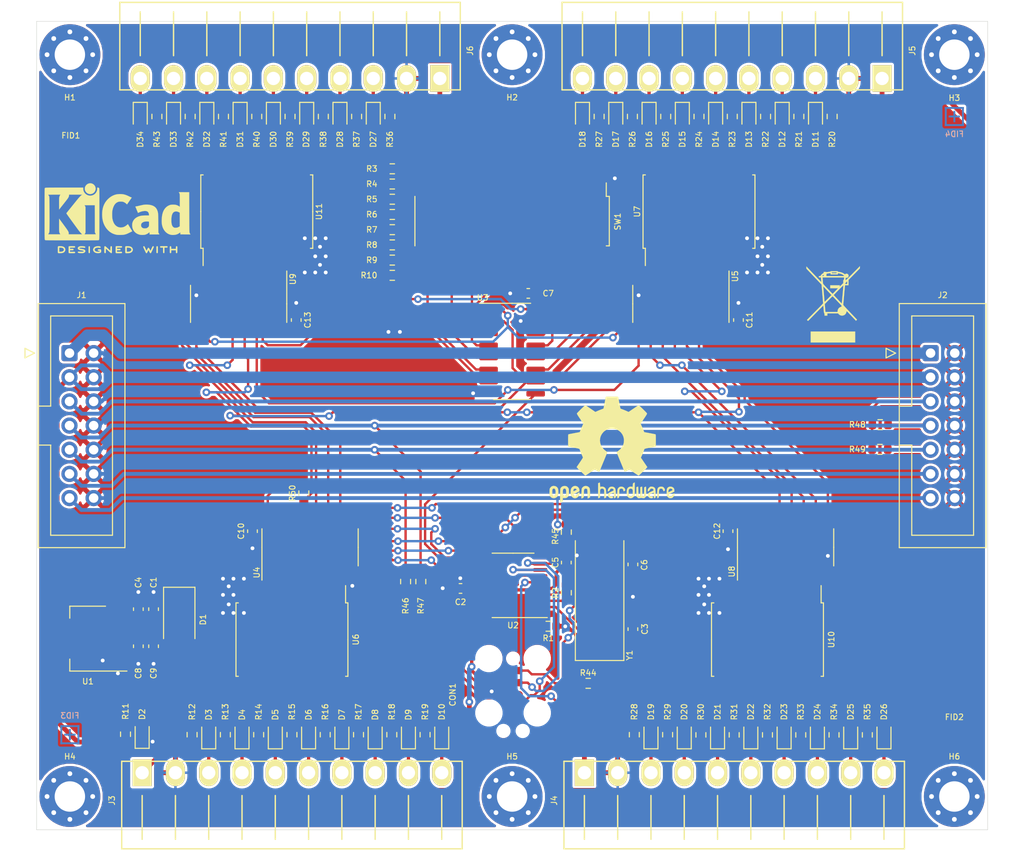
<source format=kicad_pcb>
(kicad_pcb (version 20171130) (host pcbnew 5.1.9)

  (general
    (thickness 1.6)
    (drawings 5)
    (tracks 1302)
    (zones 0)
    (modules 131)
    (nets 147)
  )

  (page A4)
  (layers
    (0 F.Cu signal)
    (31 B.Cu signal)
    (32 B.Adhes user)
    (33 F.Adhes user)
    (34 B.Paste user)
    (35 F.Paste user)
    (36 B.SilkS user)
    (37 F.SilkS user)
    (38 B.Mask user)
    (39 F.Mask user)
    (40 Dwgs.User user)
    (41 Cmts.User user)
    (42 Eco1.User user)
    (43 Eco2.User user)
    (44 Edge.Cuts user)
    (45 Margin user)
    (46 B.CrtYd user)
    (47 F.CrtYd user)
    (48 B.Fab user)
    (49 F.Fab user)
  )

  (setup
    (last_trace_width 0.25)
    (user_trace_width 0.35)
    (user_trace_width 0.4)
    (user_trace_width 0.5)
    (user_trace_width 0.7)
    (user_trace_width 1)
    (user_trace_width 1.2)
    (trace_clearance 0.2)
    (zone_clearance 0.254)
    (zone_45_only no)
    (trace_min 0.2)
    (via_size 0.8)
    (via_drill 0.4)
    (via_min_size 0.4)
    (via_min_drill 0.3)
    (uvia_size 0.3)
    (uvia_drill 0.1)
    (uvias_allowed no)
    (uvia_min_size 0.2)
    (uvia_min_drill 0.1)
    (edge_width 0.05)
    (segment_width 0.2)
    (pcb_text_width 0.3)
    (pcb_text_size 1.5 1.5)
    (mod_edge_width 0.12)
    (mod_text_size 1 1)
    (mod_text_width 0.15)
    (pad_size 1.524 1.524)
    (pad_drill 0.762)
    (pad_to_mask_clearance 0)
    (aux_axis_origin 0 0)
    (visible_elements FFFFFF7F)
    (pcbplotparams
      (layerselection 0x010fc_ffffffff)
      (usegerberextensions true)
      (usegerberattributes true)
      (usegerberadvancedattributes true)
      (creategerberjobfile false)
      (excludeedgelayer true)
      (linewidth 0.100000)
      (plotframeref false)
      (viasonmask false)
      (mode 1)
      (useauxorigin false)
      (hpglpennumber 1)
      (hpglpenspeed 20)
      (hpglpendiameter 15.000000)
      (psnegative false)
      (psa4output false)
      (plotreference true)
      (plotvalue false)
      (plotinvisibletext false)
      (padsonsilk false)
      (subtractmaskfromsilk false)
      (outputformat 4)
      (mirror false)
      (drillshape 0)
      (scaleselection 1)
      (outputdirectory "doc/"))
  )

  (net 0 "")
  (net 1 GND)
  (net 2 +5V)
  (net 3 +3V3)
  (net 4 "Net-(C3-Pad1)")
  (net 5 "Net-(C6-Pad1)")
  (net 6 /SWCLK)
  (net 7 /~TESTMODE)
  (net 8 /UART_TX)
  (net 9 /~RESET)
  (net 10 /SWDIO)
  (net 11 /UART_RX)
  (net 12 "Net-(D2-Pad2)")
  (net 13 "Net-(D3-Pad2)")
  (net 14 /OUT1)
  (net 15 /OUT2)
  (net 16 "Net-(D4-Pad2)")
  (net 17 "Net-(D5-Pad2)")
  (net 18 /OUT3)
  (net 19 /OUT4)
  (net 20 "Net-(D6-Pad2)")
  (net 21 "Net-(D7-Pad2)")
  (net 22 /OUT5)
  (net 23 /OUT6)
  (net 24 "Net-(D8-Pad2)")
  (net 25 "Net-(D9-Pad2)")
  (net 26 /OUT7)
  (net 27 /OUT8)
  (net 28 "Net-(D10-Pad2)")
  (net 29 /OUT17)
  (net 30 "Net-(D11-Pad2)")
  (net 31 "Net-(D12-Pad2)")
  (net 32 /OUT18)
  (net 33 /OUT19)
  (net 34 "Net-(D13-Pad2)")
  (net 35 /OUT20)
  (net 36 "Net-(D14-Pad2)")
  (net 37 "Net-(D15-Pad2)")
  (net 38 /OUT21)
  (net 39 "Net-(D16-Pad2)")
  (net 40 /OUT22)
  (net 41 /OUT23)
  (net 42 "Net-(D17-Pad2)")
  (net 43 "Net-(D18-Pad2)")
  (net 44 /OUT24)
  (net 45 /OUT9)
  (net 46 "Net-(D19-Pad2)")
  (net 47 "Net-(D20-Pad2)")
  (net 48 /OUT10)
  (net 49 /OUT11)
  (net 50 "Net-(D21-Pad2)")
  (net 51 "Net-(D22-Pad2)")
  (net 52 /OUT12)
  (net 53 /OUT13)
  (net 54 "Net-(D23-Pad2)")
  (net 55 "Net-(D24-Pad2)")
  (net 56 /OUT14)
  (net 57 /OUT15)
  (net 58 "Net-(D25-Pad2)")
  (net 59 "Net-(D26-Pad2)")
  (net 60 /OUT16)
  (net 61 "Net-(D27-Pad2)")
  (net 62 /OUT25)
  (net 63 "Net-(D28-Pad2)")
  (net 64 /OUT26)
  (net 65 /OUT27)
  (net 66 "Net-(D29-Pad2)")
  (net 67 /OUT28)
  (net 68 "Net-(D30-Pad2)")
  (net 69 /OUT29)
  (net 70 "Net-(D31-Pad2)")
  (net 71 "Net-(D32-Pad2)")
  (net 72 /OUT30)
  (net 73 "Net-(D33-Pad2)")
  (net 74 /OUT31)
  (net 75 /OUT32)
  (net 76 "Net-(D34-Pad2)")
  (net 77 "Net-(H1-Pad1)")
  (net 78 "Net-(H2-Pad1)")
  (net 79 "Net-(H3-Pad1)")
  (net 80 "Net-(H4-Pad1)")
  (net 81 "Net-(H5-Pad1)")
  (net 82 "Net-(H6-Pad1)")
  (net 83 "Net-(J1-Pad11)")
  (net 84 "Net-(R1-Pad1)")
  (net 85 "Net-(R2-Pad1)")
  (net 86 "Net-(R3-Pad1)")
  (net 87 "Net-(R4-Pad1)")
  (net 88 "Net-(R5-Pad1)")
  (net 89 "Net-(R6-Pad1)")
  (net 90 "Net-(R7-Pad1)")
  (net 91 "Net-(R8-Pad1)")
  (net 92 "Net-(R9-Pad1)")
  (net 93 "Net-(R10-Pad1)")
  (net 94 /~CLEAR)
  (net 95 /SPI_CLK)
  (net 96 /SPI_MISO)
  (net 97 /SPI_MOSI)
  (net 98 /RCLK)
  (net 99 /~OE)
  (net 100 "Net-(U3-Pad10)")
  (net 101 "Net-(U4-Pad1)")
  (net 102 "Net-(U4-Pad2)")
  (net 103 "Net-(U4-Pad3)")
  (net 104 "Net-(U4-Pad4)")
  (net 105 "Net-(U4-Pad5)")
  (net 106 "Net-(U4-Pad6)")
  (net 107 "Net-(U4-Pad7)")
  (net 108 "Net-(U4-Pad9)")
  (net 109 "Net-(U4-Pad15)")
  (net 110 "Net-(U5-Pad1)")
  (net 111 "Net-(U5-Pad2)")
  (net 112 "Net-(U5-Pad3)")
  (net 113 "Net-(U5-Pad4)")
  (net 114 "Net-(U5-Pad5)")
  (net 115 "Net-(U5-Pad6)")
  (net 116 "Net-(U5-Pad7)")
  (net 117 "Net-(U5-Pad9)")
  (net 118 "Net-(U5-Pad14)")
  (net 119 "Net-(U5-Pad15)")
  (net 120 "Net-(U10-Pad1)")
  (net 121 "Net-(U10-Pad8)")
  (net 122 "Net-(U10-Pad7)")
  (net 123 "Net-(U10-Pad6)")
  (net 124 "Net-(U10-Pad5)")
  (net 125 "Net-(U10-Pad4)")
  (net 126 "Net-(U10-Pad3)")
  (net 127 "Net-(U10-Pad2)")
  (net 128 "Net-(U11-Pad2)")
  (net 129 "Net-(U11-Pad3)")
  (net 130 "Net-(U11-Pad4)")
  (net 131 "Net-(U11-Pad5)")
  (net 132 "Net-(U11-Pad6)")
  (net 133 "Net-(U11-Pad7)")
  (net 134 "Net-(U11-Pad8)")
  (net 135 "Net-(U11-Pad1)")
  (net 136 /VCC1_8)
  (net 137 /VCC9_16)
  (net 138 /VCC17_24)
  (net 139 /VCC25_32)
  (net 140 /BP_UART_TX)
  (net 141 /BP_I2C_SDA)
  (net 142 /BP_I2C_SCL)
  (net 143 /BP_3V3)
  (net 144 /BP_12V)
  (net 145 /I2C_SDA)
  (net 146 /I2C_SCL)

  (net_class Default "This is the default net class."
    (clearance 0.2)
    (trace_width 0.25)
    (via_dia 0.8)
    (via_drill 0.4)
    (uvia_dia 0.3)
    (uvia_drill 0.1)
    (add_net +3V3)
    (add_net +5V)
    (add_net /BP_12V)
    (add_net /BP_3V3)
    (add_net /BP_I2C_SCL)
    (add_net /BP_I2C_SDA)
    (add_net /BP_UART_TX)
    (add_net /I2C_SCL)
    (add_net /I2C_SDA)
    (add_net /OUT1)
    (add_net /OUT10)
    (add_net /OUT11)
    (add_net /OUT12)
    (add_net /OUT13)
    (add_net /OUT14)
    (add_net /OUT15)
    (add_net /OUT16)
    (add_net /OUT17)
    (add_net /OUT18)
    (add_net /OUT19)
    (add_net /OUT2)
    (add_net /OUT20)
    (add_net /OUT21)
    (add_net /OUT22)
    (add_net /OUT23)
    (add_net /OUT24)
    (add_net /OUT25)
    (add_net /OUT26)
    (add_net /OUT27)
    (add_net /OUT28)
    (add_net /OUT29)
    (add_net /OUT3)
    (add_net /OUT30)
    (add_net /OUT31)
    (add_net /OUT32)
    (add_net /OUT4)
    (add_net /OUT5)
    (add_net /OUT6)
    (add_net /OUT7)
    (add_net /OUT8)
    (add_net /OUT9)
    (add_net /RCLK)
    (add_net /SPI_CLK)
    (add_net /SPI_MISO)
    (add_net /SPI_MOSI)
    (add_net /SWCLK)
    (add_net /SWDIO)
    (add_net /UART_RX)
    (add_net /UART_TX)
    (add_net /VCC17_24)
    (add_net /VCC1_8)
    (add_net /VCC25_32)
    (add_net /VCC9_16)
    (add_net /~CLEAR)
    (add_net /~OE)
    (add_net /~RESET)
    (add_net /~TESTMODE)
    (add_net GND)
    (add_net "Net-(C3-Pad1)")
    (add_net "Net-(C6-Pad1)")
    (add_net "Net-(D10-Pad2)")
    (add_net "Net-(D11-Pad2)")
    (add_net "Net-(D12-Pad2)")
    (add_net "Net-(D13-Pad2)")
    (add_net "Net-(D14-Pad2)")
    (add_net "Net-(D15-Pad2)")
    (add_net "Net-(D16-Pad2)")
    (add_net "Net-(D17-Pad2)")
    (add_net "Net-(D18-Pad2)")
    (add_net "Net-(D19-Pad2)")
    (add_net "Net-(D2-Pad2)")
    (add_net "Net-(D20-Pad2)")
    (add_net "Net-(D21-Pad2)")
    (add_net "Net-(D22-Pad2)")
    (add_net "Net-(D23-Pad2)")
    (add_net "Net-(D24-Pad2)")
    (add_net "Net-(D25-Pad2)")
    (add_net "Net-(D26-Pad2)")
    (add_net "Net-(D27-Pad2)")
    (add_net "Net-(D28-Pad2)")
    (add_net "Net-(D29-Pad2)")
    (add_net "Net-(D3-Pad2)")
    (add_net "Net-(D30-Pad2)")
    (add_net "Net-(D31-Pad2)")
    (add_net "Net-(D32-Pad2)")
    (add_net "Net-(D33-Pad2)")
    (add_net "Net-(D34-Pad2)")
    (add_net "Net-(D4-Pad2)")
    (add_net "Net-(D5-Pad2)")
    (add_net "Net-(D6-Pad2)")
    (add_net "Net-(D7-Pad2)")
    (add_net "Net-(D8-Pad2)")
    (add_net "Net-(D9-Pad2)")
    (add_net "Net-(H1-Pad1)")
    (add_net "Net-(H2-Pad1)")
    (add_net "Net-(H3-Pad1)")
    (add_net "Net-(H4-Pad1)")
    (add_net "Net-(H5-Pad1)")
    (add_net "Net-(H6-Pad1)")
    (add_net "Net-(J1-Pad11)")
    (add_net "Net-(R1-Pad1)")
    (add_net "Net-(R10-Pad1)")
    (add_net "Net-(R2-Pad1)")
    (add_net "Net-(R3-Pad1)")
    (add_net "Net-(R4-Pad1)")
    (add_net "Net-(R5-Pad1)")
    (add_net "Net-(R6-Pad1)")
    (add_net "Net-(R7-Pad1)")
    (add_net "Net-(R8-Pad1)")
    (add_net "Net-(R9-Pad1)")
    (add_net "Net-(U10-Pad1)")
    (add_net "Net-(U10-Pad2)")
    (add_net "Net-(U10-Pad3)")
    (add_net "Net-(U10-Pad4)")
    (add_net "Net-(U10-Pad5)")
    (add_net "Net-(U10-Pad6)")
    (add_net "Net-(U10-Pad7)")
    (add_net "Net-(U10-Pad8)")
    (add_net "Net-(U11-Pad1)")
    (add_net "Net-(U11-Pad2)")
    (add_net "Net-(U11-Pad3)")
    (add_net "Net-(U11-Pad4)")
    (add_net "Net-(U11-Pad5)")
    (add_net "Net-(U11-Pad6)")
    (add_net "Net-(U11-Pad7)")
    (add_net "Net-(U11-Pad8)")
    (add_net "Net-(U3-Pad10)")
    (add_net "Net-(U4-Pad1)")
    (add_net "Net-(U4-Pad15)")
    (add_net "Net-(U4-Pad2)")
    (add_net "Net-(U4-Pad3)")
    (add_net "Net-(U4-Pad4)")
    (add_net "Net-(U4-Pad5)")
    (add_net "Net-(U4-Pad6)")
    (add_net "Net-(U4-Pad7)")
    (add_net "Net-(U4-Pad9)")
    (add_net "Net-(U5-Pad1)")
    (add_net "Net-(U5-Pad14)")
    (add_net "Net-(U5-Pad15)")
    (add_net "Net-(U5-Pad2)")
    (add_net "Net-(U5-Pad3)")
    (add_net "Net-(U5-Pad4)")
    (add_net "Net-(U5-Pad5)")
    (add_net "Net-(U5-Pad6)")
    (add_net "Net-(U5-Pad7)")
    (add_net "Net-(U5-Pad9)")
  )

  (module Symbol:WEEE-Logo_5.6x8mm_SilkScreen (layer F.Cu) (tedit 0) (tstamp 5FE685BA)
    (at 143.75 79.75)
    (descr "Waste Electrical and Electronic Equipment Directive")
    (tags "Logo WEEE")
    (attr virtual)
    (fp_text reference REF** (at 0 0) (layer F.SilkS) hide
      (effects (font (size 1 1) (thickness 0.15)))
    )
    (fp_text value WEEE-Logo_5.6x8mm_SilkScreen (at 0.75 0) (layer F.Fab) hide
      (effects (font (size 1 1) (thickness 0.15)))
    )
    (fp_poly (pts (xy 2.823256 -3.900663) (xy 2.822433 -3.784934) (xy 2.222115 -3.175) (xy 1.621796 -2.565066)
      (xy 1.621359 -2.285165) (xy 1.620921 -2.005263) (xy 1.255337 -2.005263) (xy 1.245917 -1.934244)
      (xy 1.24235 -1.901873) (xy 1.236338 -1.840913) (xy 1.228201 -1.755002) (xy 1.218262 -1.647774)
      (xy 1.206843 -1.522867) (xy 1.194264 -1.383917) (xy 1.180847 -1.234559) (xy 1.166915 -1.078432)
      (xy 1.152788 -0.91917) (xy 1.138788 -0.76041) (xy 1.125237 -0.605789) (xy 1.112456 -0.458943)
      (xy 1.100767 -0.323507) (xy 1.090492 -0.20312) (xy 1.081952 -0.101416) (xy 1.075469 -0.022033)
      (xy 1.071364 0.031394) (xy 1.069959 0.055229) (xy 1.06996 0.055342) (xy 1.080204 0.074466)
      (xy 1.110974 0.113955) (xy 1.162689 0.174266) (xy 1.235767 0.255861) (xy 1.330627 0.359198)
      (xy 1.447687 0.484738) (xy 1.587367 0.63294) (xy 1.750084 0.804263) (xy 1.795821 0.852237)
      (xy 2.521195 1.612566) (xy 2.462551 1.671052) (xy 2.403908 1.729539) (xy 2.309026 1.62631)
      (xy 2.274315 1.589003) (xy 2.220094 1.531311) (xy 2.149941 1.457013) (xy 2.067432 1.369889)
      (xy 1.976145 1.273718) (xy 1.879658 1.17228) (xy 1.821935 1.111695) (xy 1.713566 0.998197)
      (xy 1.625972 0.907285) (xy 1.55692 0.837307) (xy 1.504176 0.78661) (xy 1.465506 0.75354)
      (xy 1.438677 0.736444) (xy 1.421456 0.733669) (xy 1.411608 0.743563) (xy 1.406901 0.764471)
      (xy 1.405101 0.794741) (xy 1.404859 0.803002) (xy 1.392342 0.859909) (xy 1.361503 0.928693)
      (xy 1.318497 0.998475) (xy 1.26948 1.058378) (xy 1.249866 1.076882) (xy 1.14923 1.141628)
      (xy 1.031673 1.177854) (xy 0.927738 1.186447) (xy 0.809951 1.170239) (xy 0.701169 1.122712)
      (xy 0.60489 1.045511) (xy 0.587125 1.026295) (xy 0.522168 0.9525) (xy -0.601579 0.9525)
      (xy -0.601579 1.186447) (xy -0.902368 1.186447) (xy -0.902368 1.077152) (xy -0.906143 1.002539)
      (xy -0.918825 0.95075) (xy -0.934237 0.92258) (xy -0.94525 0.902424) (xy -0.954679 0.8732)
      (xy -0.963151 0.830575) (xy -0.97129 0.770217) (xy -0.979721 0.687793) (xy -0.989068 0.578972)
      (xy -0.995469 0.498017) (xy -1.024831 0.118732) (xy -1.745659 0.848938) (xy -1.875992 0.981066)
      (xy -2.001108 1.108096) (xy -2.118721 1.227695) (xy -2.226545 1.337528) (xy -2.322295 1.435263)
      (xy -2.403683 1.518566) (xy -2.468423 1.585104) (xy -2.51423 1.632542) (xy -2.538792 1.65852)
      (xy -2.579145 1.699649) (xy -2.612805 1.728335) (xy -2.63091 1.737895) (xy -2.654035 1.726697)
      (xy -2.687743 1.698719) (xy -2.699169 1.687326) (xy -2.747617 1.636757) (xy -2.480881 1.365702)
      (xy -2.412831 1.296652) (xy -2.325085 1.207774) (xy -2.221492 1.102959) (xy -2.1059 0.986097)
      (xy -1.982159 0.861079) (xy -1.854119 0.731795) (xy -1.725628 0.602136) (xy -1.633454 0.509179)
      (xy -1.493342 0.36752) (xy -1.375632 0.247591) (xy -1.27882 0.147768) (xy -1.201399 0.066428)
      (xy -1.141864 0.001948) (xy -1.112358 -0.031723) (xy -0.875409 -0.031723) (xy -0.845743 0.347592)
      (xy -0.836797 0.458777) (xy -0.828142 0.560453) (xy -0.820271 0.647304) (xy -0.813672 0.714018)
      (xy -0.808836 0.755279) (xy -0.80728 0.764506) (xy -0.798482 0.802105) (xy 0.463319 0.802105)
      (xy 0.471742 0.697173) (xy 0.497172 0.573195) (xy 0.550389 0.463524) (xy 0.628037 0.372156)
      (xy 0.726763 0.303083) (xy 0.837572 0.26162) (xy 0.87352 0.242171) (xy 0.891517 0.20043)
      (xy 0.891894 0.198589) (xy 0.894053 0.180967) (xy 0.891384 0.162922) (xy 0.88128 0.141108)
      (xy 0.861137 0.112177) (xy 0.828349 0.072783) (xy 0.78031 0.019577) (xy 0.714416 -0.050786)
      (xy 0.62806 -0.141654) (xy 0.62248 -0.147507) (xy 0.529595 -0.245044) (xy 0.430845 -0.348933)
      (xy 0.333016 -0.452023) (xy 0.242893 -0.547161) (xy 0.167262 -0.627196) (xy 0.150395 -0.645089)
      (xy 0.085735 -0.712556) (xy 0.028295 -0.770291) (xy -0.017801 -0.814325) (xy -0.048431 -0.840686)
      (xy -0.058715 -0.846479) (xy -0.074052 -0.834354) (xy -0.109917 -0.80109) (xy -0.163488 -0.749458)
      (xy -0.23194 -0.682225) (xy -0.312447 -0.602163) (xy -0.402187 -0.512039) (xy -0.475532 -0.437802)
      (xy -0.875409 -0.031723) (xy -1.112358 -0.031723) (xy -1.098709 -0.047297) (xy -1.070429 -0.082929)
      (xy -1.055517 -0.106571) (xy -1.052199 -0.11752) (xy -1.053456 -0.141414) (xy -1.057274 -0.195499)
      (xy -1.063407 -0.276662) (xy -1.071607 -0.38179) (xy -1.081627 -0.507772) (xy -1.09322 -0.651495)
      (xy -1.10614 -0.809846) (xy -1.120138 -0.979713) (xy -1.131419 -1.115472) (xy -1.19525 -1.880894)
      (xy -1.031004 -1.880894) (xy -1.030297 -1.864376) (xy -1.026969 -1.817855) (xy -1.02129 -1.744622)
      (xy -1.013526 -1.647972) (xy -1.003943 -1.531195) (xy -0.992811 -1.397586) (xy -0.980395 -1.250437)
      (xy -0.96848 -1.110729) (xy -0.954984 -0.952213) (xy -0.942413 -0.802579) (xy -0.931055 -0.665398)
      (xy -0.921198 -0.544241) (xy -0.91313 -0.44268) (xy -0.90714 -0.364288) (xy -0.903515 -0.312637)
      (xy -0.902509 -0.292577) (xy -0.90094 -0.280092) (xy -0.894722 -0.275138) (xy -0.881459 -0.279782)
      (xy -0.858753 -0.296091) (xy -0.824208 -0.326132) (xy -0.775427 -0.371973) (xy -0.710013 -0.43568)
      (xy -0.625569 -0.519321) (xy -0.535971 -0.608701) (xy -0.169574 -0.974814) (xy -0.172141 -0.977566)
      (xy 0.070049 -0.977566) (xy 0.081087 -0.96245) (xy 0.111987 -0.926858) (xy 0.159653 -0.874059)
      (xy 0.220987 -0.807327) (xy 0.292893 -0.72993) (xy 0.372273 -0.645142) (xy 0.456031 -0.556233)
      (xy 0.54107 -0.466474) (xy 0.624292 -0.379136) (xy 0.702601 -0.297491) (xy 0.7729 -0.224809)
      (xy 0.832091 -0.164363) (xy 0.877078 -0.119422) (xy 0.904764 -0.093258) (xy 0.912314 -0.087928)
      (xy 0.914803 -0.105133) (xy 0.91997 -0.152652) (xy 0.92753 -0.227511) (xy 0.9372 -0.326736)
      (xy 0.948695 -0.447351) (xy 0.961731 -0.586382) (xy 0.976024 -0.740855) (xy 0.99129 -0.907794)
      (xy 1.003479 -1.042403) (xy 1.019071 -1.216946) (xy 1.033477 -1.381373) (xy 1.046453 -1.532701)
      (xy 1.057759 -1.667947) (xy 1.067152 -1.78413) (xy 1.074389 -1.878265) (xy 1.079228 -1.94737)
      (xy 1.081427 -1.988462) (xy 1.081176 -1.999132) (xy 1.06803 -1.989628) (xy 1.034554 -1.95908)
      (xy 0.983674 -1.910444) (xy 0.918317 -1.846677) (xy 0.841409 -1.770735) (xy 0.755876 -1.685576)
      (xy 0.664646 -1.594155) (xy 0.570644 -1.499431) (xy 0.476798 -1.404359) (xy 0.386033 -1.311897)
      (xy 0.301277 -1.225001) (xy 0.225456 -1.146628) (xy 0.161497 -1.079735) (xy 0.112326 -1.027278)
      (xy 0.080869 -0.992215) (xy 0.070049 -0.977566) (xy -0.172141 -0.977566) (xy -0.306202 -1.12124)
      (xy -0.375784 -1.195552) (xy -0.453881 -1.278517) (xy -0.537406 -1.366898) (xy -0.62327 -1.457459)
      (xy -0.708385 -1.546964) (xy -0.789664 -1.632177) (xy -0.864019 -1.709861) (xy -0.928363 -1.77678)
      (xy -0.979606 -1.829697) (xy -1.014663 -1.865377) (xy -1.030444 -1.880584) (xy -1.031004 -1.880894)
      (xy -1.19525 -1.880894) (xy -1.211204 -2.072193) (xy -2.009286 -2.911515) (xy -2.807368 -3.750836)
      (xy -2.806781 -3.868148) (xy -2.806194 -3.985461) (xy -2.677275 -3.847747) (xy -2.605124 -3.770937)
      (xy -2.51994 -3.680696) (xy -2.424021 -3.579425) (xy -2.319666 -3.469524) (xy -2.209174 -3.353396)
      (xy -2.094844 -3.233442) (xy -1.978975 -3.112064) (xy -1.863865 -2.991662) (xy -1.751814 -2.874638)
      (xy -1.645119 -2.763394) (xy -1.54608 -2.660331) (xy -1.456997 -2.56785) (xy -1.380166 -2.488353)
      (xy -1.317888 -2.424242) (xy -1.272462 -2.377917) (xy -1.246185 -2.351781) (xy -1.240426 -2.346767)
      (xy -1.24003 -2.364209) (xy -1.242208 -2.408865) (xy -1.246583 -2.47466) (xy -1.252775 -2.555517)
      (xy -1.255433 -2.587817) (xy -1.275228 -2.824079) (xy -1.120242 -2.824079) (xy -1.11224 -2.78648)
      (xy -1.10816 -2.756745) (xy -1.102425 -2.700797) (xy -1.095701 -2.625764) (xy -1.088648 -2.538775)
      (xy -1.086207 -2.506579) (xy -1.079008 -2.414139) (xy -1.071742 -2.328293) (xy -1.065136 -2.257153)
      (xy -1.059916 -2.208831) (xy -1.058739 -2.200061) (xy -1.054298 -2.182058) (xy -1.044687 -2.160983)
      (xy -1.02786 -2.134475) (xy -1.001775 -2.100172) (xy -0.964387 -2.055711) (xy -0.913654 -1.998729)
      (xy -0.84753 -1.926864) (xy -0.763974 -1.837754) (xy -0.66094 -1.729036) (xy -0.555833 -1.618725)
      (xy -0.451262 -1.509559) (xy -0.353649 -1.40846) (xy -0.265422 -1.317885) (xy -0.189012 -1.240292)
      (xy -0.126849 -1.178138) (xy -0.081363 -1.133882) (xy -0.054983 -1.109982) (xy -0.049357 -1.106426)
      (xy -0.034557 -1.119319) (xy 0.000039 -1.15294) (xy 0.051071 -1.203918) (xy 0.115183 -1.26888)
      (xy 0.189016 -1.344452) (xy 0.242411 -1.399507) (xy 0.521173 -1.687763) (xy -0.30079 -1.687763)
      (xy -0.30079 -2.005263) (xy 0.701842 -2.005263) (xy 0.701842 -1.863794) (xy 0.885658 -2.04704)
      (xy 1.016052 -2.177029) (xy 1.27 -2.177029) (xy 1.272429 -2.156523) (xy 1.284724 -2.145098)
      (xy 1.314396 -2.14012) (xy 1.368955 -2.138956) (xy 1.378618 -2.138948) (xy 1.487237 -2.138948)
      (xy 1.487237 -2.430416) (xy 1.378618 -2.322763) (xy 1.317346 -2.257313) (xy 1.280699 -2.207171)
      (xy 1.27 -2.177029) (xy 1.016052 -2.177029) (xy 1.069474 -2.230285) (xy 1.069474 -2.393498)
      (xy 1.069985 -2.468586) (xy 1.072328 -2.516355) (xy 1.077711 -2.542902) (xy 1.087344 -2.554321)
      (xy 1.101871 -2.556711) (xy 1.118027 -2.56022) (xy 1.129969 -2.574289) (xy 1.139139 -2.604231)
      (xy 1.146982 -2.655358) (xy 1.154942 -2.732983) (xy 1.157496 -2.761415) (xy 1.163026 -2.824079)
      (xy -1.120242 -2.824079) (xy -1.275228 -2.824079) (xy -1.487237 -2.824079) (xy -1.487237 -2.974474)
      (xy -1.397141 -2.974474) (xy -1.344445 -2.975917) (xy -1.315812 -2.982884) (xy -1.312309 -2.98703)
      (xy -1.127766 -2.98703) (xy -1.118054 -2.977558) (xy -1.084412 -2.974634) (xy -1.061706 -2.974474)
      (xy -0.985921 -2.974474) (xy -0.703306 -2.974474) (xy 1.176519 -2.974474) (xy 1.112938 -3.039587)
      (xy 1.014186 -3.119938) (xy 0.891968 -3.181911) (xy 0.744213 -3.226354) (xy 0.597401 -3.250935)
      (xy 0.501316 -3.262404) (xy 0.501316 -3.141579) (xy -0.267368 -3.141579) (xy -0.267368 -3.278655)
      (xy -0.380165 -3.267224) (xy -0.458975 -3.257575) (xy -0.542943 -3.244786) (xy -0.593224 -3.235652)
      (xy -0.693487 -3.215512) (xy -0.698397 -3.094993) (xy -0.703306 -2.974474) (xy -0.985921 -2.974474)
      (xy -0.985921 -3.041316) (xy -0.988131 -3.08319) (xy -0.99365 -3.106464) (xy -0.995874 -3.108158)
      (xy -1.020613 -3.09744) (xy -1.056757 -3.071437) (xy -1.09299 -3.039377) (xy -1.117999 -3.010489)
      (xy -1.120227 -3.006733) (xy -1.127766 -2.98703) (xy -1.312309 -2.98703) (xy -1.301919 -2.999326)
      (xy -1.296311 -3.017238) (xy -1.273422 -3.063721) (xy -1.22946 -3.1196) (xy -1.171989 -3.17704)
      (xy -1.108573 -3.228207) (xy -1.066918 -3.254857) (xy -1.019466 -3.284028) (xy -0.995141 -3.308533)
      (xy -0.986595 -3.337428) (xy -0.985938 -3.354638) (xy -0.985937 -3.358816) (xy -0.133684 -3.358816)
      (xy -0.133684 -3.275263) (xy 0.367632 -3.275263) (xy 0.367632 -3.358816) (xy -0.133684 -3.358816)
      (xy -0.985937 -3.358816) (xy -0.985921 -3.408948) (xy -0.845274 -3.408948) (xy -0.780564 -3.407383)
      (xy -0.73013 -3.403215) (xy -0.702094 -3.397227) (xy -0.699057 -3.394803) (xy -0.681273 -3.391082)
      (xy -0.637992 -3.392606) (xy -0.576651 -3.398925) (xy -0.534737 -3.40476) (xy -0.458737 -3.416222)
      (xy -0.38923 -3.42657) (xy -0.336997 -3.434204) (xy -0.321678 -3.436373) (xy -0.281653 -3.448768)
      (xy -0.267368 -3.468192) (xy -0.263025 -3.476102) (xy -0.24749 -3.482137) (xy -0.217001 -3.486534)
      (xy -0.1678 -3.489531) (xy -0.096126 -3.491365) (xy 0.001781 -3.492275) (xy 0.116974 -3.4925)
      (xy 0.239914 -3.492372) (xy 0.333441 -3.49177) (xy 0.40156 -3.490361) (xy 0.448281 -3.487819)
      (xy 0.477609 -3.483811) (xy 0.493551 -3.478009) (xy 0.500115 -3.470083) (xy 0.501316 -3.460867)
      (xy 0.51154 -3.431615) (xy 0.54503 -3.414969) (xy 0.606012 -3.409032) (xy 0.616983 -3.408948)
      (xy 0.720254 -3.398294) (xy 0.837547 -3.368967) (xy 0.958285 -3.324916) (xy 1.071889 -3.270089)
      (xy 1.167781 -3.208436) (xy 1.180201 -3.198668) (xy 1.220682 -3.166885) (xy 1.244655 -3.154156)
      (xy 1.261396 -3.158271) (xy 1.278581 -3.17525) (xy 1.329336 -3.208508) (xy 1.395393 -3.221275)
      (xy 1.466526 -3.214635) (xy 1.532514 -3.189673) (xy 1.583132 -3.147471) (xy 1.586797 -3.142566)
      (xy 1.624672 -3.063789) (xy 1.631719 -2.982246) (xy 1.608715 -2.904513) (xy 1.556437 -2.837165)
      (xy 1.550044 -2.831604) (xy 1.512927 -2.805187) (xy 1.475267 -2.793553) (xy 1.422324 -2.792713)
      (xy 1.409098 -2.793458) (xy 1.357297 -2.795359) (xy 1.330614 -2.791004) (xy 1.320955 -2.777862)
      (xy 1.319963 -2.765592) (xy 1.317939 -2.729998) (xy 1.312914 -2.676467) (xy 1.309303 -2.644441)
      (xy 1.304066 -2.593573) (xy 1.306244 -2.567532) (xy 1.318875 -2.558014) (xy 1.341375 -2.556711)
      (xy 1.354718 -2.561014) (xy 1.376244 -2.574943) (xy 1.407548 -2.600023) (xy 1.450224 -2.637781)
      (xy 1.505868 -2.689744) (xy 1.576075 -2.757438) (xy 1.66244 -2.842389) (xy 1.766558 -2.946125)
      (xy 1.890025 -3.070172) (xy 2.034436 -3.216056) (xy 2.104031 -3.286551) (xy 2.824079 -4.01639)
      (xy 2.823256 -3.900663)) (layer F.SilkS) (width 0.01))
    (fp_poly (pts (xy 2.322763 4.010526) (xy -2.356184 4.010526) (xy -2.356184 2.8575) (xy 2.322763 2.8575)
      (xy 2.322763 4.010526)) (layer F.SilkS) (width 0.01))
  )

  (module Symbol:OSHW-Logo2_14.6x12mm_SilkScreen (layer F.Cu) (tedit 0) (tstamp 5FE68314)
    (at 120.5 95)
    (descr "Open Source Hardware Symbol")
    (tags "Logo Symbol OSHW")
    (attr virtual)
    (fp_text reference REF** (at 0 0) (layer F.SilkS) hide
      (effects (font (size 1 1) (thickness 0.15)))
    )
    (fp_text value OSHW-Logo2_14.6x12mm_SilkScreen (at 0.75 0) (layer F.Fab) hide
      (effects (font (size 1 1) (thickness 0.15)))
    )
    (fp_poly (pts (xy 0.209014 -5.547002) (xy 0.367006 -5.546137) (xy 0.481347 -5.543795) (xy 0.559407 -5.539238)
      (xy 0.608554 -5.53173) (xy 0.636159 -5.520534) (xy 0.649592 -5.504912) (xy 0.656221 -5.484127)
      (xy 0.656865 -5.481437) (xy 0.666935 -5.432887) (xy 0.685575 -5.337095) (xy 0.710845 -5.204257)
      (xy 0.740807 -5.044569) (xy 0.773522 -4.868226) (xy 0.774664 -4.862033) (xy 0.807433 -4.689218)
      (xy 0.838093 -4.536531) (xy 0.864664 -4.413129) (xy 0.885167 -4.328169) (xy 0.897626 -4.29081)
      (xy 0.89822 -4.290148) (xy 0.934919 -4.271905) (xy 1.010586 -4.241503) (xy 1.108878 -4.205507)
      (xy 1.109425 -4.205315) (xy 1.233233 -4.158778) (xy 1.379196 -4.099496) (xy 1.516781 -4.039891)
      (xy 1.523293 -4.036944) (xy 1.74739 -3.935235) (xy 2.243619 -4.274103) (xy 2.395846 -4.377408)
      (xy 2.533741 -4.469763) (xy 2.649315 -4.545916) (xy 2.734579 -4.600615) (xy 2.781544 -4.628607)
      (xy 2.786004 -4.630683) (xy 2.820134 -4.62144) (xy 2.883881 -4.576844) (xy 2.979731 -4.494791)
      (xy 3.110169 -4.373179) (xy 3.243328 -4.243795) (xy 3.371694 -4.116298) (xy 3.486581 -3.999954)
      (xy 3.581073 -3.901948) (xy 3.648253 -3.829464) (xy 3.681206 -3.789687) (xy 3.682432 -3.787639)
      (xy 3.686074 -3.760344) (xy 3.67235 -3.715766) (xy 3.637869 -3.647888) (xy 3.579239 -3.550689)
      (xy 3.49307 -3.418149) (xy 3.3782 -3.247524) (xy 3.276254 -3.097345) (xy 3.185123 -2.96265)
      (xy 3.110073 -2.85126) (xy 3.056369 -2.770995) (xy 3.02928 -2.729675) (xy 3.027574 -2.72687)
      (xy 3.030882 -2.687279) (xy 3.055953 -2.610331) (xy 3.097798 -2.510568) (xy 3.112712 -2.478709)
      (xy 3.177786 -2.336774) (xy 3.247212 -2.175727) (xy 3.303609 -2.036379) (xy 3.344247 -1.932956)
      (xy 3.376526 -1.854358) (xy 3.395178 -1.81328) (xy 3.397497 -1.810115) (xy 3.431803 -1.804872)
      (xy 3.512669 -1.790506) (xy 3.629343 -1.769063) (xy 3.771075 -1.742587) (xy 3.92711 -1.713123)
      (xy 4.086698 -1.682717) (xy 4.239085 -1.653412) (xy 4.373521 -1.627255) (xy 4.479252 -1.60629)
      (xy 4.545526 -1.592561) (xy 4.561782 -1.58868) (xy 4.578573 -1.5791) (xy 4.591249 -1.557464)
      (xy 4.600378 -1.516469) (xy 4.606531 -1.448811) (xy 4.61028 -1.347188) (xy 4.612192 -1.204297)
      (xy 4.61284 -1.012835) (xy 4.612874 -0.934355) (xy 4.612874 -0.296094) (xy 4.459598 -0.26584)
      (xy 4.374322 -0.249436) (xy 4.24707 -0.225491) (xy 4.093315 -0.196893) (xy 3.928534 -0.166533)
      (xy 3.882989 -0.158194) (xy 3.730932 -0.12863) (xy 3.598468 -0.099558) (xy 3.496714 -0.073671)
      (xy 3.436788 -0.053663) (xy 3.426805 -0.047699) (xy 3.402293 -0.005466) (xy 3.367148 0.07637)
      (xy 3.328173 0.181683) (xy 3.320442 0.204368) (xy 3.26936 0.345018) (xy 3.205954 0.503714)
      (xy 3.143904 0.646225) (xy 3.143598 0.646886) (xy 3.040267 0.87044) (xy 3.719961 1.870232)
      (xy 3.283621 2.3073) (xy 3.151649 2.437381) (xy 3.031279 2.552048) (xy 2.929273 2.645181)
      (xy 2.852391 2.710658) (xy 2.807393 2.742357) (xy 2.800938 2.744368) (xy 2.76304 2.728529)
      (xy 2.685708 2.684496) (xy 2.577389 2.61749) (xy 2.446532 2.532734) (xy 2.305052 2.437816)
      (xy 2.161461 2.340998) (xy 2.033435 2.256751) (xy 1.929105 2.190258) (xy 1.8566 2.146702)
      (xy 1.824158 2.131264) (xy 1.784576 2.144328) (xy 1.709519 2.17875) (xy 1.614468 2.22738)
      (xy 1.604392 2.232785) (xy 1.476391 2.29698) (xy 1.388618 2.328463) (xy 1.334028 2.328798)
      (xy 1.305575 2.299548) (xy 1.30541 2.299138) (xy 1.291188 2.264498) (xy 1.257269 2.182269)
      (xy 1.206284 2.058814) (xy 1.140862 1.900498) (xy 1.063634 1.713686) (xy 0.977229 1.504742)
      (xy 0.893551 1.302446) (xy 0.801588 1.0792) (xy 0.71715 0.872392) (xy 0.642769 0.688362)
      (xy 0.580974 0.533451) (xy 0.534297 0.413996) (xy 0.505268 0.336339) (xy 0.496322 0.307356)
      (xy 0.518756 0.27411) (xy 0.577439 0.221123) (xy 0.655689 0.162704) (xy 0.878534 -0.022048)
      (xy 1.052718 -0.233818) (xy 1.176154 -0.468144) (xy 1.246754 -0.720566) (xy 1.262431 -0.986623)
      (xy 1.251036 -1.109425) (xy 1.18895 -1.364207) (xy 1.082023 -1.589199) (xy 0.936889 -1.782183)
      (xy 0.760178 -1.940939) (xy 0.558522 -2.06325) (xy 0.338554 -2.146895) (xy 0.106906 -2.189656)
      (xy -0.129791 -2.189313) (xy -0.364905 -2.143648) (xy -0.591804 -2.050441) (xy -0.803856 -1.907473)
      (xy -0.892364 -1.826617) (xy -1.062111 -1.618993) (xy -1.180301 -1.392105) (xy -1.247722 -1.152567)
      (xy -1.26516 -0.906993) (xy -1.233402 -0.661997) (xy -1.153235 -0.424192) (xy -1.025445 -0.200193)
      (xy -0.85082 0.003387) (xy -0.655688 0.162704) (xy -0.574409 0.223602) (xy -0.516991 0.276015)
      (xy -0.496322 0.307406) (xy -0.507144 0.341639) (xy -0.537923 0.423419) (xy -0.586126 0.546407)
      (xy -0.649222 0.704263) (xy -0.724678 0.890649) (xy -0.809962 1.099226) (xy -0.893781 1.302496)
      (xy -0.986255 1.525933) (xy -1.071911 1.732984) (xy -1.148118 1.917286) (xy -1.212247 2.072475)
      (xy -1.261668 2.192188) (xy -1.293752 2.270061) (xy -1.305641 2.299138) (xy -1.333726 2.328677)
      (xy -1.388051 2.328591) (xy -1.475605 2.297326) (xy -1.603381 2.233329) (xy -1.604392 2.232785)
      (xy -1.700598 2.183121) (xy -1.778369 2.146945) (xy -1.822223 2.131408) (xy -1.824158 2.131264)
      (xy -1.857171 2.147024) (xy -1.930054 2.19085) (xy -2.034678 2.257557) (xy -2.16291 2.341964)
      (xy -2.305052 2.437816) (xy -2.449767 2.534867) (xy -2.580196 2.61927) (xy -2.68789 2.685801)
      (xy -2.764402 2.729238) (xy -2.800938 2.744368) (xy -2.834582 2.724482) (xy -2.902224 2.668903)
      (xy -2.997107 2.583754) (xy -3.11247 2.475153) (xy -3.241555 2.349221) (xy -3.283771 2.307149)
      (xy -3.720261 1.869931) (xy -3.388023 1.38234) (xy -3.287054 1.232605) (xy -3.198438 1.09822)
      (xy -3.127146 0.986969) (xy -3.07815 0.906639) (xy -3.056422 0.865014) (xy -3.055785 0.862053)
      (xy -3.06724 0.822818) (xy -3.098051 0.743895) (xy -3.142884 0.638509) (xy -3.174353 0.567954)
      (xy -3.233192 0.432876) (xy -3.288604 0.296409) (xy -3.331564 0.181103) (xy -3.343234 0.145977)
      (xy -3.376389 0.052174) (xy -3.408799 -0.020306) (xy -3.426601 -0.047699) (xy -3.465886 -0.064464)
      (xy -3.551626 -0.08823) (xy -3.672697 -0.116303) (xy -3.817973 -0.145991) (xy -3.882988 -0.158194)
      (xy -4.048087 -0.188532) (xy -4.206448 -0.217907) (xy -4.342596 -0.243431) (xy -4.441057 -0.262215)
      (xy -4.459598 -0.26584) (xy -4.612873 -0.296094) (xy -4.612873 -0.934355) (xy -4.612529 -1.14423)
      (xy -4.611116 -1.30302) (xy -4.608064 -1.418027) (xy -4.602803 -1.496554) (xy -4.594763 -1.545904)
      (xy -4.583373 -1.573381) (xy -4.568063 -1.586287) (xy -4.561782 -1.58868) (xy -4.523896 -1.597167)
      (xy -4.440195 -1.6141) (xy -4.321433 -1.637434) (xy -4.178361 -1.665125) (xy -4.021732 -1.695127)
      (xy -3.862297 -1.725396) (xy -3.710809 -1.753885) (xy -3.578019 -1.778551) (xy -3.474681 -1.797349)
      (xy -3.411545 -1.808233) (xy -3.397497 -1.810115) (xy -3.38477 -1.835296) (xy -3.3566 -1.902378)
      (xy -3.318252 -1.998667) (xy -3.303609 -2.036379) (xy -3.244548 -2.182079) (xy -3.175 -2.343049)
      (xy -3.112712 -2.478709) (xy -3.066879 -2.582439) (xy -3.036387 -2.667674) (xy -3.026208 -2.719874)
      (xy -3.027831 -2.72687) (xy -3.049343 -2.759898) (xy -3.098465 -2.833357) (xy -3.169923 -2.939423)
      (xy -3.258445 -3.070274) (xy -3.358759 -3.218088) (xy -3.378594 -3.247266) (xy -3.494988 -3.420137)
      (xy -3.580548 -3.551774) (xy -3.638684 -3.648239) (xy -3.672808 -3.715592) (xy -3.686331 -3.759894)
      (xy -3.682664 -3.787206) (xy -3.68257 -3.78738) (xy -3.653707 -3.823254) (xy -3.589867 -3.892609)
      (xy -3.497969 -3.988255) (xy -3.384933 -4.103001) (xy -3.257679 -4.229659) (xy -3.243328 -4.243795)
      (xy -3.082957 -4.399097) (xy -2.959195 -4.51313) (xy -2.869555 -4.587998) (xy -2.811552 -4.625804)
      (xy -2.786004 -4.630683) (xy -2.748718 -4.609397) (xy -2.671343 -4.560227) (xy -2.561867 -4.488425)
      (xy -2.42828 -4.399245) (xy -2.27857 -4.297937) (xy -2.243618 -4.274103) (xy -1.74739 -3.935235)
      (xy -1.523293 -4.036944) (xy -1.387011 -4.096217) (xy -1.240724 -4.15583) (xy -1.114965 -4.20336)
      (xy -1.109425 -4.205315) (xy -1.011057 -4.241323) (xy -0.935229 -4.271771) (xy -0.898282 -4.290095)
      (xy -0.89822 -4.290148) (xy -0.886496 -4.323271) (xy -0.866568 -4.404733) (xy -0.840413 -4.525375)
      (xy -0.81001 -4.676041) (xy -0.777337 -4.847572) (xy -0.774664 -4.862033) (xy -0.74189 -5.038765)
      (xy -0.711802 -5.19919) (xy -0.686339 -5.333112) (xy -0.667441 -5.430337) (xy -0.657047 -5.480668)
      (xy -0.656865 -5.481437) (xy -0.650539 -5.502847) (xy -0.638239 -5.519012) (xy -0.612594 -5.530669)
      (xy -0.566235 -5.538555) (xy -0.491792 -5.543407) (xy -0.381895 -5.545961) (xy -0.229175 -5.546955)
      (xy -0.026262 -5.547126) (xy 0 -5.547126) (xy 0.209014 -5.547002)) (layer F.SilkS) (width 0.01))
    (fp_poly (pts (xy 6.343439 3.95654) (xy 6.45895 4.032034) (xy 6.514664 4.099617) (xy 6.558804 4.222255)
      (xy 6.562309 4.319298) (xy 6.554368 4.449056) (xy 6.255115 4.580039) (xy 6.109611 4.646958)
      (xy 6.014537 4.70079) (xy 5.965101 4.747416) (xy 5.956511 4.79272) (xy 5.983972 4.842582)
      (xy 6.014253 4.875632) (xy 6.102363 4.928633) (xy 6.198196 4.932347) (xy 6.286212 4.891041)
      (xy 6.350869 4.808983) (xy 6.362433 4.780008) (xy 6.417825 4.689509) (xy 6.481553 4.65094)
      (xy 6.568966 4.617946) (xy 6.568966 4.743034) (xy 6.561238 4.828156) (xy 6.530966 4.899938)
      (xy 6.467518 4.982356) (xy 6.458088 4.993066) (xy 6.387513 5.066391) (xy 6.326847 5.105742)
      (xy 6.25095 5.123845) (xy 6.18803 5.129774) (xy 6.075487 5.131251) (xy 5.99537 5.112535)
      (xy 5.94539 5.084747) (xy 5.866838 5.023641) (xy 5.812463 4.957554) (xy 5.778052 4.874441)
      (xy 5.759388 4.762254) (xy 5.752256 4.608946) (xy 5.751687 4.531136) (xy 5.753622 4.437853)
      (xy 5.929899 4.437853) (xy 5.931944 4.487896) (xy 5.937039 4.496092) (xy 5.970666 4.484958)
      (xy 6.04303 4.455493) (xy 6.139747 4.413601) (xy 6.159973 4.404597) (xy 6.282203 4.342442)
      (xy 6.349547 4.287815) (xy 6.364348 4.236649) (xy 6.328947 4.184876) (xy 6.299711 4.162)
      (xy 6.194216 4.11625) (xy 6.095476 4.123808) (xy 6.012812 4.179651) (xy 5.955548 4.278753)
      (xy 5.937188 4.357414) (xy 5.929899 4.437853) (xy 5.753622 4.437853) (xy 5.755459 4.349351)
      (xy 5.769359 4.214853) (xy 5.796894 4.116916) (xy 5.841572 4.044811) (xy 5.906901 3.987813)
      (xy 5.935383 3.969393) (xy 6.064763 3.921422) (xy 6.206412 3.918403) (xy 6.343439 3.95654)) (layer F.SilkS) (width 0.01))
    (fp_poly (pts (xy 5.33569 3.940018) (xy 5.370585 3.955269) (xy 5.453877 4.021235) (xy 5.525103 4.116618)
      (xy 5.569153 4.218406) (xy 5.576322 4.268587) (xy 5.552285 4.338647) (xy 5.499561 4.375717)
      (xy 5.443031 4.398164) (xy 5.417146 4.4023) (xy 5.404542 4.372283) (xy 5.379654 4.306961)
      (xy 5.368735 4.277445) (xy 5.307508 4.175348) (xy 5.218861 4.124423) (xy 5.105193 4.125989)
      (xy 5.096774 4.127994) (xy 5.036088 4.156767) (xy 4.991474 4.212859) (xy 4.961002 4.303163)
      (xy 4.942744 4.434571) (xy 4.934771 4.613974) (xy 4.934023 4.709433) (xy 4.933652 4.859913)
      (xy 4.931223 4.962495) (xy 4.92476 5.027672) (xy 4.912288 5.065938) (xy 4.891833 5.087785)
      (xy 4.861419 5.103707) (xy 4.859661 5.104509) (xy 4.801091 5.129272) (xy 4.772075 5.138391)
      (xy 4.767616 5.110822) (xy 4.763799 5.03462) (xy 4.760899 4.919541) (xy 4.759191 4.775341)
      (xy 4.758851 4.669814) (xy 4.760588 4.465613) (xy 4.767382 4.310697) (xy 4.781607 4.196024)
      (xy 4.805638 4.112551) (xy 4.841848 4.051236) (xy 4.892612 4.003034) (xy 4.942739 3.969393)
      (xy 5.063275 3.924619) (xy 5.203557 3.914521) (xy 5.33569 3.940018)) (layer F.SilkS) (width 0.01))
    (fp_poly (pts (xy 4.314406 3.935156) (xy 4.398469 3.973393) (xy 4.46445 4.019726) (xy 4.512794 4.071532)
      (xy 4.546172 4.138363) (xy 4.567253 4.229769) (xy 4.578707 4.355301) (xy 4.583203 4.524508)
      (xy 4.583678 4.635933) (xy 4.583678 5.070627) (xy 4.509316 5.104509) (xy 4.450746 5.129272)
      (xy 4.42173 5.138391) (xy 4.416179 5.111257) (xy 4.411775 5.038094) (xy 4.409078 4.931263)
      (xy 4.408506 4.846437) (xy 4.406046 4.723887) (xy 4.399412 4.626668) (xy 4.389726 4.567134)
      (xy 4.382032 4.554483) (xy 4.330311 4.567402) (xy 4.249117 4.600539) (xy 4.155102 4.645461)
      (xy 4.064917 4.693735) (xy 3.995215 4.736928) (xy 3.962648 4.766608) (xy 3.962519 4.766929)
      (xy 3.96532 4.821857) (xy 3.990439 4.874292) (xy 4.034541 4.916881) (xy 4.098909 4.931126)
      (xy 4.153921 4.929466) (xy 4.231835 4.928245) (xy 4.272732 4.946498) (xy 4.297295 4.994726)
      (xy 4.300392 5.00382) (xy 4.31104 5.072598) (xy 4.282565 5.11436) (xy 4.208344 5.134263)
      (xy 4.128168 5.137944) (xy 3.98389 5.110658) (xy 3.909203 5.07169) (xy 3.816963 4.980148)
      (xy 3.768043 4.867782) (xy 3.763654 4.749051) (xy 3.805001 4.638411) (xy 3.867197 4.56908)
      (xy 3.929294 4.530265) (xy 4.026895 4.481125) (xy 4.140632 4.431292) (xy 4.15959 4.423677)
      (xy 4.284521 4.368545) (xy 4.356539 4.319954) (xy 4.3797 4.271647) (xy 4.358064 4.21737)
      (xy 4.32092 4.174943) (xy 4.233127 4.122702) (xy 4.13653 4.118784) (xy 4.047944 4.159041)
      (xy 3.984186 4.239326) (xy 3.975817 4.26004) (xy 3.927096 4.336225) (xy 3.855965 4.392785)
      (xy 3.766207 4.439201) (xy 3.766207 4.307584) (xy 3.77149 4.227168) (xy 3.794142 4.163786)
      (xy 3.844367 4.096163) (xy 3.892582 4.044076) (xy 3.967554 3.970322) (xy 4.025806 3.930702)
      (xy 4.088372 3.91481) (xy 4.159193 3.912184) (xy 4.314406 3.935156)) (layer F.SilkS) (width 0.01))
    (fp_poly (pts (xy 3.580124 3.93984) (xy 3.584579 4.016653) (xy 3.588071 4.133391) (xy 3.590315 4.280821)
      (xy 3.591035 4.435455) (xy 3.591035 4.958727) (xy 3.498645 5.051117) (xy 3.434978 5.108047)
      (xy 3.379089 5.131107) (xy 3.302702 5.129647) (xy 3.27238 5.125934) (xy 3.17761 5.115126)
      (xy 3.099222 5.108933) (xy 3.080115 5.108361) (xy 3.015699 5.112102) (xy 2.923571 5.121494)
      (xy 2.88785 5.125934) (xy 2.800114 5.132801) (xy 2.741153 5.117885) (xy 2.68269 5.071835)
      (xy 2.661585 5.051117) (xy 2.569195 4.958727) (xy 2.569195 3.979947) (xy 2.643558 3.946066)
      (xy 2.70759 3.92097) (xy 2.745052 3.912184) (xy 2.754657 3.93995) (xy 2.763635 4.01753)
      (xy 2.771386 4.136348) (xy 2.777314 4.287828) (xy 2.780173 4.415805) (xy 2.788161 4.919425)
      (xy 2.857848 4.929278) (xy 2.921229 4.922389) (xy 2.952286 4.900083) (xy 2.960967 4.858379)
      (xy 2.968378 4.769544) (xy 2.973931 4.644834) (xy 2.977036 4.495507) (xy 2.977484 4.418661)
      (xy 2.977931 3.976287) (xy 3.069874 3.944235) (xy 3.134949 3.922443) (xy 3.170347 3.912281)
      (xy 3.171368 3.912184) (xy 3.17492 3.939809) (xy 3.178823 4.016411) (xy 3.182751 4.132579)
      (xy 3.186376 4.278904) (xy 3.188908 4.415805) (xy 3.196897 4.919425) (xy 3.372069 4.919425)
      (xy 3.380107 4.459965) (xy 3.388146 4.000505) (xy 3.473543 3.956344) (xy 3.536593 3.926019)
      (xy 3.57391 3.912258) (xy 3.574987 3.912184) (xy 3.580124 3.93984)) (layer F.SilkS) (width 0.01))
    (fp_poly (pts (xy 2.393914 4.154455) (xy 2.393543 4.372661) (xy 2.392108 4.540519) (xy 2.389002 4.66607)
      (xy 2.383622 4.757355) (xy 2.375362 4.822415) (xy 2.363616 4.869291) (xy 2.347781 4.906024)
      (xy 2.33579 4.926991) (xy 2.23649 5.040694) (xy 2.110588 5.111965) (xy 1.971291 5.137538)
      (xy 1.831805 5.11415) (xy 1.748743 5.072119) (xy 1.661545 4.999411) (xy 1.602117 4.910612)
      (xy 1.566261 4.79432) (xy 1.549781 4.639135) (xy 1.547447 4.525287) (xy 1.547761 4.517106)
      (xy 1.751724 4.517106) (xy 1.75297 4.647657) (xy 1.758678 4.73408) (xy 1.771804 4.790618)
      (xy 1.795306 4.831514) (xy 1.823386 4.862362) (xy 1.917688 4.921905) (xy 2.01894 4.926992)
      (xy 2.114636 4.877279) (xy 2.122084 4.870543) (xy 2.153874 4.835502) (xy 2.173808 4.793811)
      (xy 2.1846 4.731762) (xy 2.188965 4.635644) (xy 2.189655 4.529379) (xy 2.188159 4.39588)
      (xy 2.181964 4.306822) (xy 2.168514 4.248293) (xy 2.145251 4.206382) (xy 2.126175 4.184123)
      (xy 2.037563 4.127985) (xy 1.935508 4.121235) (xy 1.838095 4.164114) (xy 1.819296 4.180032)
      (xy 1.787293 4.215382) (xy 1.767318 4.257502) (xy 1.756593 4.320251) (xy 1.752339 4.417487)
      (xy 1.751724 4.517106) (xy 1.547761 4.517106) (xy 1.554504 4.341947) (xy 1.578472 4.204195)
      (xy 1.623548 4.100632) (xy 1.693928 4.019856) (xy 1.748743 3.978455) (xy 1.848376 3.933728)
      (xy 1.963855 3.912967) (xy 2.071199 3.918525) (xy 2.131264 3.940943) (xy 2.154835 3.947323)
      (xy 2.170477 3.923535) (xy 2.181395 3.859788) (xy 2.189655 3.762687) (xy 2.198699 3.654541)
      (xy 2.211261 3.589475) (xy 2.234119 3.552268) (xy 2.274051 3.527699) (xy 2.299138 3.516819)
      (xy 2.394023 3.477072) (xy 2.393914 4.154455)) (layer F.SilkS) (width 0.01))
    (fp_poly (pts (xy 1.065943 3.92192) (xy 1.198565 3.970859) (xy 1.30601 4.057419) (xy 1.348032 4.118352)
      (xy 1.393843 4.230161) (xy 1.392891 4.311006) (xy 1.344808 4.365378) (xy 1.327017 4.374624)
      (xy 1.250204 4.40345) (xy 1.210976 4.396065) (xy 1.197689 4.347658) (xy 1.197012 4.32092)
      (xy 1.172686 4.222548) (xy 1.109281 4.153734) (xy 1.021154 4.120498) (xy 0.922663 4.128861)
      (xy 0.842602 4.172296) (xy 0.815561 4.197072) (xy 0.796394 4.227129) (xy 0.783446 4.272565)
      (xy 0.775064 4.343476) (xy 0.769593 4.44996) (xy 0.765378 4.602112) (xy 0.764287 4.650287)
      (xy 0.760307 4.815095) (xy 0.755781 4.931088) (xy 0.748995 5.007833) (xy 0.738231 5.054893)
      (xy 0.721773 5.081835) (xy 0.697906 5.098223) (xy 0.682626 5.105463) (xy 0.617733 5.13022)
      (xy 0.579534 5.138391) (xy 0.566912 5.111103) (xy 0.559208 5.028603) (xy 0.55638 4.889941)
      (xy 0.558386 4.694162) (xy 0.559011 4.663965) (xy 0.563421 4.485349) (xy 0.568635 4.354923)
      (xy 0.576055 4.262492) (xy 0.587082 4.197858) (xy 0.603117 4.150825) (xy 0.625561 4.111196)
      (xy 0.637302 4.094215) (xy 0.704619 4.01908) (xy 0.77991 3.960638) (xy 0.789128 3.955536)
      (xy 0.924133 3.91526) (xy 1.065943 3.92192)) (layer F.SilkS) (width 0.01))
    (fp_poly (pts (xy 0.079944 3.92436) (xy 0.194343 3.966842) (xy 0.195652 3.967658) (xy 0.266403 4.01973)
      (xy 0.318636 4.080584) (xy 0.355371 4.159887) (xy 0.379634 4.267309) (xy 0.394445 4.412517)
      (xy 0.402829 4.605179) (xy 0.403564 4.632628) (xy 0.41412 5.046521) (xy 0.325291 5.092456)
      (xy 0.261018 5.123498) (xy 0.22221 5.138206) (xy 0.220415 5.138391) (xy 0.2137 5.11125)
      (xy 0.208365 5.038041) (xy 0.205083 4.931081) (xy 0.204368 4.844469) (xy 0.204351 4.704162)
      (xy 0.197937 4.616051) (xy 0.17558 4.574025) (xy 0.127732 4.571975) (xy 0.044849 4.60379)
      (xy -0.080287 4.662272) (xy -0.172303 4.710845) (xy -0.219629 4.752986) (xy -0.233542 4.798916)
      (xy -0.233563 4.801189) (xy -0.210605 4.880311) (xy -0.14263 4.923055) (xy -0.038602 4.929246)
      (xy 0.03633 4.928172) (xy 0.075839 4.949753) (xy 0.100478 5.001591) (xy 0.114659 5.067632)
      (xy 0.094223 5.105104) (xy 0.086528 5.110467) (xy 0.014083 5.132006) (xy -0.087367 5.135055)
      (xy -0.191843 5.120778) (xy -0.265875 5.094688) (xy -0.368228 5.007785) (xy -0.426409 4.886816)
      (xy -0.437931 4.792308) (xy -0.429138 4.707062) (xy -0.39732 4.637476) (xy -0.334316 4.575672)
      (xy -0.231969 4.513772) (xy -0.082118 4.443897) (xy -0.072988 4.439948) (xy 0.061997 4.377588)
      (xy 0.145294 4.326446) (xy 0.180997 4.280488) (xy 0.173203 4.233683) (xy 0.126007 4.179998)
      (xy 0.111894 4.167644) (xy 0.017359 4.119741) (xy -0.080594 4.121758) (xy -0.165903 4.168724)
      (xy -0.222504 4.255669) (xy -0.227763 4.272734) (xy -0.278977 4.355504) (xy -0.343963 4.395372)
      (xy -0.437931 4.434882) (xy -0.437931 4.332658) (xy -0.409347 4.184072) (xy -0.324505 4.047784)
      (xy -0.280355 4.002191) (xy -0.179995 3.943674) (xy -0.052365 3.917184) (xy 0.079944 3.92436)) (layer F.SilkS) (width 0.01))
    (fp_poly (pts (xy -1.255402 3.723857) (xy -1.246846 3.843188) (xy -1.237019 3.913506) (xy -1.223401 3.944179)
      (xy -1.203473 3.944571) (xy -1.197011 3.94091) (xy -1.11106 3.914398) (xy -0.999255 3.915946)
      (xy -0.885586 3.943199) (xy -0.81449 3.978455) (xy -0.741595 4.034778) (xy -0.688307 4.098519)
      (xy -0.651725 4.17951) (xy -0.62895 4.287586) (xy -0.617081 4.43258) (xy -0.613218 4.624326)
      (xy -0.613149 4.661109) (xy -0.613103 5.074288) (xy -0.705046 5.106339) (xy -0.770348 5.128144)
      (xy -0.806176 5.138297) (xy -0.80723 5.138391) (xy -0.810758 5.11086) (xy -0.813761 5.034923)
      (xy -0.81601 4.920565) (xy -0.817276 4.777769) (xy -0.817471 4.690951) (xy -0.817877 4.519773)
      (xy -0.819968 4.397088) (xy -0.825053 4.313) (xy -0.83444 4.257614) (xy -0.849439 4.221032)
      (xy -0.871358 4.193359) (xy -0.885043 4.180032) (xy -0.979051 4.126328) (xy -1.081636 4.122307)
      (xy -1.17471 4.167725) (xy -1.191922 4.184123) (xy -1.217168 4.214957) (xy -1.23468 4.251531)
      (xy -1.245858 4.304415) (xy -1.252104 4.384177) (xy -1.254818 4.501385) (xy -1.255402 4.662991)
      (xy -1.255402 5.074288) (xy -1.347345 5.106339) (xy -1.412647 5.128144) (xy -1.448475 5.138297)
      (xy -1.449529 5.138391) (xy -1.452225 5.110448) (xy -1.454655 5.03163) (xy -1.456722 4.909453)
      (xy -1.458329 4.751432) (xy -1.459377 4.565083) (xy -1.459769 4.35792) (xy -1.45977 4.348706)
      (xy -1.45977 3.55902) (xy -1.364885 3.518997) (xy -1.27 3.478973) (xy -1.255402 3.723857)) (layer F.SilkS) (width 0.01))
    (fp_poly (pts (xy -3.684448 3.884676) (xy -3.569342 3.962111) (xy -3.480389 4.073949) (xy -3.427251 4.216265)
      (xy -3.416503 4.321015) (xy -3.417724 4.364726) (xy -3.427944 4.398194) (xy -3.456039 4.428179)
      (xy -3.510884 4.46144) (xy -3.601355 4.504738) (xy -3.736328 4.564833) (xy -3.737011 4.565134)
      (xy -3.861249 4.622037) (xy -3.963127 4.672565) (xy -4.032233 4.71128) (xy -4.058154 4.73274)
      (xy -4.058161 4.732913) (xy -4.035315 4.779644) (xy -3.981891 4.831154) (xy -3.920558 4.868261)
      (xy -3.889485 4.875632) (xy -3.804711 4.850138) (xy -3.731707 4.786291) (xy -3.696087 4.716094)
      (xy -3.66182 4.664343) (xy -3.594697 4.605409) (xy -3.515792 4.554496) (xy -3.446179 4.526809)
      (xy -3.431623 4.525287) (xy -3.415237 4.550321) (xy -3.41425 4.614311) (xy -3.426292 4.700593)
      (xy -3.448993 4.792501) (xy -3.479986 4.873369) (xy -3.481552 4.876509) (xy -3.574819 5.006734)
      (xy -3.695696 5.095311) (xy -3.832973 5.138786) (xy -3.97544 5.133706) (xy -4.111888 5.076616)
      (xy -4.117955 5.072602) (xy -4.22529 4.975326) (xy -4.295868 4.848409) (xy -4.334926 4.681526)
      (xy -4.340168 4.634639) (xy -4.349452 4.413329) (xy -4.338322 4.310124) (xy -4.058161 4.310124)
      (xy -4.054521 4.374503) (xy -4.034611 4.393291) (xy -3.984974 4.379235) (xy -3.906733 4.346009)
      (xy -3.819274 4.304359) (xy -3.817101 4.303256) (xy -3.74297 4.264265) (xy -3.713219 4.238244)
      (xy -3.720555 4.210965) (xy -3.751447 4.175121) (xy -3.83004 4.123251) (xy -3.914677 4.119439)
      (xy -3.990597 4.157189) (xy -4.043035 4.230001) (xy -4.058161 4.310124) (xy -4.338322 4.310124)
      (xy -4.330356 4.236261) (xy -4.281366 4.095829) (xy -4.213164 3.997447) (xy -4.090065 3.89803)
      (xy -3.954472 3.848711) (xy -3.816045 3.845568) (xy -3.684448 3.884676)) (layer F.SilkS) (width 0.01))
    (fp_poly (pts (xy -5.951779 3.866015) (xy -5.814939 3.937968) (xy -5.713949 4.053766) (xy -5.678075 4.128213)
      (xy -5.650161 4.239992) (xy -5.635871 4.381227) (xy -5.634516 4.535371) (xy -5.645405 4.685879)
      (xy -5.667847 4.816205) (xy -5.70115 4.909803) (xy -5.711385 4.925922) (xy -5.832618 5.046249)
      (xy -5.976613 5.118317) (xy -6.132861 5.139408) (xy -6.290852 5.106802) (xy -6.33482 5.087253)
      (xy -6.420444 5.027012) (xy -6.495592 4.947135) (xy -6.502694 4.937004) (xy -6.531561 4.888181)
      (xy -6.550643 4.83599) (xy -6.561916 4.767285) (xy -6.567355 4.668918) (xy -6.568938 4.527744)
      (xy -6.568965 4.496092) (xy -6.568893 4.486019) (xy -6.277011 4.486019) (xy -6.275313 4.619256)
      (xy -6.268628 4.707674) (xy -6.254575 4.764785) (xy -6.230771 4.804102) (xy -6.218621 4.817241)
      (xy -6.148764 4.867172) (xy -6.080941 4.864895) (xy -6.012365 4.821584) (xy -5.971465 4.775346)
      (xy -5.947242 4.707857) (xy -5.933639 4.601433) (xy -5.932706 4.58902) (xy -5.930384 4.396147)
      (xy -5.95465 4.2529) (xy -6.005176 4.16016) (xy -6.081632 4.118807) (xy -6.108924 4.116552)
      (xy -6.180589 4.127893) (xy -6.22961 4.167184) (xy -6.259582 4.242326) (xy -6.274101 4.361222)
      (xy -6.277011 4.486019) (xy -6.568893 4.486019) (xy -6.567878 4.345659) (xy -6.563312 4.240549)
      (xy -6.553312 4.167714) (xy -6.535921 4.114108) (xy -6.509184 4.066681) (xy -6.503276 4.057864)
      (xy -6.403968 3.939007) (xy -6.295758 3.870008) (xy -6.164019 3.842619) (xy -6.119283 3.841281)
      (xy -5.951779 3.866015)) (layer F.SilkS) (width 0.01))
    (fp_poly (pts (xy -2.582571 3.877719) (xy -2.488877 3.931914) (xy -2.423736 3.985707) (xy -2.376093 4.042066)
      (xy -2.343272 4.110987) (xy -2.322594 4.202468) (xy -2.31138 4.326506) (xy -2.306951 4.493098)
      (xy -2.306437 4.612851) (xy -2.306437 5.053659) (xy -2.430517 5.109283) (xy -2.554598 5.164907)
      (xy -2.569195 4.682095) (xy -2.575227 4.501779) (xy -2.581555 4.370901) (xy -2.589394 4.280511)
      (xy -2.599963 4.221664) (xy -2.614477 4.185413) (xy -2.634152 4.16281) (xy -2.640465 4.157917)
      (xy -2.736112 4.119706) (xy -2.832793 4.134827) (xy -2.890345 4.174943) (xy -2.913755 4.20337)
      (xy -2.929961 4.240672) (xy -2.940259 4.297223) (xy -2.945951 4.383394) (xy -2.948336 4.509558)
      (xy -2.948736 4.641042) (xy -2.948814 4.805999) (xy -2.951639 4.922761) (xy -2.961093 5.00151)
      (xy -2.98106 5.052431) (xy -3.015424 5.085706) (xy -3.068068 5.11152) (xy -3.138383 5.138344)
      (xy -3.21518 5.167542) (xy -3.206038 4.649346) (xy -3.202357 4.462539) (xy -3.19805 4.32449)
      (xy -3.191877 4.225568) (xy -3.182598 4.156145) (xy -3.168973 4.10659) (xy -3.149761 4.067273)
      (xy -3.126598 4.032584) (xy -3.014848 3.92177) (xy -2.878487 3.857689) (xy -2.730175 3.842339)
      (xy -2.582571 3.877719)) (layer F.SilkS) (width 0.01))
    (fp_poly (pts (xy -4.8281 3.861903) (xy -4.71655 3.917522) (xy -4.618092 4.019931) (xy -4.590977 4.057864)
      (xy -4.561438 4.1075) (xy -4.542272 4.161412) (xy -4.531307 4.233364) (xy -4.526371 4.337122)
      (xy -4.525287 4.474101) (xy -4.530182 4.661815) (xy -4.547196 4.802758) (xy -4.579823 4.907908)
      (xy -4.631558 4.988243) (xy -4.705896 5.054741) (xy -4.711358 5.058678) (xy -4.78462 5.098953)
      (xy -4.87284 5.11888) (xy -4.985038 5.123793) (xy -5.167433 5.123793) (xy -5.167509 5.300857)
      (xy -5.169207 5.39947) (xy -5.17955 5.457314) (xy -5.206578 5.492006) (xy -5.258332 5.521164)
      (xy -5.270761 5.527121) (xy -5.328923 5.555039) (xy -5.373956 5.572672) (xy -5.407441 5.574194)
      (xy -5.430962 5.553781) (xy -5.4461 5.505607) (xy -5.454437 5.423846) (xy -5.457556 5.302672)
      (xy -5.45704 5.13626) (xy -5.454471 4.918785) (xy -5.453668 4.853736) (xy -5.450778 4.629502)
      (xy -5.448188 4.482821) (xy -5.167586 4.482821) (xy -5.166009 4.607326) (xy -5.159 4.688787)
      (xy -5.143142 4.742515) (xy -5.115019 4.783823) (xy -5.095925 4.803971) (xy -5.017865 4.862921)
      (xy -4.948753 4.86772) (xy -4.87744 4.819038) (xy -4.875632 4.817241) (xy -4.846617 4.779618)
      (xy -4.828967 4.728484) (xy -4.820064 4.649738) (xy -4.817291 4.529276) (xy -4.817241 4.502588)
      (xy -4.823942 4.336583) (xy -4.845752 4.221505) (xy -4.885235 4.151254) (xy -4.944956 4.119729)
      (xy -4.979472 4.116552) (xy -5.061389 4.13146) (xy -5.117579 4.180548) (xy -5.151402 4.270362)
      (xy -5.16622 4.407445) (xy -5.167586 4.482821) (xy -5.448188 4.482821) (xy -5.447713 4.455952)
      (xy -5.443753 4.325382) (xy -5.438174 4.230087) (xy -5.430254 4.162364) (xy -5.419269 4.114507)
      (xy -5.404499 4.078813) (xy -5.385218 4.047578) (xy -5.376951 4.035824) (xy -5.267288 3.924797)
      (xy -5.128635 3.861847) (xy -4.968246 3.844297) (xy -4.8281 3.861903)) (layer F.SilkS) (width 0.01))
  )

  (module Symbol:KiCad-Logo2_6mm_SilkScreen (layer F.Cu) (tedit 0) (tstamp 5FE67037)
    (at 68.5 70)
    (descr "KiCad Logo")
    (tags "Logo KiCad")
    (attr virtual)
    (fp_text reference REF** (at 0 -5.08) (layer F.SilkS) hide
      (effects (font (size 1 1) (thickness 0.15)))
    )
    (fp_text value KiCad-Logo2_6mm_SilkScreen (at 0 6.35) (layer F.Fab) hide
      (effects (font (size 1 1) (thickness 0.15)))
    )
    (fp_poly (pts (xy -6.109663 3.635258) (xy -6.070181 3.635659) (xy -5.954492 3.638451) (xy -5.857603 3.646742)
      (xy -5.776211 3.661424) (xy -5.707015 3.683385) (xy -5.646712 3.713514) (xy -5.592 3.752702)
      (xy -5.572459 3.769724) (xy -5.540042 3.809555) (xy -5.510812 3.863605) (xy -5.488283 3.923515)
      (xy -5.475971 3.980931) (xy -5.474692 4.002148) (xy -5.482709 4.060961) (xy -5.504191 4.125205)
      (xy -5.535291 4.186013) (xy -5.572158 4.234522) (xy -5.578146 4.240374) (xy -5.628871 4.281513)
      (xy -5.684417 4.313627) (xy -5.747988 4.337557) (xy -5.822786 4.354145) (xy -5.912014 4.364233)
      (xy -6.018874 4.368661) (xy -6.06782 4.369037) (xy -6.130054 4.368737) (xy -6.17382 4.367484)
      (xy -6.203223 4.364746) (xy -6.222371 4.359993) (xy -6.235369 4.352693) (xy -6.242337 4.346459)
      (xy -6.248918 4.338886) (xy -6.25408 4.329116) (xy -6.257995 4.314532) (xy -6.260835 4.292518)
      (xy -6.262772 4.260456) (xy -6.263976 4.215728) (xy -6.26462 4.155718) (xy -6.264875 4.077809)
      (xy -6.264914 4.002148) (xy -6.265162 3.901233) (xy -6.265109 3.820619) (xy -6.264149 3.782014)
      (xy -6.118159 3.782014) (xy -6.118159 4.222281) (xy -6.025026 4.222196) (xy -5.968985 4.220588)
      (xy -5.910291 4.216448) (xy -5.86132 4.210656) (xy -5.85983 4.210418) (xy -5.780684 4.191282)
      (xy -5.719294 4.161479) (xy -5.672597 4.11907) (xy -5.642927 4.073153) (xy -5.624645 4.022218)
      (xy -5.626063 3.974392) (xy -5.64728 3.923125) (xy -5.688781 3.870091) (xy -5.74629 3.830792)
      (xy -5.821042 3.804523) (xy -5.871 3.795227) (xy -5.927708 3.788699) (xy -5.987811 3.783974)
      (xy -6.038931 3.782009) (xy -6.041959 3.782) (xy -6.118159 3.782014) (xy -6.264149 3.782014)
      (xy -6.263552 3.758043) (xy -6.25929 3.711247) (xy -6.251122 3.67797) (xy -6.237848 3.655951)
      (xy -6.218266 3.642931) (xy -6.191175 3.636649) (xy -6.155374 3.634845) (xy -6.109663 3.635258)) (layer F.SilkS) (width 0.01))
    (fp_poly (pts (xy -4.701086 3.635338) (xy -4.631678 3.63571) (xy -4.579289 3.636577) (xy -4.541139 3.638138)
      (xy -4.514451 3.640595) (xy -4.496445 3.644149) (xy -4.484341 3.649002) (xy -4.475361 3.655353)
      (xy -4.47211 3.658276) (xy -4.452335 3.689334) (xy -4.448774 3.72502) (xy -4.461783 3.756702)
      (xy -4.467798 3.763105) (xy -4.477527 3.769313) (xy -4.493193 3.774102) (xy -4.5177 3.777706)
      (xy -4.553953 3.780356) (xy -4.604857 3.782287) (xy -4.673318 3.783731) (xy -4.735909 3.78461)
      (xy -4.983626 3.787659) (xy -4.987011 3.85257) (xy -4.990397 3.917481) (xy -4.82225 3.917481)
      (xy -4.749251 3.918111) (xy -4.695809 3.920745) (xy -4.65892 3.926501) (xy -4.63558 3.936496)
      (xy -4.622786 3.951848) (xy -4.617534 3.973674) (xy -4.616737 3.99393) (xy -4.619215 4.018784)
      (xy -4.628569 4.037098) (xy -4.647675 4.049829) (xy -4.67941 4.057933) (xy -4.726651 4.062368)
      (xy -4.792275 4.064091) (xy -4.828093 4.064237) (xy -4.98927 4.064237) (xy -4.98927 4.222281)
      (xy -4.740914 4.222281) (xy -4.659505 4.222394) (xy -4.597634 4.222904) (xy -4.55226 4.224062)
      (xy -4.520346 4.226122) (xy -4.498851 4.229338) (xy -4.484735 4.233964) (xy -4.47496 4.240251)
      (xy -4.469981 4.244859) (xy -4.452902 4.271752) (xy -4.447403 4.295659) (xy -4.455255 4.324859)
      (xy -4.469981 4.346459) (xy -4.477838 4.353258) (xy -4.48798 4.358538) (xy -4.503136 4.36249)
      (xy -4.526033 4.365305) (xy -4.559401 4.367174) (xy -4.605967 4.36829) (xy -4.668459 4.368843)
      (xy -4.749606 4.369025) (xy -4.791714 4.369037) (xy -4.88189 4.368957) (xy -4.952216 4.36859)
      (xy -5.005421 4.367744) (xy -5.044232 4.366228) (xy -5.071379 4.363851) (xy -5.08959 4.360421)
      (xy -5.101592 4.355746) (xy -5.110114 4.349636) (xy -5.113448 4.346459) (xy -5.120047 4.338862)
      (xy -5.125219 4.329062) (xy -5.129138 4.314431) (xy -5.131976 4.292344) (xy -5.133907 4.260174)
      (xy -5.135104 4.215295) (xy -5.13574 4.155081) (xy -5.135989 4.076905) (xy -5.136026 4.004115)
      (xy -5.135992 3.910899) (xy -5.135757 3.837623) (xy -5.135122 3.78165) (xy -5.133886 3.740343)
      (xy -5.131848 3.711064) (xy -5.128809 3.691176) (xy -5.124569 3.678042) (xy -5.118927 3.669024)
      (xy -5.111683 3.661485) (xy -5.109898 3.659804) (xy -5.101237 3.652364) (xy -5.091174 3.646601)
      (xy -5.076917 3.642304) (xy -5.055675 3.639256) (xy -5.024656 3.637243) (xy -4.981069 3.636052)
      (xy -4.922123 3.635467) (xy -4.845026 3.635275) (xy -4.790293 3.635259) (xy -4.701086 3.635338)) (layer F.SilkS) (width 0.01))
    (fp_poly (pts (xy -3.679995 3.636543) (xy -3.60518 3.641773) (xy -3.535598 3.649942) (xy -3.475294 3.660742)
      (xy -3.428312 3.673865) (xy -3.398698 3.689005) (xy -3.394152 3.693461) (xy -3.378346 3.728042)
      (xy -3.383139 3.763543) (xy -3.407656 3.793917) (xy -3.408826 3.794788) (xy -3.423246 3.804146)
      (xy -3.4383 3.809068) (xy -3.459297 3.809665) (xy -3.491549 3.806053) (xy -3.540365 3.798346)
      (xy -3.544292 3.797697) (xy -3.617031 3.788761) (xy -3.695509 3.784353) (xy -3.774219 3.784311)
      (xy -3.847653 3.788471) (xy -3.910303 3.796671) (xy -3.956662 3.808749) (xy -3.959708 3.809963)
      (xy -3.99334 3.828807) (xy -4.005156 3.847877) (xy -3.995906 3.866631) (xy -3.966339 3.884529)
      (xy -3.917203 3.901029) (xy -3.849249 3.915588) (xy -3.803937 3.922598) (xy -3.709748 3.936081)
      (xy -3.634836 3.948406) (xy -3.576009 3.960641) (xy -3.530077 3.973853) (xy -3.493847 3.989109)
      (xy -3.46413 4.007477) (xy -3.437734 4.030023) (xy -3.416522 4.052163) (xy -3.391357 4.083011)
      (xy -3.378973 4.109537) (xy -3.3751 4.142218) (xy -3.374959 4.154187) (xy -3.377868 4.193904)
      (xy -3.389494 4.223451) (xy -3.409615 4.249678) (xy -3.450508 4.289768) (xy -3.496109 4.320341)
      (xy -3.549805 4.342395) (xy -3.614984 4.356927) (xy -3.695036 4.364933) (xy -3.793349 4.36741)
      (xy -3.809581 4.367369) (xy -3.875141 4.36601) (xy -3.940158 4.362922) (xy -3.997544 4.358548)
      (xy -4.040214 4.353332) (xy -4.043664 4.352733) (xy -4.086088 4.342683) (xy -4.122072 4.329988)
      (xy -4.142442 4.318382) (xy -4.161399 4.287764) (xy -4.162719 4.25211) (xy -4.146377 4.220336)
      (xy -4.142721 4.216743) (xy -4.127607 4.206068) (xy -4.108707 4.201468) (xy -4.079454 4.202251)
      (xy -4.043943 4.206319) (xy -4.004262 4.209954) (xy -3.948637 4.21302) (xy -3.883698 4.215245)
      (xy -3.816077 4.216356) (xy -3.798292 4.216429) (xy -3.73042 4.216156) (xy -3.680746 4.214838)
      (xy -3.644902 4.212019) (xy -3.618516 4.207242) (xy -3.597218 4.200049) (xy -3.584418 4.194059)
      (xy -3.556292 4.177425) (xy -3.53836 4.16236) (xy -3.535739 4.158089) (xy -3.541268 4.140455)
      (xy -3.567552 4.123384) (xy -3.61277 4.10765) (xy -3.6751 4.09403) (xy -3.693463 4.090996)
      (xy -3.789382 4.07593) (xy -3.865933 4.063338) (xy -3.926072 4.052303) (xy -3.972752 4.041912)
      (xy -4.008929 4.031248) (xy -4.037557 4.019397) (xy -4.06159 4.005443) (xy -4.083984 3.988473)
      (xy -4.107694 3.96757) (xy -4.115672 3.960241) (xy -4.143645 3.932891) (xy -4.158452 3.911221)
      (xy -4.164244 3.886424) (xy -4.165181 3.855175) (xy -4.154867 3.793897) (xy -4.124044 3.741832)
      (xy -4.072887 3.69915) (xy -4.001575 3.666017) (xy -3.950692 3.651156) (xy -3.895392 3.641558)
      (xy -3.829145 3.636128) (xy -3.755998 3.634559) (xy -3.679995 3.636543)) (layer F.SilkS) (width 0.01))
    (fp_poly (pts (xy -2.912114 3.657837) (xy -2.905534 3.66541) (xy -2.900371 3.675179) (xy -2.896456 3.689763)
      (xy -2.893616 3.711777) (xy -2.891679 3.74384) (xy -2.890475 3.788567) (xy -2.889831 3.848577)
      (xy -2.889576 3.926486) (xy -2.889537 4.002148) (xy -2.889606 4.095994) (xy -2.88993 4.169881)
      (xy -2.890678 4.226424) (xy -2.892024 4.268241) (xy -2.894138 4.297949) (xy -2.897192 4.318165)
      (xy -2.901358 4.331506) (xy -2.906808 4.34059) (xy -2.912114 4.346459) (xy -2.945118 4.366139)
      (xy -2.980283 4.364373) (xy -3.011747 4.342909) (xy -3.018976 4.334529) (xy -3.024626 4.324806)
      (xy -3.028891 4.311053) (xy -3.031965 4.290581) (xy -3.034044 4.260704) (xy -3.035322 4.218733)
      (xy -3.035993 4.161981) (xy -3.036251 4.087759) (xy -3.036292 4.003729) (xy -3.036292 3.690677)
      (xy -3.008583 3.662968) (xy -2.974429 3.639655) (xy -2.941298 3.638815) (xy -2.912114 3.657837)) (layer F.SilkS) (width 0.01))
    (fp_poly (pts (xy -1.938373 3.640791) (xy -1.869857 3.652287) (xy -1.817235 3.670159) (xy -1.783 3.693691)
      (xy -1.773671 3.707116) (xy -1.764185 3.73834) (xy -1.770569 3.766587) (xy -1.790722 3.793374)
      (xy -1.822037 3.805905) (xy -1.867475 3.804888) (xy -1.902618 3.798098) (xy -1.980711 3.785163)
      (xy -2.060518 3.783934) (xy -2.149847 3.794433) (xy -2.174521 3.798882) (xy -2.257583 3.8223)
      (xy -2.322565 3.857137) (xy -2.368753 3.902796) (xy -2.395437 3.958686) (xy -2.400955 3.98758)
      (xy -2.397343 4.046204) (xy -2.374021 4.098071) (xy -2.333116 4.14217) (xy -2.276751 4.177491)
      (xy -2.207052 4.203021) (xy -2.126144 4.217751) (xy -2.036152 4.22067) (xy -1.939202 4.210767)
      (xy -1.933728 4.209833) (xy -1.895167 4.202651) (xy -1.873786 4.195713) (xy -1.864519 4.185419)
      (xy -1.862298 4.168168) (xy -1.862248 4.159033) (xy -1.862248 4.120681) (xy -1.930723 4.120681)
      (xy -1.991192 4.116539) (xy -2.032457 4.103339) (xy -2.056467 4.079922) (xy -2.065169 4.045128)
      (xy -2.065275 4.040586) (xy -2.060184 4.010846) (xy -2.042725 3.989611) (xy -2.010231 3.975558)
      (xy -1.960035 3.967365) (xy -1.911415 3.964353) (xy -1.840748 3.962625) (xy -1.78949 3.965262)
      (xy -1.754531 3.974992) (xy -1.732762 3.994545) (xy -1.721072 4.026648) (xy -1.716352 4.07403)
      (xy -1.715492 4.136263) (xy -1.716901 4.205727) (xy -1.72114 4.252978) (xy -1.728228 4.278204)
      (xy -1.729603 4.28018) (xy -1.76852 4.3117) (xy -1.825578 4.336662) (xy -1.897161 4.354532)
      (xy -1.97965 4.364778) (xy -2.069431 4.366865) (xy -2.162884 4.36026) (xy -2.217848 4.352148)
      (xy -2.304058 4.327746) (xy -2.384184 4.287854) (xy -2.451269 4.236079) (xy -2.461465 4.225731)
      (xy -2.494594 4.182227) (xy -2.524486 4.12831) (xy -2.547649 4.071784) (xy -2.56059 4.020451)
      (xy -2.56215 4.000736) (xy -2.55551 3.959611) (xy -2.53786 3.908444) (xy -2.512589 3.854586)
      (xy -2.483081 3.805387) (xy -2.457011 3.772526) (xy -2.396057 3.723644) (xy -2.317261 3.684737)
      (xy -2.223449 3.656686) (xy -2.117442 3.640371) (xy -2.020292 3.636384) (xy -1.938373 3.640791)) (layer F.SilkS) (width 0.01))
    (fp_poly (pts (xy -1.288406 3.63964) (xy -1.26484 3.653465) (xy -1.234027 3.676073) (xy -1.19437 3.70853)
      (xy -1.144272 3.7519) (xy -1.082135 3.80725) (xy -1.006364 3.875643) (xy -0.919626 3.954276)
      (xy -0.739003 4.11807) (xy -0.733359 3.898221) (xy -0.731321 3.822543) (xy -0.729355 3.766186)
      (xy -0.727026 3.725898) (xy -0.723898 3.698427) (xy -0.719537 3.680521) (xy -0.713508 3.668929)
      (xy -0.705376 3.6604) (xy -0.701064 3.656815) (xy -0.666533 3.637862) (xy -0.633675 3.640633)
      (xy -0.60761 3.656825) (xy -0.580959 3.678391) (xy -0.577644 3.993343) (xy -0.576727 4.085971)
      (xy -0.57626 4.158736) (xy -0.576405 4.214353) (xy -0.577324 4.255534) (xy -0.579179 4.284995)
      (xy -0.582131 4.305447) (xy -0.586342 4.319605) (xy -0.591974 4.330183) (xy -0.598219 4.338666)
      (xy -0.611731 4.354399) (xy -0.625175 4.364828) (xy -0.640416 4.368831) (xy -0.659318 4.365286)
      (xy -0.683747 4.353071) (xy -0.715565 4.331063) (xy -0.75664 4.298141) (xy -0.808834 4.253183)
      (xy -0.874014 4.195067) (xy -0.947848 4.128291) (xy -1.213137 3.88765) (xy -1.218781 4.106781)
      (xy -1.220823 4.18232) (xy -1.222794 4.238546) (xy -1.225131 4.278716) (xy -1.228273 4.306088)
      (xy -1.232656 4.32392) (xy -1.238716 4.335471) (xy -1.246892 4.343999) (xy -1.251076 4.347474)
      (xy -1.288057 4.366564) (xy -1.323 4.363685) (xy -1.353428 4.339292) (xy -1.360389 4.329478)
      (xy -1.365815 4.318018) (xy -1.369895 4.30216) (xy -1.372821 4.279155) (xy -1.374784 4.246254)
      (xy -1.375975 4.200708) (xy -1.376584 4.139765) (xy -1.376803 4.060678) (xy -1.376826 4.002148)
      (xy -1.376752 3.910599) (xy -1.376405 3.838879) (xy -1.375593 3.784237) (xy -1.374125 3.743924)
      (xy -1.371811 3.71519) (xy -1.368459 3.695285) (xy -1.36388 3.68146) (xy -1.357881 3.670964)
      (xy -1.353428 3.665003) (xy -1.342142 3.650883) (xy -1.331593 3.640221) (xy -1.320185 3.634084)
      (xy -1.306322 3.633535) (xy -1.288406 3.63964)) (layer F.SilkS) (width 0.01))
    (fp_poly (pts (xy 0.242051 3.635452) (xy 0.318409 3.636366) (xy 0.376925 3.638503) (xy 0.419963 3.642367)
      (xy 0.449891 3.648459) (xy 0.469076 3.657282) (xy 0.479884 3.669338) (xy 0.484681 3.685131)
      (xy 0.485835 3.705162) (xy 0.485841 3.707527) (xy 0.484839 3.730184) (xy 0.480104 3.747695)
      (xy 0.469041 3.760766) (xy 0.449056 3.770105) (xy 0.417554 3.776419) (xy 0.37194 3.780414)
      (xy 0.309621 3.782798) (xy 0.228001 3.784278) (xy 0.202985 3.784606) (xy -0.039092 3.787659)
      (xy -0.042478 3.85257) (xy -0.045863 3.917481) (xy 0.122284 3.917481) (xy 0.187974 3.917723)
      (xy 0.23488 3.918748) (xy 0.266791 3.921003) (xy 0.287499 3.924934) (xy 0.300792 3.93099)
      (xy 0.310463 3.939616) (xy 0.310525 3.939685) (xy 0.328064 3.973304) (xy 0.32743 4.00964)
      (xy 0.309022 4.040615) (xy 0.305379 4.043799) (xy 0.292449 4.052004) (xy 0.274732 4.057713)
      (xy 0.248278 4.061354) (xy 0.20914 4.063359) (xy 0.15337 4.064156) (xy 0.117702 4.064237)
      (xy -0.044737 4.064237) (xy -0.044737 4.222281) (xy 0.201869 4.222281) (xy 0.283288 4.222423)
      (xy 0.345118 4.223006) (xy 0.390345 4.22426) (xy 0.421956 4.226419) (xy 0.442939 4.229715)
      (xy 0.456281 4.234381) (xy 0.464969 4.240649) (xy 0.467158 4.242925) (xy 0.483322 4.274472)
      (xy 0.484505 4.31036) (xy 0.471244 4.341477) (xy 0.460751 4.351463) (xy 0.449837 4.356961)
      (xy 0.432925 4.361214) (xy 0.407341 4.364372) (xy 0.370409 4.366584) (xy 0.319454 4.367998)
      (xy 0.251802 4.368764) (xy 0.164777 4.36903) (xy 0.145102 4.369037) (xy 0.056619 4.368979)
      (xy -0.012065 4.368659) (xy -0.063728 4.367859) (xy -0.101147 4.366359) (xy -0.127102 4.363941)
      (xy -0.14437 4.360386) (xy -0.15573 4.355474) (xy -0.16396 4.348987) (xy -0.168475 4.34433)
      (xy -0.175271 4.336081) (xy -0.18058 4.325861) (xy -0.184586 4.310992) (xy -0.187471 4.288794)
      (xy -0.189418 4.256585) (xy -0.190611 4.211688) (xy -0.191231 4.15142) (xy -0.191463 4.073103)
      (xy -0.191492 4.007186) (xy -0.191421 3.91482) (xy -0.191084 3.842309) (xy -0.190294 3.786929)
      (xy -0.188866 3.745957) (xy -0.186613 3.71667) (xy -0.183349 3.696345) (xy -0.178888 3.682258)
      (xy -0.173044 3.671687) (xy -0.168095 3.665003) (xy -0.144698 3.635259) (xy 0.145482 3.635259)
      (xy 0.242051 3.635452)) (layer F.SilkS) (width 0.01))
    (fp_poly (pts (xy 1.030017 3.635467) (xy 1.158996 3.639828) (xy 1.268699 3.653053) (xy 1.360934 3.675933)
      (xy 1.43751 3.709262) (xy 1.500235 3.75383) (xy 1.55092 3.810428) (xy 1.591371 3.87985)
      (xy 1.592167 3.881543) (xy 1.616309 3.943675) (xy 1.624911 3.998701) (xy 1.617939 4.054079)
      (xy 1.595362 4.117265) (xy 1.59108 4.126881) (xy 1.56188 4.183158) (xy 1.529064 4.226643)
      (xy 1.48671 4.263609) (xy 1.428898 4.300327) (xy 1.425539 4.302244) (xy 1.375212 4.326419)
      (xy 1.318329 4.344474) (xy 1.251235 4.357031) (xy 1.170273 4.364714) (xy 1.07179 4.368145)
      (xy 1.036994 4.368443) (xy 0.871302 4.369037) (xy 0.847905 4.339292) (xy 0.840965 4.329511)
      (xy 0.83555 4.318089) (xy 0.831473 4.302287) (xy 0.828545 4.279367) (xy 0.826575 4.246588)
      (xy 0.825933 4.222281) (xy 0.982552 4.222281) (xy 1.076434 4.222281) (xy 1.131372 4.220675)
      (xy 1.187768 4.216447) (xy 1.234053 4.210484) (xy 1.236847 4.209982) (xy 1.319056 4.187928)
      (xy 1.382822 4.154792) (xy 1.43016 4.109039) (xy 1.46309 4.049131) (xy 1.468816 4.033253)
      (xy 1.474429 4.008525) (xy 1.471999 3.984094) (xy 1.460175 3.951592) (xy 1.453048 3.935626)
      (xy 1.429708 3.893198) (xy 1.401588 3.863432) (xy 1.370648 3.842703) (xy 1.308674 3.815729)
      (xy 1.229359 3.79619) (xy 1.136961 3.784938) (xy 1.070041 3.782462) (xy 0.982552 3.782014)
      (xy 0.982552 4.222281) (xy 0.825933 4.222281) (xy 0.825376 4.201213) (xy 0.824758 4.140503)
      (xy 0.824533 4.061718) (xy 0.824508 4.000112) (xy 0.824508 3.690677) (xy 0.852217 3.662968)
      (xy 0.864514 3.651736) (xy 0.877811 3.644045) (xy 0.89638 3.639232) (xy 0.924494 3.636638)
      (xy 0.966425 3.635602) (xy 1.026445 3.635462) (xy 1.030017 3.635467)) (layer F.SilkS) (width 0.01))
    (fp_poly (pts (xy 3.756373 3.637226) (xy 3.775963 3.644227) (xy 3.776718 3.644569) (xy 3.803321 3.66487)
      (xy 3.817978 3.685753) (xy 3.820846 3.695544) (xy 3.820704 3.708553) (xy 3.816669 3.727087)
      (xy 3.807854 3.753449) (xy 3.793377 3.789944) (xy 3.772353 3.838879) (xy 3.743896 3.902557)
      (xy 3.707123 3.983285) (xy 3.686883 4.027408) (xy 3.650333 4.106177) (xy 3.616023 4.178615)
      (xy 3.58526 4.242072) (xy 3.559356 4.2939) (xy 3.539618 4.331451) (xy 3.527358 4.352076)
      (xy 3.524932 4.354925) (xy 3.493891 4.367494) (xy 3.458829 4.365811) (xy 3.430708 4.350524)
      (xy 3.429562 4.349281) (xy 3.418376 4.332346) (xy 3.399612 4.299362) (xy 3.375583 4.254572)
      (xy 3.348605 4.202224) (xy 3.338909 4.182934) (xy 3.265722 4.036342) (xy 3.185948 4.195585)
      (xy 3.157475 4.250607) (xy 3.131058 4.298324) (xy 3.108856 4.335085) (xy 3.093027 4.357236)
      (xy 3.087662 4.361933) (xy 3.045965 4.368294) (xy 3.011557 4.354925) (xy 3.001436 4.340638)
      (xy 2.983922 4.308884) (xy 2.960443 4.262789) (xy 2.932428 4.205477) (xy 2.901307 4.140072)
      (xy 2.868507 4.069699) (xy 2.835458 3.997483) (xy 2.803589 3.926547) (xy 2.774327 3.860017)
      (xy 2.749103 3.801018) (xy 2.729344 3.752673) (xy 2.71648 3.718107) (xy 2.711939 3.700445)
      (xy 2.711985 3.699805) (xy 2.723034 3.67758) (xy 2.745118 3.654945) (xy 2.746418 3.65396)
      (xy 2.773561 3.638617) (xy 2.798666 3.638766) (xy 2.808076 3.641658) (xy 2.819542 3.64791)
      (xy 2.831718 3.660206) (xy 2.846065 3.6811) (xy 2.864044 3.713141) (xy 2.887115 3.75888)
      (xy 2.916738 3.820869) (xy 2.943453 3.87809) (xy 2.974188 3.944418) (xy 3.001729 4.004066)
      (xy 3.024646 4.053917) (xy 3.041506 4.090856) (xy 3.050881 4.111765) (xy 3.052248 4.115037)
      (xy 3.058397 4.109689) (xy 3.07253 4.087301) (xy 3.092765 4.051138) (xy 3.117223 4.004469)
      (xy 3.126956 3.985214) (xy 3.159925 3.920196) (xy 3.185351 3.872846) (xy 3.20532 3.840411)
      (xy 3.221918 3.820138) (xy 3.237232 3.809274) (xy 3.253348 3.805067) (xy 3.263851 3.804592)
      (xy 3.282378 3.806234) (xy 3.298612 3.813023) (xy 3.314743 3.827758) (xy 3.332959 3.853236)
      (xy 3.355447 3.892253) (xy 3.384397 3.947606) (xy 3.40037 3.979095) (xy 3.426278 4.029279)
      (xy 3.448875 4.070896) (xy 3.466166 4.100434) (xy 3.476158 4.114381) (xy 3.477517 4.114962)
      (xy 3.483969 4.103985) (xy 3.498416 4.075482) (xy 3.519411 4.032436) (xy 3.545505 3.97783)
      (xy 3.575254 3.914646) (xy 3.589888 3.883263) (xy 3.627958 3.80227) (xy 3.658613 3.739948)
      (xy 3.683445 3.694263) (xy 3.704045 3.663181) (xy 3.722006 3.64467) (xy 3.738918 3.636696)
      (xy 3.756373 3.637226)) (layer F.SilkS) (width 0.01))
    (fp_poly (pts (xy 4.200322 3.642069) (xy 4.224035 3.656839) (xy 4.250686 3.678419) (xy 4.250686 3.999965)
      (xy 4.250601 4.094022) (xy 4.250237 4.168124) (xy 4.249432 4.224896) (xy 4.248021 4.26696)
      (xy 4.245841 4.29694) (xy 4.242729 4.317459) (xy 4.238522 4.331141) (xy 4.233056 4.340608)
      (xy 4.22918 4.345274) (xy 4.197742 4.365767) (xy 4.161941 4.364931) (xy 4.130581 4.347456)
      (xy 4.10393 4.325876) (xy 4.10393 3.678419) (xy 4.130581 3.656839) (xy 4.156302 3.641141)
      (xy 4.177308 3.635259) (xy 4.200322 3.642069)) (layer F.SilkS) (width 0.01))
    (fp_poly (pts (xy 4.974773 3.635355) (xy 5.05348 3.635734) (xy 5.114571 3.636525) (xy 5.160525 3.637862)
      (xy 5.193822 3.639875) (xy 5.216944 3.642698) (xy 5.23237 3.646461) (xy 5.242579 3.651297)
      (xy 5.247521 3.655014) (xy 5.273165 3.68755) (xy 5.276267 3.72133) (xy 5.260419 3.752018)
      (xy 5.250056 3.764281) (xy 5.238904 3.772642) (xy 5.222743 3.777849) (xy 5.19735 3.780649)
      (xy 5.158506 3.781788) (xy 5.101988 3.782013) (xy 5.090888 3.782014) (xy 4.944952 3.782014)
      (xy 4.944952 4.052948) (xy 4.944856 4.138346) (xy 4.944419 4.204056) (xy 4.94342 4.252966)
      (xy 4.941636 4.287965) (xy 4.938845 4.311941) (xy 4.934825 4.327785) (xy 4.929353 4.338383)
      (xy 4.922374 4.346459) (xy 4.889442 4.366304) (xy 4.855062 4.36474) (xy 4.823884 4.342098)
      (xy 4.821594 4.339292) (xy 4.814137 4.328684) (xy 4.808455 4.316273) (xy 4.804309 4.299042)
      (xy 4.801458 4.273976) (xy 4.799662 4.238059) (xy 4.79868 4.188275) (xy 4.798272 4.121609)
      (xy 4.798197 4.045781) (xy 4.798197 3.782014) (xy 4.658835 3.782014) (xy 4.59903 3.78161)
      (xy 4.557626 3.780032) (xy 4.530456 3.776739) (xy 4.513354 3.771184) (xy 4.502151 3.762823)
      (xy 4.500791 3.76137) (xy 4.484433 3.728131) (xy 4.48588 3.690554) (xy 4.504686 3.657837)
      (xy 4.511958 3.65149) (xy 4.521335 3.646458) (xy 4.535317 3.642588) (xy 4.556404 3.639729)
      (xy 4.587097 3.637727) (xy 4.629897 3.636431) (xy 4.687303 3.63569) (xy 4.761818 3.63535)
      (xy 4.855941 3.63526) (xy 4.875968 3.635259) (xy 4.974773 3.635355)) (layer F.SilkS) (width 0.01))
    (fp_poly (pts (xy 6.240531 3.640725) (xy 6.27191 3.662968) (xy 6.299619 3.690677) (xy 6.299619 4.000112)
      (xy 6.299546 4.091991) (xy 6.299203 4.164032) (xy 6.2984 4.218972) (xy 6.296949 4.259552)
      (xy 6.29466 4.288509) (xy 6.291344 4.308583) (xy 6.286813 4.322513) (xy 6.280877 4.333037)
      (xy 6.276222 4.339292) (xy 6.245491 4.363865) (xy 6.210204 4.366533) (xy 6.177953 4.351463)
      (xy 6.167296 4.342566) (xy 6.160172 4.330749) (xy 6.155875 4.311718) (xy 6.153699 4.281184)
      (xy 6.152936 4.234854) (xy 6.152863 4.199063) (xy 6.152863 4.064237) (xy 5.656152 4.064237)
      (xy 5.656152 4.186892) (xy 5.655639 4.242979) (xy 5.653584 4.281525) (xy 5.649216 4.307553)
      (xy 5.641764 4.326089) (xy 5.632755 4.339292) (xy 5.601852 4.363796) (xy 5.566904 4.366698)
      (xy 5.533446 4.349281) (xy 5.524312 4.340151) (xy 5.51786 4.328047) (xy 5.513605 4.309193)
      (xy 5.51106 4.279812) (xy 5.509737 4.236129) (xy 5.509151 4.174367) (xy 5.509083 4.160192)
      (xy 5.508599 4.043823) (xy 5.508349 3.947919) (xy 5.508431 3.870369) (xy 5.508939 3.809061)
      (xy 5.50997 3.761882) (xy 5.511621 3.726722) (xy 5.513987 3.701468) (xy 5.517165 3.684009)
      (xy 5.521252 3.672233) (xy 5.526342 3.664027) (xy 5.531974 3.657837) (xy 5.563836 3.638036)
      (xy 5.597065 3.640725) (xy 5.628443 3.662968) (xy 5.641141 3.677318) (xy 5.649234 3.69317)
      (xy 5.65375 3.715746) (xy 5.655714 3.75027) (xy 5.656152 3.801968) (xy 5.656152 3.917481)
      (xy 6.152863 3.917481) (xy 6.152863 3.798948) (xy 6.15337 3.74434) (xy 6.155406 3.707467)
      (xy 6.159743 3.683499) (xy 6.167155 3.667607) (xy 6.175441 3.657837) (xy 6.207302 3.638036)
      (xy 6.240531 3.640725)) (layer F.SilkS) (width 0.01))
    (fp_poly (pts (xy -2.726079 -2.96351) (xy -2.622973 -2.927762) (xy -2.526978 -2.871493) (xy -2.441247 -2.794712)
      (xy -2.36893 -2.697427) (xy -2.336445 -2.636108) (xy -2.308332 -2.55034) (xy -2.294705 -2.451323)
      (xy -2.296214 -2.349529) (xy -2.312969 -2.257286) (xy -2.358763 -2.144568) (xy -2.425168 -2.046793)
      (xy -2.508809 -1.965885) (xy -2.606312 -1.903768) (xy -2.7143 -1.862366) (xy -2.829399 -1.843603)
      (xy -2.948234 -1.849402) (xy -3.006811 -1.861794) (xy -3.120972 -1.906203) (xy -3.222365 -1.973967)
      (xy -3.308545 -2.062999) (xy -3.377066 -2.171209) (xy -3.382864 -2.183027) (xy -3.402904 -2.227372)
      (xy -3.415487 -2.26472) (xy -3.422319 -2.30412) (xy -3.425105 -2.354619) (xy -3.425568 -2.409567)
      (xy -3.424803 -2.475585) (xy -3.421352 -2.523311) (xy -3.413477 -2.561897) (xy -3.399443 -2.600494)
      (xy -3.38212 -2.638574) (xy -3.317505 -2.746672) (xy -3.237934 -2.834197) (xy -3.14656 -2.901159)
      (xy -3.046536 -2.947564) (xy -2.941012 -2.973419) (xy -2.833142 -2.978732) (xy -2.726079 -2.96351)) (layer F.SilkS) (width 0.01))
    (fp_poly (pts (xy 6.84227 -2.043175) (xy 6.959041 -2.042696) (xy 6.998729 -2.042455) (xy 7.544486 -2.038865)
      (xy 7.551351 0.054919) (xy 7.552258 0.338842) (xy 7.553062 0.59664) (xy 7.553815 0.829646)
      (xy 7.554569 1.039194) (xy 7.555375 1.226618) (xy 7.556285 1.39325) (xy 7.557351 1.540425)
      (xy 7.558624 1.669477) (xy 7.560156 1.781739) (xy 7.561998 1.878544) (xy 7.564203 1.961226)
      (xy 7.566822 2.031119) (xy 7.569906 2.089557) (xy 7.573508 2.137872) (xy 7.577678 2.1774)
      (xy 7.582469 2.209473) (xy 7.587931 2.235424) (xy 7.594118 2.256589) (xy 7.60108 2.274299)
      (xy 7.608869 2.289889) (xy 7.617537 2.304693) (xy 7.627135 2.320044) (xy 7.637715 2.337276)
      (xy 7.639884 2.340946) (xy 7.676268 2.403031) (xy 7.150431 2.399434) (xy 6.624594 2.395838)
      (xy 6.617729 2.280331) (xy 6.613992 2.224899) (xy 6.610097 2.192851) (xy 6.604811 2.180135)
      (xy 6.596903 2.182696) (xy 6.59027 2.190024) (xy 6.561374 2.216714) (xy 6.514279 2.251021)
      (xy 6.45562 2.288846) (xy 6.392031 2.32609) (xy 6.330149 2.358653) (xy 6.282634 2.380077)
      (xy 6.171316 2.415283) (xy 6.043596 2.440222) (xy 5.908901 2.453941) (xy 5.776663 2.455486)
      (xy 5.656308 2.443906) (xy 5.654326 2.443574) (xy 5.489641 2.40225) (xy 5.335479 2.336412)
      (xy 5.193328 2.247474) (xy 5.064675 2.136852) (xy 4.951007 2.005961) (xy 4.85381 1.856216)
      (xy 4.774572 1.689033) (xy 4.73143 1.56519) (xy 4.702979 1.461581) (xy 4.68188 1.361252)
      (xy 4.667488 1.258109) (xy 4.659158 1.146057) (xy 4.656245 1.019001) (xy 4.657535 0.915252)
      (xy 5.67065 0.915252) (xy 5.675444 1.089222) (xy 5.690568 1.238895) (xy 5.716485 1.365597)
      (xy 5.753663 1.470658) (xy 5.802565 1.555406) (xy 5.863658 1.621169) (xy 5.934177 1.667659)
      (xy 5.970871 1.685014) (xy 6.002696 1.695419) (xy 6.038177 1.700179) (xy 6.085841 1.700601)
      (xy 6.137189 1.698748) (xy 6.238169 1.689841) (xy 6.318035 1.672398) (xy 6.343135 1.663661)
      (xy 6.400448 1.637857) (xy 6.460897 1.605453) (xy 6.487297 1.589233) (xy 6.555946 1.544205)
      (xy 6.555946 0.116982) (xy 6.480432 0.071718) (xy 6.375121 0.020572) (xy 6.267525 -0.009676)
      (xy 6.161581 -0.019205) (xy 6.061224 -0.008193) (xy 5.970387 0.023181) (xy 5.893007 0.07474)
      (xy 5.868039 0.099488) (xy 5.807856 0.180577) (xy 5.759145 0.278734) (xy 5.721499 0.395643)
      (xy 5.694512 0.532985) (xy 5.677775 0.692444) (xy 5.670883 0.8757) (xy 5.67065 0.915252)
      (xy 4.657535 0.915252) (xy 4.658073 0.872067) (xy 4.669647 0.646053) (xy 4.69292 0.442192)
      (xy 4.728504 0.257513) (xy 4.777013 0.089048) (xy 4.83906 -0.066174) (xy 4.861201 -0.112192)
      (xy 4.950385 -0.262261) (xy 5.058159 -0.395623) (xy 5.18199 -0.510123) (xy 5.319342 -0.603611)
      (xy 5.467683 -0.673932) (xy 5.556604 -0.70294) (xy 5.643933 -0.72016) (xy 5.749011 -0.730406)
      (xy 5.863029 -0.733682) (xy 5.977177 -0.729991) (xy 6.082648 -0.71934) (xy 6.167334 -0.70263)
      (xy 6.268128 -0.66986) (xy 6.365822 -0.627721) (xy 6.451296 -0.580481) (xy 6.496789 -0.548419)
      (xy 6.528169 -0.524578) (xy 6.550142 -0.510061) (xy 6.555141 -0.508) (xy 6.55669 -0.521282)
      (xy 6.558135 -0.559337) (xy 6.559443 -0.619481) (xy 6.560583 -0.699027) (xy 6.561521 -0.795289)
      (xy 6.562226 -0.905581) (xy 6.562667 -1.027219) (xy 6.562811 -1.151115) (xy 6.56273 -1.309804)
      (xy 6.562335 -1.443592) (xy 6.561395 -1.55504) (xy 6.55968 -1.646705) (xy 6.556957 -1.721147)
      (xy 6.552997 -1.780925) (xy 6.547569 -1.828598) (xy 6.540441 -1.866726) (xy 6.531384 -1.897866)
      (xy 6.520167 -1.924579) (xy 6.506558 -1.949423) (xy 6.490328 -1.974957) (xy 6.48824 -1.978119)
      (xy 6.467306 -2.01119) (xy 6.454667 -2.033931) (xy 6.452973 -2.038728) (xy 6.466216 -2.040241)
      (xy 6.504002 -2.041472) (xy 6.563416 -2.042401) (xy 6.641542 -2.043008) (xy 6.735465 -2.043273)
      (xy 6.84227 -2.043175)) (layer F.SilkS) (width 0.01))
    (fp_poly (pts (xy 3.167505 -0.735771) (xy 3.235531 -0.730622) (xy 3.430163 -0.704727) (xy 3.602529 -0.663425)
      (xy 3.75347 -0.606147) (xy 3.883825 -0.532326) (xy 3.994434 -0.441392) (xy 4.086135 -0.332778)
      (xy 4.15977 -0.205915) (xy 4.213539 -0.068648) (xy 4.227187 -0.024863) (xy 4.239073 0.016141)
      (xy 4.249334 0.056569) (xy 4.258113 0.09863) (xy 4.265548 0.144531) (xy 4.27178 0.19648)
      (xy 4.27695 0.256685) (xy 4.281196 0.327352) (xy 4.28466 0.410689) (xy 4.287481 0.508905)
      (xy 4.2898 0.624205) (xy 4.291757 0.758799) (xy 4.293491 0.914893) (xy 4.295143 1.094695)
      (xy 4.296324 1.235676) (xy 4.30427 2.203622) (xy 4.355756 2.29677) (xy 4.380137 2.341645)
      (xy 4.39828 2.376501) (xy 4.406935 2.395054) (xy 4.407243 2.396311) (xy 4.394014 2.397749)
      (xy 4.356326 2.399074) (xy 4.297183 2.400249) (xy 4.219586 2.401237) (xy 4.126536 2.401999)
      (xy 4.021035 2.4025) (xy 3.906084 2.402701) (xy 3.892378 2.402703) (xy 3.377513 2.402703)
      (xy 3.377513 2.286) (xy 3.376635 2.23326) (xy 3.374292 2.192926) (xy 3.370921 2.1713)
      (xy 3.369431 2.169298) (xy 3.355804 2.177683) (xy 3.327757 2.199692) (xy 3.291303 2.230601)
      (xy 3.290485 2.231316) (xy 3.223962 2.280843) (xy 3.139948 2.330575) (xy 3.047937 2.375626)
      (xy 2.957421 2.41111) (xy 2.917567 2.423236) (xy 2.838255 2.438637) (xy 2.740935 2.448465)
      (xy 2.634516 2.45258) (xy 2.527907 2.450841) (xy 2.430017 2.443108) (xy 2.361513 2.431981)
      (xy 2.19352 2.382648) (xy 2.042281 2.312342) (xy 1.908782 2.221933) (xy 1.794006 2.112295)
      (xy 1.698937 1.984299) (xy 1.62456 1.838818) (xy 1.592474 1.750541) (xy 1.572365 1.664739)
      (xy 1.559038 1.561736) (xy 1.552872 1.451034) (xy 1.553074 1.434925) (xy 2.481648 1.434925)
      (xy 2.489348 1.517184) (xy 2.514989 1.585546) (xy 2.562378 1.64897) (xy 2.580579 1.667567)
      (xy 2.645282 1.717846) (xy 2.720066 1.750056) (xy 2.809662 1.765648) (xy 2.904012 1.766796)
      (xy 2.993501 1.759216) (xy 3.062018 1.744389) (xy 3.091775 1.733253) (xy 3.145408 1.702904)
      (xy 3.202235 1.660221) (xy 3.254082 1.612317) (xy 3.292778 1.566301) (xy 3.303054 1.549421)
      (xy 3.311042 1.525782) (xy 3.316721 1.488168) (xy 3.320356 1.432985) (xy 3.322211 1.35664)
      (xy 3.322594 1.283981) (xy 3.322335 1.19927) (xy 3.321287 1.138018) (xy 3.319045 1.096227)
      (xy 3.315206 1.069899) (xy 3.309365 1.055035) (xy 3.301118 1.047639) (xy 3.298567 1.046461)
      (xy 3.2764 1.042833) (xy 3.23268 1.039866) (xy 3.173311 1.037827) (xy 3.104196 1.036983)
      (xy 3.089189 1.036982) (xy 2.996805 1.038457) (xy 2.925432 1.042842) (xy 2.868719 1.050738)
      (xy 2.821872 1.06227) (xy 2.705669 1.106215) (xy 2.614543 1.160243) (xy 2.547705 1.225219)
      (xy 2.504365 1.302005) (xy 2.483734 1.391467) (xy 2.481648 1.434925) (xy 1.553074 1.434925)
      (xy 1.554244 1.342133) (xy 1.563532 1.244536) (xy 1.570777 1.205105) (xy 1.617039 1.058701)
      (xy 1.687384 0.923995) (xy 1.780484 0.80228) (xy 1.895012 0.694847) (xy 2.02964 0.602988)
      (xy 2.18304 0.527996) (xy 2.313459 0.482458) (xy 2.400623 0.458533) (xy 2.483996 0.439943)
      (xy 2.568976 0.426084) (xy 2.660965 0.416351) (xy 2.765362 0.410141) (xy 2.887568 0.406851)
      (xy 2.998055 0.405924) (xy 3.325677 0.405027) (xy 3.319401 0.306547) (xy 3.301579 0.199695)
      (xy 3.263667 0.107852) (xy 3.20728 0.03331) (xy 3.134031 -0.021636) (xy 3.069535 -0.048448)
      (xy 2.977123 -0.065346) (xy 2.867111 -0.067773) (xy 2.744656 -0.056622) (xy 2.614914 -0.03279)
      (xy 2.483042 0.00283) (xy 2.354198 0.049343) (xy 2.260566 0.091883) (xy 2.215517 0.113728)
      (xy 2.181156 0.128984) (xy 2.163681 0.134937) (xy 2.162733 0.134746) (xy 2.156703 0.121412)
      (xy 2.141645 0.086068) (xy 2.118977 0.032101) (xy 2.090115 -0.037104) (xy 2.056477 -0.11816)
      (xy 2.022284 -0.200882) (xy 1.885586 -0.532197) (xy 1.98282 -0.548167) (xy 2.024964 -0.55618)
      (xy 2.088319 -0.569639) (xy 2.167457 -0.587321) (xy 2.256951 -0.608004) (xy 2.351373 -0.630468)
      (xy 2.388973 -0.639597) (xy 2.551637 -0.677326) (xy 2.69405 -0.705612) (xy 2.821527 -0.725028)
      (xy 2.939384 -0.736146) (xy 3.052938 -0.739536) (xy 3.167505 -0.735771)) (layer F.SilkS) (width 0.01))
    (fp_poly (pts (xy 0.439962 -1.839501) (xy 0.588014 -1.823293) (xy 0.731452 -1.794282) (xy 0.87611 -1.750955)
      (xy 1.027824 -1.691799) (xy 1.192428 -1.6153) (xy 1.222071 -1.600483) (xy 1.290098 -1.566969)
      (xy 1.354256 -1.536792) (xy 1.408215 -1.512834) (xy 1.44564 -1.497976) (xy 1.451389 -1.496105)
      (xy 1.506486 -1.479598) (xy 1.259851 -1.120799) (xy 1.199552 -1.033107) (xy 1.144422 -0.952988)
      (xy 1.096336 -0.883164) (xy 1.057168 -0.826353) (xy 1.028794 -0.785277) (xy 1.013087 -0.762654)
      (xy 1.010536 -0.759072) (xy 1.000171 -0.766562) (xy 0.97466 -0.789082) (xy 0.938563 -0.822539)
      (xy 0.918642 -0.84145) (xy 0.805773 -0.931222) (xy 0.679014 -0.999439) (xy 0.569783 -1.036805)
      (xy 0.504214 -1.04854) (xy 0.422116 -1.055692) (xy 0.333144 -1.058126) (xy 0.246956 -1.055712)
      (xy 0.173205 -1.048317) (xy 0.143776 -1.042653) (xy 0.011133 -0.997018) (xy -0.108394 -0.927337)
      (xy -0.214717 -0.83374) (xy -0.307747 -0.716351) (xy -0.387395 -0.5753) (xy -0.453574 -0.410714)
      (xy -0.506194 -0.22272) (xy -0.537467 -0.061783) (xy -0.545626 0.009263) (xy -0.551185 0.101046)
      (xy -0.554198 0.206968) (xy -0.554719 0.320434) (xy -0.5528 0.434849) (xy -0.548497 0.543617)
      (xy -0.541863 0.640143) (xy -0.532951 0.717831) (xy -0.531021 0.729817) (xy -0.488501 0.922892)
      (xy -0.430567 1.093773) (xy -0.356867 1.243224) (xy -0.267049 1.372011) (xy -0.203293 1.441639)
      (xy -0.088714 1.536173) (xy 0.036942 1.606246) (xy 0.171557 1.651477) (xy 0.313011 1.671484)
      (xy 0.459183 1.665885) (xy 0.607955 1.6343) (xy 0.695911 1.603394) (xy 0.817629 1.541506)
      (xy 0.94308 1.452729) (xy 1.013353 1.392694) (xy 1.052811 1.357947) (xy 1.083812 1.332454)
      (xy 1.101458 1.32017) (xy 1.103648 1.319795) (xy 1.111524 1.332347) (xy 1.131932 1.365516)
      (xy 1.163132 1.416458) (xy 1.203386 1.482331) (xy 1.250957 1.560289) (xy 1.304104 1.64749)
      (xy 1.333687 1.696067) (xy 1.559648 2.067215) (xy 1.277527 2.206639) (xy 1.175522 2.256719)
      (xy 1.092889 2.29621) (xy 1.024578 2.327073) (xy 0.965537 2.351268) (xy 0.910714 2.370758)
      (xy 0.85506 2.387503) (xy 0.793523 2.403465) (xy 0.73454 2.417482) (xy 0.682115 2.428329)
      (xy 0.627288 2.436526) (xy 0.564572 2.442528) (xy 0.488477 2.44679) (xy 0.393516 2.449767)
      (xy 0.329513 2.451052) (xy 0.238192 2.45193) (xy 0.150627 2.451487) (xy 0.072612 2.449852)
      (xy 0.009942 2.447149) (xy -0.031587 2.443505) (xy -0.034048 2.443142) (xy -0.249697 2.396487)
      (xy -0.452207 2.325729) (xy -0.641505 2.230914) (xy -0.817521 2.112089) (xy -0.980184 1.9693)
      (xy -1.129422 1.802594) (xy -1.237504 1.654433) (xy -1.352566 1.460502) (xy -1.445577 1.255699)
      (xy -1.516987 1.038383) (xy -1.567244 0.806912) (xy -1.596799 0.559643) (xy -1.606111 0.308559)
      (xy -1.598452 0.06567) (xy -1.574387 -0.15843) (xy -1.533148 -0.367523) (xy -1.473973 -0.565387)
      (xy -1.396096 -0.755804) (xy -1.386797 -0.775532) (xy -1.284352 -0.959941) (xy -1.158528 -1.135424)
      (xy -1.012888 -1.29835) (xy -0.850999 -1.445086) (xy -0.676424 -1.571999) (xy -0.513756 -1.665095)
      (xy -0.349427 -1.738009) (xy -0.184749 -1.790826) (xy -0.013348 -1.824985) (xy 0.171153 -1.841922)
      (xy 0.281459 -1.84442) (xy 0.439962 -1.839501)) (layer F.SilkS) (width 0.01))
    (fp_poly (pts (xy -5.955743 -2.526311) (xy -5.69122 -2.526275) (xy -5.568088 -2.52627) (xy -3.597189 -2.52627)
      (xy -3.597189 -2.41009) (xy -3.584789 -2.268709) (xy -3.547364 -2.138316) (xy -3.484577 -2.018138)
      (xy -3.396094 -1.907398) (xy -3.366157 -1.877489) (xy -3.258466 -1.792652) (xy -3.139725 -1.730779)
      (xy -3.01346 -1.691841) (xy -2.883197 -1.67581) (xy -2.752465 -1.682658) (xy -2.624788 -1.712357)
      (xy -2.503695 -1.76488) (xy -2.392712 -1.840197) (xy -2.342868 -1.885637) (xy -2.249983 -1.997048)
      (xy -2.181873 -2.119565) (xy -2.139129 -2.251785) (xy -2.122347 -2.392308) (xy -2.122124 -2.406133)
      (xy -2.121244 -2.526266) (xy -2.068443 -2.526268) (xy -2.021604 -2.519911) (xy -1.978817 -2.504444)
      (xy -1.975989 -2.502846) (xy -1.966325 -2.497832) (xy -1.957451 -2.493927) (xy -1.949335 -2.489993)
      (xy -1.941943 -2.484894) (xy -1.935245 -2.477492) (xy -1.929208 -2.466649) (xy -1.923801 -2.451228)
      (xy -1.91899 -2.430091) (xy -1.914745 -2.402101) (xy -1.911032 -2.366121) (xy -1.907821 -2.321013)
      (xy -1.905078 -2.26564) (xy -1.902772 -2.198863) (xy -1.900871 -2.119547) (xy -1.899342 -2.026553)
      (xy -1.898154 -1.918743) (xy -1.897274 -1.794981) (xy -1.89667 -1.654129) (xy -1.896311 -1.49505)
      (xy -1.896165 -1.316605) (xy -1.896198 -1.117658) (xy -1.89638 -0.897071) (xy -1.896677 -0.653707)
      (xy -1.897059 -0.386428) (xy -1.897492 -0.094097) (xy -1.897945 0.224424) (xy -1.897998 0.26323)
      (xy -1.898404 0.583782) (xy -1.898749 0.878012) (xy -1.899069 1.147056) (xy -1.8994 1.392052)
      (xy -1.899779 1.614137) (xy -1.900243 1.814447) (xy -1.900828 1.994119) (xy -1.90157 2.15429)
      (xy -1.902506 2.296098) (xy -1.903673 2.420679) (xy -1.905107 2.52917) (xy -1.906844 2.622707)
      (xy -1.908922 2.702429) (xy -1.911376 2.769472) (xy -1.914244 2.824973) (xy -1.917561 2.870068)
      (xy -1.921364 2.905895) (xy -1.92569 2.933591) (xy -1.930575 2.954293) (xy -1.936055 2.969137)
      (xy -1.942168 2.97926) (xy -1.94895 2.9858) (xy -1.956437 2.989893) (xy -1.964666 2.992676)
      (xy -1.973673 2.995287) (xy -1.983495 2.998862) (xy -1.985894 2.99995) (xy -1.993435 3.002396)
      (xy -2.006056 3.004642) (xy -2.024859 3.006698) (xy -2.050947 3.008572) (xy -2.085422 3.010271)
      (xy -2.129385 3.011803) (xy -2.183939 3.013177) (xy -2.250185 3.0144) (xy -2.329226 3.015481)
      (xy -2.422163 3.016427) (xy -2.530099 3.017247) (xy -2.654136 3.017947) (xy -2.795376 3.018538)
      (xy -2.954921 3.019025) (xy -3.133872 3.019419) (xy -3.333332 3.019725) (xy -3.554404 3.019953)
      (xy -3.798188 3.02011) (xy -4.065787 3.020205) (xy -4.358303 3.020245) (xy -4.676839 3.020238)
      (xy -4.780021 3.020228) (xy -5.105623 3.020176) (xy -5.404881 3.020091) (xy -5.678909 3.019963)
      (xy -5.928824 3.019785) (xy -6.15574 3.019548) (xy -6.360773 3.019242) (xy -6.545038 3.01886)
      (xy -6.70965 3.018392) (xy -6.855725 3.01783) (xy -6.984376 3.017165) (xy -7.096721 3.016388)
      (xy -7.193874 3.015491) (xy -7.27695 3.014465) (xy -7.347064 3.013301) (xy -7.405332 3.011991)
      (xy -7.452869 3.010525) (xy -7.49079 3.008896) (xy -7.52021 3.007093) (xy -7.542245 3.00511)
      (xy -7.55801 3.002936) (xy -7.56862 3.000563) (xy -7.574404 2.998391) (xy -7.584684 2.994056)
      (xy -7.594122 2.990859) (xy -7.602755 2.987665) (xy -7.610619 2.983338) (xy -7.617748 2.976744)
      (xy -7.624179 2.966747) (xy -7.629947 2.952212) (xy -7.635089 2.932003) (xy -7.63964 2.904985)
      (xy -7.643635 2.870023) (xy -7.647111 2.825981) (xy -7.650102 2.771724) (xy -7.652646 2.706117)
      (xy -7.654777 2.628024) (xy -7.656532 2.53631) (xy -7.657945 2.42984) (xy -7.658315 2.388973)
      (xy -7.291884 2.388973) (xy -5.996734 2.388973) (xy -6.021655 2.351217) (xy -6.046447 2.312417)
      (xy -6.06744 2.275469) (xy -6.084935 2.237788) (xy -6.09923 2.196788) (xy -6.110623 2.149883)
      (xy -6.119413 2.094487) (xy -6.125898 2.028016) (xy -6.130377 1.947883) (xy -6.13315 1.851502)
      (xy -6.134513 1.736289) (xy -6.134767 1.599657) (xy -6.134209 1.43902) (xy -6.133893 1.379382)
      (xy -6.130325 0.740041) (xy -5.725298 1.291449) (xy -5.610554 1.447876) (xy -5.511143 1.584088)
      (xy -5.42599 1.70189) (xy -5.354022 1.803084) (xy -5.294166 1.889477) (xy -5.245348 1.962874)
      (xy -5.206495 2.025077) (xy -5.176534 2.077893) (xy -5.154391 2.123125) (xy -5.138993 2.162578)
      (xy -5.129266 2.198058) (xy -5.124137 2.231368) (xy -5.122532 2.264313) (xy -5.123379 2.298697)
      (xy -5.123595 2.303019) (xy -5.128054 2.389031) (xy -3.708692 2.388973) (xy -3.814265 2.282522)
      (xy -3.842913 2.253406) (xy -3.87009 2.225076) (xy -3.896989 2.195968) (xy -3.924803 2.16452)
      (xy -3.954725 2.129169) (xy -3.987946 2.088354) (xy -4.025661 2.040511) (xy -4.06906 1.984079)
      (xy -4.119338 1.917494) (xy -4.177688 1.839195) (xy -4.2453 1.747619) (xy -4.323369 1.641204)
      (xy -4.413088 1.518387) (xy -4.515648 1.377605) (xy -4.632242 1.217297) (xy -4.727809 1.085798)
      (xy -4.847749 0.920596) (xy -4.95238 0.776152) (xy -5.042648 0.651094) (xy -5.119503 0.544052)
      (xy -5.183891 0.453654) (xy -5.236761 0.378529) (xy -5.27906 0.317304) (xy -5.311736 0.26861)
      (xy -5.335738 0.231074) (xy -5.352013 0.203325) (xy -5.361508 0.183992) (xy -5.365173 0.171703)
      (xy -5.364071 0.165242) (xy -5.350724 0.148048) (xy -5.321866 0.111655) (xy -5.27924 0.058224)
      (xy -5.224585 -0.010081) (xy -5.159644 -0.091097) (xy -5.086158 -0.18266) (xy -5.005868 -0.282608)
      (xy -4.920515 -0.388776) (xy -4.83184 -0.499003) (xy -4.741586 -0.611124) (xy -4.691944 -0.672756)
      (xy -3.459373 -0.672756) (xy -3.408146 -0.580081) (xy -3.356919 -0.487405) (xy -3.356919 2.203622)
      (xy -3.408146 2.296298) (xy -3.459373 2.388973) (xy -2.853396 2.388973) (xy -2.708734 2.388931)
      (xy -2.589244 2.388741) (xy -2.492642 2.388308) (xy -2.416642 2.387536) (xy -2.358957 2.38633)
      (xy -2.317301 2.384594) (xy -2.289389 2.382232) (xy -2.272935 2.37915) (xy -2.265652 2.375251)
      (xy -2.265255 2.37044) (xy -2.269458 2.364622) (xy -2.269501 2.364574) (xy -2.286813 2.339532)
      (xy -2.309736 2.298815) (xy -2.329981 2.258168) (xy -2.368379 2.176162) (xy -2.376211 -0.672756)
      (xy -3.459373 -0.672756) (xy -4.691944 -0.672756) (xy -4.651493 -0.722976) (xy -4.563302 -0.832396)
      (xy -4.478754 -0.937222) (xy -4.399592 -1.035289) (xy -4.327556 -1.124434) (xy -4.264387 -1.202495)
      (xy -4.211827 -1.267308) (xy -4.171617 -1.31671) (xy -4.148 -1.345513) (xy -4.05629 -1.453222)
      (xy -3.96806 -1.55042) (xy -3.886403 -1.633924) (xy -3.81441 -1.700552) (xy -3.763319 -1.741401)
      (xy -3.702907 -1.784865) (xy -5.092298 -1.784865) (xy -5.091908 -1.703334) (xy -5.095791 -1.643394)
      (xy -5.11039 -1.587823) (xy -5.132988 -1.535145) (xy -5.147678 -1.505385) (xy -5.163472 -1.475897)
      (xy -5.181814 -1.444724) (xy -5.204145 -1.409907) (xy -5.231909 -1.36949) (xy -5.266549 -1.321514)
      (xy -5.309507 -1.264022) (xy -5.362227 -1.195057) (xy -5.426151 -1.112661) (xy -5.502721 -1.014876)
      (xy -5.593381 -0.899745) (xy -5.699574 -0.76531) (xy -5.711568 -0.750141) (xy -6.130325 -0.220588)
      (xy -6.134378 -0.807078) (xy -6.135195 -0.982749) (xy -6.135021 -1.131468) (xy -6.133849 -1.253725)
      (xy -6.131669 -1.350011) (xy -6.128474 -1.420817) (xy -6.124256 -1.466631) (xy -6.122838 -1.475321)
      (xy -6.100591 -1.566865) (xy -6.071443 -1.649392) (xy -6.038182 -1.715747) (xy -6.0182 -1.74389)
      (xy -5.983722 -1.784865) (xy -6.637914 -1.784865) (xy -6.793969 -1.784731) (xy -6.924467 -1.784297)
      (xy -7.03131 -1.783511) (xy -7.116398 -1.782324) (xy -7.181635 -1.780683) (xy -7.228921 -1.778539)
      (xy -7.260157 -1.775841) (xy -7.277246 -1.772538) (xy -7.282088 -1.768579) (xy -7.281753 -1.767702)
      (xy -7.267885 -1.746769) (xy -7.244732 -1.713588) (xy -7.232754 -1.696807) (xy -7.220369 -1.68006)
      (xy -7.209237 -1.665085) (xy -7.199288 -1.650406) (xy -7.190451 -1.634551) (xy -7.182657 -1.616045)
      (xy -7.175835 -1.593415) (xy -7.169916 -1.565187) (xy -7.164829 -1.529887) (xy -7.160504 -1.486042)
      (xy -7.156871 -1.432178) (xy -7.15386 -1.36682) (xy -7.151401 -1.288496) (xy -7.149423 -1.195732)
      (xy -7.147858 -1.087053) (xy -7.146634 -0.960987) (xy -7.145681 -0.816058) (xy -7.14493 -0.650794)
      (xy -7.144311 -0.463721) (xy -7.143752 -0.253365) (xy -7.143185 -0.018252) (xy -7.142655 0.197741)
      (xy -7.142155 0.438535) (xy -7.141895 0.668274) (xy -7.141868 0.885493) (xy -7.142067 1.088722)
      (xy -7.142486 1.276496) (xy -7.143118 1.447345) (xy -7.143956 1.599803) (xy -7.144992 1.732403)
      (xy -7.14622 1.843676) (xy -7.147633 1.932156) (xy -7.149225 1.996375) (xy -7.150987 2.034865)
      (xy -7.151321 2.038933) (xy -7.163466 2.132248) (xy -7.182427 2.20719) (xy -7.211302 2.272594)
      (xy -7.25319 2.337293) (xy -7.258429 2.344352) (xy -7.291884 2.388973) (xy -7.658315 2.388973)
      (xy -7.659054 2.307479) (xy -7.659893 2.16809) (xy -7.660498 2.010539) (xy -7.660905 1.833691)
      (xy -7.66115 1.63641) (xy -7.661267 1.41756) (xy -7.661295 1.176007) (xy -7.661267 0.910615)
      (xy -7.66122 0.620249) (xy -7.66119 0.303773) (xy -7.661189 0.240946) (xy -7.661172 -0.078863)
      (xy -7.661112 -0.372339) (xy -7.661002 -0.64061) (xy -7.660833 -0.884802) (xy -7.660597 -1.106043)
      (xy -7.660284 -1.30546) (xy -7.659885 -1.48418) (xy -7.659393 -1.643329) (xy -7.658797 -1.784034)
      (xy -7.65809 -1.907424) (xy -7.657263 -2.014624) (xy -7.656307 -2.106762) (xy -7.655213 -2.184965)
      (xy -7.653973 -2.250359) (xy -7.652578 -2.304072) (xy -7.651018 -2.347231) (xy -7.649286 -2.380963)
      (xy -7.647372 -2.406395) (xy -7.645268 -2.424653) (xy -7.642966 -2.436866) (xy -7.640455 -2.444159)
      (xy -7.640363 -2.444341) (xy -7.635192 -2.455482) (xy -7.630885 -2.465569) (xy -7.626121 -2.474654)
      (xy -7.619578 -2.482788) (xy -7.609935 -2.490024) (xy -7.595871 -2.496414) (xy -7.576063 -2.502011)
      (xy -7.549191 -2.506867) (xy -7.513933 -2.511034) (xy -7.468968 -2.514564) (xy -7.412974 -2.517509)
      (xy -7.344629 -2.519923) (xy -7.262614 -2.521856) (xy -7.165605 -2.523362) (xy -7.052282 -2.524492)
      (xy -6.921323 -2.525298) (xy -6.771407 -2.525834) (xy -6.601213 -2.526151) (xy -6.409418 -2.526301)
      (xy -6.194702 -2.526337) (xy -5.955743 -2.526311)) (layer F.SilkS) (width 0.01))
  )

  (module shimatta_artwork:shimatta_kanji_20mm_solder_mask (layer F.Cu) (tedit 0) (tstamp 5FE66E64)
    (at 148 70)
    (fp_text reference G*** (at 0 0) (layer F.SilkS) hide
      (effects (font (size 1.524 1.524) (thickness 0.3)))
    )
    (fp_text value LOGO (at 0.75 0) (layer F.SilkS) hide
      (effects (font (size 1.524 1.524) (thickness 0.3)))
    )
    (fp_poly (pts (xy 9.428791 -1.753801) (xy 9.567761 -1.731641) (xy 9.667206 -1.700045) (xy 9.761697 -1.645722)
      (xy 9.822989 -1.576357) (xy 9.855813 -1.486306) (xy 9.858368 -1.471966) (xy 9.862124 -1.413942)
      (xy 9.846144 -1.369373) (xy 9.819335 -1.333673) (xy 9.781378 -1.29583) (xy 9.735384 -1.267393)
      (xy 9.673178 -1.245282) (xy 9.586585 -1.22642) (xy 9.495693 -1.211812) (xy 9.397389 -1.192146)
      (xy 9.273374 -1.159472) (xy 9.133481 -1.117016) (xy 8.987545 -1.068002) (xy 8.845399 -1.015655)
      (xy 8.716878 -0.963201) (xy 8.66136 -0.938204) (xy 8.588402 -0.904309) (xy 8.53008 -0.87777)
      (xy 8.494468 -0.862231) (xy 8.487445 -0.859693) (xy 8.474447 -0.874529) (xy 8.460842 -0.897485)
      (xy 8.444687 -0.930782) (xy 8.440616 -0.943057) (xy 8.456761 -0.954676) (xy 8.501708 -0.982387)
      (xy 8.57022 -1.023082) (xy 8.657065 -1.073654) (xy 8.757007 -1.130996) (xy 8.763 -1.13441)
      (xy 8.863594 -1.192303) (xy 8.951369 -1.243987) (xy 9.021081 -1.286279) (xy 9.067485 -1.315993)
      (xy 9.085336 -1.329944) (xy 9.085385 -1.330186) (xy 9.067291 -1.336709) (xy 9.018671 -1.344245)
      (xy 8.948012 -1.351635) (xy 8.900733 -1.355366) (xy 8.814954 -1.359677) (xy 8.732203 -1.359467)
      (xy 8.645159 -1.353943) (xy 8.546496 -1.342311) (xy 8.428892 -1.323781) (xy 8.285022 -1.297558)
      (xy 8.181769 -1.277551) (xy 8.087012 -1.260086) (xy 8.005697 -1.247289) (xy 7.945677 -1.240239)
      (xy 7.914804 -1.240013) (xy 7.913115 -1.240669) (xy 7.898633 -1.267289) (xy 7.893539 -1.306485)
      (xy 7.896969 -1.33375) (xy 7.911797 -1.356509) (xy 7.94483 -1.38016) (xy 8.002873 -1.410101)
      (xy 8.054731 -1.434343) (xy 8.259047 -1.524345) (xy 8.450867 -1.601035) (xy 8.623126 -1.661725)
      (xy 8.754126 -1.700075) (xy 8.923632 -1.734862) (xy 9.098237 -1.755411) (xy 9.269453 -1.761724)
      (xy 9.428791 -1.753801)) (layer F.Mask) (width 0.01))
    (fp_poly (pts (xy 3.301209 -1.629772) (xy 3.455957 -1.617452) (xy 3.586106 -1.595662) (xy 3.620461 -1.586813)
      (xy 3.799648 -1.524806) (xy 3.949231 -1.448506) (xy 4.077466 -1.353305) (xy 4.132385 -1.301052)
      (xy 4.252335 -1.152355) (xy 4.336366 -0.989866) (xy 4.383796 -0.816683) (xy 4.393941 -0.635903)
      (xy 4.366121 -0.450625) (xy 4.339226 -0.361417) (xy 4.262261 -0.200227) (xy 4.150017 -0.051266)
      (xy 4.004678 0.084345) (xy 3.828431 0.205486) (xy 3.62346 0.311038) (xy 3.39195 0.399881)
      (xy 3.136087 0.470894) (xy 2.858055 0.522959) (xy 2.56004 0.554955) (xy 2.54977 0.555664)
      (xy 2.452095 0.562584) (xy 2.352045 0.570151) (xy 2.268301 0.576945) (xy 2.254251 0.578165)
      (xy 2.188341 0.583117) (xy 2.151245 0.581066) (xy 2.132887 0.568837) (xy 2.123191 0.543254)
      (xy 2.121415 0.536295) (xy 2.114131 0.495637) (xy 2.115569 0.476534) (xy 2.13681 0.470214)
      (xy 2.187543 0.459437) (xy 2.258697 0.446062) (xy 2.29725 0.439298) (xy 2.600453 0.375807)
      (xy 2.872729 0.294923) (xy 3.113188 0.197142) (xy 3.32094 0.082957) (xy 3.495097 -0.047136)
      (xy 3.634767 -0.192644) (xy 3.739062 -0.353072) (xy 3.745332 -0.365489) (xy 3.799796 -0.510355)
      (xy 3.824701 -0.659415) (xy 3.821806 -0.807143) (xy 3.792865 -0.948013) (xy 3.739637 -1.0765)
      (xy 3.663877 -1.187078) (xy 3.567342 -1.274223) (xy 3.451789 -1.332407) (xy 3.436387 -1.337282)
      (xy 3.329785 -1.358) (xy 3.20153 -1.366318) (xy 3.067026 -1.362231) (xy 2.941678 -1.345736)
      (xy 2.904282 -1.337402) (xy 2.791716 -1.300662) (xy 2.655402 -1.242376) (xy 2.501756 -1.165846)
      (xy 2.337192 -1.074371) (xy 2.168124 -0.971251) (xy 2.077079 -0.911797) (xy 1.982701 -0.849482)
      (xy 1.897066 -0.794483) (xy 1.826482 -0.750731) (xy 1.777255 -0.722158) (xy 1.758369 -0.713125)
      (xy 1.705349 -0.713823) (xy 1.63319 -0.738937) (xy 1.548908 -0.783847) (xy 1.459517 -0.843935)
      (xy 1.372034 -0.914582) (xy 1.293475 -0.991171) (xy 1.242341 -1.052831) (xy 1.177176 -1.155524)
      (xy 1.145756 -1.240689) (xy 1.147669 -1.309786) (xy 1.161677 -1.339812) (xy 1.188745 -1.371855)
      (xy 1.220071 -1.383574) (xy 1.263202 -1.374056) (xy 1.325686 -1.342389) (xy 1.372393 -1.314365)
      (xy 1.441864 -1.275343) (xy 1.503115 -1.252904) (xy 1.564969 -1.2473) (xy 1.636248 -1.25878)
      (xy 1.725773 -1.287594) (xy 1.825982 -1.32721) (xy 2.072117 -1.421167) (xy 2.322841 -1.502936)
      (xy 2.562838 -1.567664) (xy 2.638504 -1.584763) (xy 2.79051 -1.610116) (xy 2.958372 -1.626082)
      (xy 3.131976 -1.632641) (xy 3.301209 -1.629772)) (layer F.Mask) (width 0.01))
    (fp_poly (pts (xy -7.16573 -3.644015) (xy -7.030481 -3.628399) (xy -6.898306 -3.608454) (xy -6.778602 -3.585917)
      (xy -6.680766 -3.562522) (xy -6.623226 -3.543826) (xy -6.552282 -3.503627) (xy -6.518969 -3.457096)
      (xy -6.523039 -3.407494) (xy -6.564241 -3.35808) (xy -6.640956 -3.312726) (xy -6.72123 -3.276527)
      (xy -6.72123 -1.953846) (xy -6.101652 -1.953846) (xy -5.908326 -2.177929) (xy -5.839612 -2.256002)
      (xy -5.778657 -2.322318) (xy -5.730438 -2.371689) (xy -5.69993 -2.398925) (xy -5.692898 -2.402621)
      (xy -5.671923 -2.389825) (xy -5.628642 -2.354137) (xy -5.568405 -2.300274) (xy -5.496558 -2.232952)
      (xy -5.455081 -2.19292) (xy -5.35528 -2.092389) (xy -5.284164 -2.012661) (xy -5.239564 -1.950558)
      (xy -5.219311 -1.902903) (xy -5.221236 -1.866519) (xy -5.225852 -1.857265) (xy -5.248293 -1.85113)
      (xy -5.307629 -1.846089) (xy -5.404272 -1.842132) (xy -5.538636 -1.839247) (xy -5.711135 -1.837422)
      (xy -5.922182 -1.836647) (xy -5.979922 -1.836616) (xy -6.72123 -1.836616) (xy -6.72123 0.566615)
      (xy -6.259971 0.566615) (xy -6.067574 0.351692) (xy -5.999081 0.276106) (xy -5.939554 0.212155)
      (xy -5.893885 0.164964) (xy -5.866969 0.139654) (xy -5.862279 0.136769) (xy -5.839937 0.14918)
      (xy -5.795385 0.182731) (xy -5.73498 0.231894) (xy -5.665077 0.291144) (xy -5.592032 0.354955)
      (xy -5.522202 0.417801) (xy -5.461942 0.474155) (xy -5.417609 0.518492) (xy -5.400017 0.538674)
      (xy -5.367005 0.588512) (xy -5.35926 0.622387) (xy -5.366651 0.641654) (xy -5.372793 0.647595)
      (xy -5.384916 0.652791) (xy -5.405554 0.657303) (xy -5.437241 0.661191) (xy -5.48251 0.664515)
      (xy -5.543894 0.667336) (xy -5.623926 0.669713) (xy -5.725141 0.671708) (xy -5.85007 0.67338)
      (xy -6.001248 0.67479) (xy -6.181207 0.675998) (xy -6.392482 0.677065) (xy -6.637605 0.67805)
      (xy -6.919109 0.679015) (xy -6.938394 0.679077) (xy -7.220887 0.67997) (xy -7.466876 0.680669)
      (xy -7.678931 0.681118) (xy -7.859624 0.681261) (xy -8.011528 0.681044) (xy -8.137214 0.680411)
      (xy -8.239254 0.679306) (xy -8.32022 0.677674) (xy -8.382682 0.67546) (xy -8.429214 0.672608)
      (xy -8.462386 0.669064) (xy -8.484771 0.664771) (xy -8.49894 0.659674) (xy -8.507465 0.653718)
      (xy -8.512918 0.646848) (xy -8.513997 0.64515) (xy -8.533273 0.606511) (xy -8.538307 0.586419)
      (xy -8.518898 0.580182) (xy -8.461154 0.575092) (xy -8.365801 0.571172) (xy -8.233566 0.568445)
      (xy -8.065175 0.566936) (xy -7.922846 0.566615) (xy -7.307384 0.566615) (xy -7.307384 -1.836616)
      (xy -8.514275 -1.836616) (xy -8.54583 -1.884774) (xy -8.568455 -1.922492) (xy -8.577384 -1.94339)
      (xy -8.558611 -1.94591) (xy -8.505349 -1.948213) (xy -8.422187 -1.950221) (xy -8.313714 -1.951859)
      (xy -8.184518 -1.953052) (xy -8.039187 -1.953724) (xy -7.942384 -1.953846) (xy -7.307384 -1.953846)
      (xy -7.307384 -3.657659) (xy -7.16573 -3.644015)) (layer F.Mask) (width 0.01))
    (fp_poly (pts (xy 7.808064 -0.395873) (xy 7.820909 -0.35155) (xy 7.81349 -0.27581) (xy 7.803742 -0.231615)
      (xy 7.785801 -0.109096) (xy 7.79887 -0.006839) (xy 7.843916 0.079884) (xy 7.874635 0.11486)
      (xy 7.967303 0.181671) (xy 8.093926 0.23155) (xy 8.253218 0.264447) (xy 8.443892 0.280312)
      (xy 8.664663 0.279096) (xy 8.914245 0.260749) (xy 9.19135 0.225221) (xy 9.47304 0.176639)
      (xy 9.611859 0.155568) (xy 9.723564 0.15229) (xy 9.816229 0.167606) (xy 9.89793 0.202316)
      (xy 9.929424 0.22186) (xy 9.997696 0.283212) (xy 10.032198 0.356505) (xy 10.037036 0.450516)
      (xy 10.036934 0.451773) (xy 10.019551 0.537125) (xy 9.981122 0.60896) (xy 9.919239 0.66821)
      (xy 9.831497 0.71581) (xy 9.715488 0.752696) (xy 9.568805 0.779801) (xy 9.389042 0.79806)
      (xy 9.173792 0.808407) (xy 9.114693 0.809856) (xy 8.994114 0.811858) (xy 8.883467 0.812804)
      (xy 8.790078 0.812701) (xy 8.721276 0.811557) (xy 8.684846 0.809444) (xy 8.638883 0.803365)
      (xy 8.56704 0.794119) (xy 8.482217 0.783361) (xy 8.450385 0.779361) (xy 8.230894 0.738915)
      (xy 8.04091 0.676709) (xy 7.881353 0.593495) (xy 7.753145 0.490023) (xy 7.657211 0.367045)
      (xy 7.59447 0.225311) (xy 7.565847 0.065574) (xy 7.565408 0.058531) (xy 7.562448 -0.025892)
      (xy 7.566924 -0.087191) (xy 7.581292 -0.141001) (xy 7.605759 -0.198179) (xy 7.643881 -0.268184)
      (xy 7.687847 -0.332317) (xy 7.730734 -0.381887) (xy 7.765619 -0.408201) (xy 7.774706 -0.410308)
      (xy 7.808064 -0.395873)) (layer F.Mask) (width 0.01))
    (fp_poly (pts (xy 7.338145 -3.474443) (xy 7.446892 -3.440014) (xy 7.562991 -3.388053) (xy 7.677402 -3.323667)
      (xy 7.781082 -3.251965) (xy 7.864989 -3.178057) (xy 7.920082 -3.10705) (xy 7.921507 -3.104439)
      (xy 7.959244 -3.03404) (xy 7.81893 -2.730595) (xy 7.772867 -2.630313) (xy 7.733158 -2.542594)
      (xy 7.702487 -2.473468) (xy 7.683536 -2.428966) (xy 7.678616 -2.415191) (xy 7.695962 -2.405068)
      (xy 7.743645 -2.406271) (xy 7.815129 -2.417185) (xy 7.903879 -2.436192) (xy 8.00336 -2.461677)
      (xy 8.107037 -2.492023) (xy 8.208376 -2.525615) (xy 8.30084 -2.560835) (xy 8.344716 -2.579933)
      (xy 8.438434 -2.621079) (xy 8.508671 -2.645305) (xy 8.566225 -2.654449) (xy 8.621897 -2.650345)
      (xy 8.679355 -2.636833) (xy 8.767704 -2.597385) (xy 8.837863 -2.537316) (xy 8.884673 -2.464285)
      (xy 8.902974 -2.385949) (xy 8.892236 -2.320845) (xy 8.849581 -2.26) (xy 8.770149 -2.200807)
      (xy 8.656228 -2.144019) (xy 8.510109 -2.090391) (xy 8.334081 -2.040674) (xy 8.130434 -1.995624)
      (xy 7.901456 -1.955991) (xy 7.699682 -1.928463) (xy 7.496055 -1.903717) (xy 7.064105 -0.624589)
      (xy 6.991253 -0.40925) (xy 6.921584 -0.204081) (xy 6.856174 -0.012201) (xy 6.796095 0.163273)
      (xy 6.742424 0.319225) (xy 6.696235 0.452538) (xy 6.658603 0.560093) (xy 6.630602 0.638775)
      (xy 6.613307 0.685467) (xy 6.608432 0.696984) (xy 6.548196 0.768353) (xy 6.468858 0.809727)
      (xy 6.379028 0.81866) (xy 6.287319 0.792703) (xy 6.281659 0.789834) (xy 6.183737 0.719536)
      (xy 6.117645 0.627018) (xy 6.082975 0.511562) (xy 6.077082 0.429846) (xy 6.088269 0.329409)
      (xy 6.12395 0.222844) (xy 6.186639 0.104136) (xy 6.259078 -0.005238) (xy 6.317058 -0.092554)
      (xy 6.37418 -0.190956) (xy 6.432946 -0.305617) (xy 6.495859 -0.44171) (xy 6.565422 -0.604407)
      (xy 6.644137 -0.798883) (xy 6.649058 -0.811302) (xy 6.698576 -0.937705) (xy 6.750645 -1.072924)
      (xy 6.803388 -1.211851) (xy 6.854927 -1.349379) (xy 6.903383 -1.480396) (xy 6.94688 -1.599796)
      (xy 6.983539 -1.702469) (xy 7.011482 -1.783306) (xy 7.028831 -1.837198) (xy 7.033846 -1.858104)
      (xy 7.015345 -1.865235) (xy 6.963909 -1.870215) (xy 6.885638 -1.872683) (xy 6.792451 -1.87238)
      (xy 6.689343 -1.871214) (xy 6.615634 -1.872673) (xy 6.561671 -1.878103) (xy 6.517798 -1.888851)
      (xy 6.474359 -1.906264) (xy 6.44321 -1.921096) (xy 6.324196 -1.997966) (xy 6.220716 -2.100695)
      (xy 6.142416 -2.218832) (xy 6.1184 -2.273068) (xy 6.087796 -2.371327) (xy 6.076374 -2.446686)
      (xy 6.082596 -2.496419) (xy 6.104926 -2.5178) (xy 6.141826 -2.508101) (xy 6.19176 -2.464595)
      (xy 6.212598 -2.440172) (xy 6.281896 -2.36957) (xy 6.361104 -2.322749) (xy 6.458762 -2.296368)
      (xy 6.583409 -2.287084) (xy 6.604 -2.286959) (xy 6.716122 -2.289109) (xy 6.828914 -2.294912)
      (xy 6.935173 -2.303596) (xy 7.027694 -2.314386) (xy 7.099275 -2.326512) (xy 7.142712 -2.339199)
      (xy 7.151763 -2.345725) (xy 7.1613 -2.373411) (xy 7.176626 -2.431585) (xy 7.196021 -2.512388)
      (xy 7.217765 -2.607958) (xy 7.240139 -2.710436) (xy 7.261423 -2.81196) (xy 7.279899 -2.904671)
      (xy 7.293846 -2.980708) (xy 7.301117 -3.028483) (xy 7.305167 -3.07497) (xy 7.300115 -3.108973)
      (xy 7.280462 -3.141407) (xy 7.240706 -3.183187) (xy 7.206953 -3.215357) (xy 7.150084 -3.267171)
      (xy 7.09965 -3.309796) (xy 7.066126 -3.334399) (xy 7.06502 -3.335032) (xy 7.038815 -3.363839)
      (xy 7.044428 -3.397789) (xy 7.075931 -3.431923) (xy 7.127394 -3.461282) (xy 7.192887 -3.480906)
      (xy 7.245794 -3.486229) (xy 7.338145 -3.474443)) (layer F.Mask) (width 0.01))
    (fp_poly (pts (xy -8.900627 -3.686148) (xy -8.842414 -3.668288) (xy -8.764568 -3.642197) (xy -8.675465 -3.610881)
      (xy -8.583481 -3.577349) (xy -8.496994 -3.544605) (xy -8.42438 -3.515659) (xy -8.374017 -3.493516)
      (xy -8.369508 -3.491277) (xy -8.277195 -3.438216) (xy -8.22267 -3.390903) (xy -8.205385 -3.347504)
      (xy -8.224792 -3.306186) (xy -8.280344 -3.265118) (xy -8.298961 -3.255113) (xy -8.337113 -3.234353)
      (xy -8.366557 -3.21267) (xy -8.391987 -3.183218) (xy -8.418101 -3.139156) (xy -8.449593 -3.073639)
      (xy -8.491159 -2.979825) (xy -8.496937 -2.966591) (xy -8.548331 -2.852563) (xy -8.610388 -2.720528)
      (xy -8.675268 -2.586898) (xy -8.734797 -2.468728) (xy -8.867489 -2.21184) (xy -8.771283 -2.152035)
      (xy -8.705668 -2.103264) (xy -8.677637 -2.059887) (xy -8.68668 -2.018576) (xy -8.732288 -1.976008)
      (xy -8.743219 -1.96868) (xy -8.811362 -1.924539) (xy -8.811738 -0.517769) (xy -8.812113 0.889)
      (xy -8.875479 0.932013) (xy -8.977934 0.988548) (xy -9.088107 1.027523) (xy -9.195323 1.046531)
      (xy -9.288907 1.043165) (xy -9.32473 1.033329) (xy -9.378461 1.012743) (xy -9.378461 -1.510364)
      (xy -9.568961 -1.326369) (xy -9.685083 -1.216199) (xy -9.784302 -1.126131) (xy -9.86423 -1.058185)
      (xy -9.92248 -1.014379) (xy -9.956663 -0.99673) (xy -9.95935 -0.996462) (xy -9.988083 -1.009886)
      (xy -10.000622 -1.022071) (xy -10.00528 -1.043101) (xy -9.992716 -1.079674) (xy -9.960495 -1.137038)
      (xy -9.914008 -1.208794) (xy -9.717402 -1.5262) (xy -9.533424 -1.87007) (xy -9.367953 -2.228378)
      (xy -9.226866 -2.589099) (xy -9.196588 -2.676769) (xy -9.157165 -2.800379) (xy -9.115688 -2.941245)
      (xy -9.07447 -3.09045) (xy -9.035823 -3.239075) (xy -9.002058 -3.3782) (xy -8.975488 -3.498907)
      (xy -8.958423 -3.592278) (xy -8.957301 -3.599962) (xy -8.947157 -3.653955) (xy -8.93604 -3.687421)
      (xy -8.930828 -3.692769) (xy -8.900627 -3.686148)) (layer F.Mask) (width 0.01))
    (fp_poly (pts (xy -3.838788 -3.688729) (xy -3.763989 -3.677918) (xy -3.672419 -3.662305) (xy -3.574363 -3.643857)
      (xy -3.48011 -3.624543) (xy -3.399947 -3.60633) (xy -3.344161 -3.591186) (xy -3.331315 -3.58657)
      (xy -3.283233 -3.56018) (xy -3.253133 -3.532073) (xy -3.250693 -3.527326) (xy -3.253676 -3.486941)
      (xy -3.283652 -3.446101) (xy -3.321955 -3.42193) (xy -3.347355 -3.402506) (xy -3.390898 -3.360148)
      (xy -3.445625 -3.301872) (xy -3.484542 -3.258039) (xy -3.616047 -3.106616) (xy -1.188916 -3.106616)
      (xy -0.994443 -3.287346) (xy -0.921758 -3.354128) (xy -0.85857 -3.410747) (xy -0.810709 -3.452087)
      (xy -0.784001 -3.473031) (xy -0.781309 -3.474482) (xy -0.757945 -3.465597) (xy -0.712937 -3.435671)
      (xy -0.653194 -3.390341) (xy -0.585627 -3.335241) (xy -0.517146 -3.276008) (xy -0.454661 -3.218278)
      (xy -0.405081 -3.167687) (xy -0.404892 -3.167477) (xy -0.364427 -3.117627) (xy -0.338018 -3.075387)
      (xy -0.332154 -3.05723) (xy -0.345696 -3.029063) (xy -0.38818 -3.008895) (xy -0.462393 -2.996103)
      (xy -0.571123 -2.990066) (xy -0.636272 -2.989385) (xy -0.840154 -2.989385) (xy -0.840154 -2.637693)
      (xy -0.839955 -2.512617) (xy -0.838973 -2.421319) (xy -0.836633 -2.358498) (xy -0.832357 -2.318856)
      (xy -0.82557 -2.297091) (xy -0.815693 -2.287906) (xy -0.802152 -2.286001) (xy -0.801892 -2.286)
      (xy -0.773311 -2.298192) (xy -0.722344 -2.331537) (xy -0.655775 -2.381192) (xy -0.580392 -2.442311)
      (xy -0.566873 -2.453762) (xy -0.370116 -2.621524) (xy -0.20152 -2.487954) (xy -0.101103 -2.405863)
      (xy -0.030828 -2.341836) (xy 0.011944 -2.292668) (xy 0.029851 -2.255153) (xy 0.025534 -2.226085)
      (xy 0.020288 -2.218518) (xy 0.006592 -2.208305) (xy -0.018542 -2.20062) (xy -0.060041 -2.195127)
      (xy -0.122832 -2.19149) (xy -0.211843 -2.189373) (xy -0.332 -2.18844) (xy -0.422469 -2.188308)
      (xy -0.840154 -2.188308) (xy -0.840154 -1.593302) (xy -0.685062 -1.747483) (xy -0.529971 -1.901665)
      (xy -0.416892 -1.825179) (xy -0.334867 -1.765382) (xy -0.256268 -1.70045) (xy -0.186709 -1.635942)
      (xy -0.131801 -1.577421) (xy -0.097158 -1.530448) (xy -0.088391 -1.500584) (xy -0.088624 -1.499911)
      (xy -0.098691 -1.482757) (xy -0.117225 -1.469664) (xy -0.149019 -1.460093) (xy -0.198863 -1.453502)
      (xy -0.271551 -1.449351) (xy -0.371876 -1.4471) (xy -0.504628 -1.446209) (xy -0.565638 -1.446113)
      (xy -0.700559 -1.445507) (xy -0.800136 -1.443739) (xy -0.868095 -1.440561) (xy -0.908159 -1.435727)
      (xy -0.924051 -1.428988) (xy -0.922215 -1.4224) (xy -0.89994 -1.378095) (xy -0.914959 -1.330448)
      (xy -0.957384 -1.289539) (xy -1.016 -1.247801) (xy -1.016 -0.840154) (xy -0.954763 -0.840154)
      (xy -0.922588 -0.845115) (xy -0.885404 -0.862752) (xy -0.837186 -0.897197) (xy -0.771906 -0.952581)
      (xy -0.712938 -1.005923) (xy -0.532349 -1.171691) (xy -0.437136 -1.100731) (xy -0.362212 -1.041551)
      (xy -0.288135 -0.97735) (xy -0.223006 -0.915706) (xy -0.174925 -0.864198) (xy -0.154843 -0.836626)
      (xy -0.150378 -0.797665) (xy -0.167511 -0.773126) (xy -0.183248 -0.762647) (xy -0.210018 -0.754793)
      (xy -0.252898 -0.749212) (xy -0.316961 -0.745549) (xy -0.407281 -0.743451) (xy -0.528932 -0.742563)
      (xy -0.607088 -0.742462) (xy -1.016 -0.742462) (xy -1.016 0) (xy -0.777399 0)
      (xy -0.593867 -0.168471) (xy -0.410335 -0.336941) (xy -0.301582 -0.271047) (xy -0.201402 -0.206185)
      (xy -0.109722 -0.139119) (xy -0.033314 -0.075413) (xy 0.021051 -0.020627) (xy 0.044043 0.012866)
      (xy 0.055086 0.042142) (xy 0.056136 0.065393) (xy 0.043528 0.083305) (xy 0.013598 0.096568)
      (xy -0.037319 0.10587) (xy -0.11289 0.111899) (xy -0.216779 0.115343) (xy -0.352651 0.11689)
      (xy -0.511734 0.117231) (xy -1.016 0.117231) (xy -1.016 0.933208) (xy -1.087506 0.987749)
      (xy -1.185199 1.046446) (xy -1.289837 1.082616) (xy -1.390375 1.093543) (xy -1.465384 1.080594)
      (xy -1.489548 1.069612) (xy -1.508164 1.052924) (xy -1.52195 1.025778) (xy -1.531624 0.983425)
      (xy -1.537903 0.921114) (xy -1.541504 0.834094) (xy -1.543143 0.717615) (xy -1.543538 0.566926)
      (xy -1.543538 0.117231) (xy -2.789505 0.117231) (xy -2.82106 0.069072) (xy -2.843686 0.031355)
      (xy -2.852615 0.010456) (xy -2.834363 0.00634) (xy -2.784749 0.002986) (xy -2.711487 0.000754)
      (xy -2.627923 0) (xy -2.40323 0) (xy -2.40323 -0.742462) (xy -1.914769 -0.742462)
      (xy -1.914769 0) (xy -1.543538 0) (xy -1.543538 -0.742462) (xy -1.914769 -0.742462)
      (xy -2.40323 -0.742462) (xy -2.40323 -1.051715) (xy -2.139645 -0.945934) (xy -2.033634 -0.903981)
      (xy -1.954204 -0.874855) (xy -1.891918 -0.856232) (xy -1.837336 -0.845789) (xy -1.781019 -0.841205)
      (xy -1.713529 -0.840155) (xy -1.709799 -0.840154) (xy -1.543538 -0.840154) (xy -1.543538 -1.445846)
      (xy -3.269734 -1.445846) (xy -3.22478 -1.397994) (xy -3.193696 -1.350921) (xy -3.198734 -1.311521)
      (xy -3.241062 -1.276826) (xy -3.279299 -1.259217) (xy -3.347723 -1.215489) (xy -3.4213 -1.139132)
      (xy -3.495173 -1.035289) (xy -3.50324 -1.022193) (xy -3.50304 -1.010874) (xy -3.482699 -1.003292)
      (xy -3.43701 -0.998804) (xy -3.360771 -0.996771) (xy -3.294315 -0.996462) (xy -3.069766 -0.996462)
      (xy -2.950823 -1.106582) (xy -2.895677 -1.15606) (xy -2.852243 -1.192072) (xy -2.827588 -1.208869)
      (xy -2.824715 -1.209159) (xy -2.775384 -1.154537) (xy -2.715674 -1.084446) (xy -2.65204 -1.006947)
      (xy -2.590935 -0.9301) (xy -2.538814 -0.861967) (xy -2.50213 -0.810608) (xy -2.490487 -0.791713)
      (xy -2.452077 -0.719495) (xy -2.542253 -0.638171) (xy -2.598689 -0.57774) (xy -2.65799 -0.499338)
      (xy -2.704546 -0.424704) (xy -2.842318 -0.207282) (xy -3.014183 0.00561) (xy -3.215158 0.209415)
      (xy -3.44026 0.399573) (xy -3.684505 0.571526) (xy -3.942909 0.720716) (xy -3.974162 0.736637)
      (xy -4.088406 0.791489) (xy -4.208145 0.844587) (xy -4.327462 0.893763) (xy -4.440437 0.936849)
      (xy -4.541154 0.971675) (xy -4.623693 0.996074) (xy -4.682137 1.007877) (xy -4.709202 1.005963)
      (xy -4.726996 0.984631) (xy -4.71758 0.956615) (xy -4.678522 0.919173) (xy -4.607392 0.86956)
      (xy -4.56464 0.842757) (xy -4.403132 0.737602) (xy -4.233187 0.616258) (xy -4.067544 0.488347)
      (xy -3.91894 0.36349) (xy -3.863308 0.313004) (xy -3.787703 0.240715) (xy -3.739805 0.190202)
      (xy -3.71731 0.15821) (xy -3.717915 0.141484) (xy -3.738587 0.136769) (xy -3.78107 0.117287)
      (xy -3.820654 0.058853) (xy -3.857328 -0.038514) (xy -3.871525 -0.089701) (xy -3.906815 -0.207959)
      (xy -3.947742 -0.313481) (xy -3.990003 -0.395869) (xy -4.010335 -0.425196) (xy -4.029312 -0.433861)
      (xy -4.061027 -0.420594) (xy -4.112434 -0.382371) (xy -4.11651 -0.379044) (xy -4.166128 -0.339461)
      (xy -4.23756 -0.283857) (xy -4.321297 -0.219579) (xy -4.407831 -0.15397) (xy -4.408814 -0.15323)
      (xy -4.496386 -0.088548) (xy -4.558755 -0.045947) (xy -4.600856 -0.02263) (xy -4.627622 -0.015805)
      (xy -4.642198 -0.021044) (xy -4.665668 -0.047567) (xy -4.669692 -0.058518) (xy -4.658211 -0.07954)
      (xy -4.627685 -0.122519) (xy -4.583988 -0.179311) (xy -4.569226 -0.197779) (xy -4.448299 -0.358015)
      (xy -4.322846 -0.542513) (xy -4.294865 -0.58749) (xy -3.890508 -0.58749) (xy -3.8356 -0.575698)
      (xy -3.688792 -0.528463) (xy -3.57184 -0.456138) (xy -3.484484 -0.358533) (xy -3.448301 -0.292551)
      (xy -3.426045 -0.245503) (xy -3.410989 -0.217928) (xy -3.408245 -0.214923) (xy -3.396203 -0.230153)
      (xy -3.368988 -0.270413) (xy -3.33208 -0.327556) (xy -3.325327 -0.338219) (xy -3.293209 -0.392001)
      (xy -3.252585 -0.464244) (xy -3.207346 -0.547503) (xy -3.16138 -0.634332) (xy -3.118577 -0.717286)
      (xy -3.082827 -0.788919) (xy -3.058019 -0.841786) (xy -3.048042 -0.86844) (xy -3.048 -0.869107)
      (xy -3.066402 -0.872598) (xy -3.117068 -0.875439) (xy -3.193188 -0.877413) (xy -3.287952 -0.878303)
      (xy -3.336192 -0.878288) (xy -3.624384 -0.877345) (xy -3.757446 -0.732417) (xy -3.890508 -0.58749)
      (xy -4.294865 -0.58749) (xy -4.200895 -0.738532) (xy -4.090472 -0.933328) (xy -4.023013 -1.064846)
      (xy -3.97584 -1.163558) (xy -3.934287 -1.253751) (xy -3.901728 -1.327848) (xy -3.881541 -1.378276)
      (xy -3.877172 -1.392116) (xy -3.864379 -1.445846) (xy -4.158466 -1.445846) (xy -4.271732 -1.446123)
      (xy -4.352365 -1.447527) (xy -4.406807 -1.45092) (xy -4.4415 -1.457166) (xy -4.462888 -1.467125)
      (xy -4.477412 -1.481661) (xy -4.482969 -1.489271) (xy -4.505622 -1.526694) (xy -4.513384 -1.547886)
      (xy -4.494954 -1.553092) (xy -4.444093 -1.557529) (xy -4.367445 -1.560864) (xy -4.271653 -1.562764)
      (xy -4.210538 -1.563077) (xy -3.907692 -1.563077) (xy -3.907692 -2.187546) (xy -3.968842 -2.188308)
      (xy -3.399692 -2.188308) (xy -3.399692 -1.563077) (xy -3.048 -1.563077) (xy -3.048 -2.188308)
      (xy -2.559538 -2.188308) (xy -2.559538 -1.563077) (xy -2.207846 -1.563077) (xy -2.207846 -2.188308)
      (xy -1.699846 -2.188308) (xy -1.699846 -1.563077) (xy -1.348154 -1.563077) (xy -1.348154 -2.188308)
      (xy -1.699846 -2.188308) (xy -2.207846 -2.188308) (xy -2.559538 -2.188308) (xy -3.048 -2.188308)
      (xy -3.399692 -2.188308) (xy -3.968842 -2.188308) (xy -4.330287 -2.192812) (xy -4.469152 -2.194669)
      (xy -4.574135 -2.196694) (xy -4.650431 -2.199452) (xy -4.703234 -2.203508) (xy -4.737736 -2.209429)
      (xy -4.759132 -2.217781) (xy -4.772614 -2.229129) (xy -4.782055 -2.242039) (xy -4.811228 -2.286)
      (xy -3.907692 -2.286) (xy -3.907692 -2.836336) (xy -3.961423 -2.79507) (xy -4.064957 -2.719143)
      (xy -4.180423 -2.640194) (xy -4.292172 -2.568698) (xy -4.358004 -2.529707) (xy -4.419838 -2.496305)
      (xy -4.458074 -2.481376) (xy -4.482205 -2.482607) (xy -4.499373 -2.495286) (xy -4.510649 -2.512321)
      (xy -4.509243 -2.534879) (xy -4.492101 -2.569936) (xy -4.456172 -2.624472) (xy -4.421402 -2.673524)
      (xy -4.28025 -2.887249) (xy -4.222753 -2.989385) (xy -3.399692 -2.989385) (xy -3.399692 -2.286)
      (xy -3.048 -2.286) (xy -3.048 -2.989385) (xy -2.559538 -2.989385) (xy -2.559538 -2.286)
      (xy -2.207846 -2.286) (xy -2.207846 -2.989385) (xy -1.699846 -2.989385) (xy -1.699846 -2.286)
      (xy -1.348154 -2.286) (xy -1.348154 -2.989385) (xy -1.699846 -2.989385) (xy -2.207846 -2.989385)
      (xy -2.559538 -2.989385) (xy -3.048 -2.989385) (xy -3.399692 -2.989385) (xy -4.222753 -2.989385)
      (xy -4.152701 -3.113822) (xy -4.044642 -3.341792) (xy -3.961957 -3.559708) (xy -3.955336 -3.580423)
      (xy -3.929027 -3.650578) (xy -3.904108 -3.686149) (xy -3.886527 -3.692769) (xy -3.838788 -3.688729)) (layer F.Mask) (width 0.01))
    (fp_poly (pts (xy -1.604197 2.140316) (xy -1.583691 2.16207) (xy -1.554825 2.222457) (xy -1.564969 2.280657)
      (xy -1.606016 2.329961) (xy -1.663091 2.36061) (xy -1.720121 2.352623) (xy -1.769119 2.316196)
      (xy -1.807529 2.267479) (xy -1.812513 2.223649) (xy -1.784674 2.172211) (xy -1.776582 2.161635)
      (xy -1.722409 2.118489) (xy -1.66201 2.111389) (xy -1.604197 2.140316)) (layer F.Mask) (width 0.01))
    (fp_poly (pts (xy 0.160595 2.6382) (xy 0.251543 2.690716) (xy 0.305155 2.746376) (xy 0.361462 2.82013)
      (xy 0.367629 3.172955) (xy 0.370974 3.300648) (xy 0.375998 3.407347) (xy 0.382346 3.488043)
      (xy 0.389663 3.537727) (xy 0.394445 3.550659) (xy 0.426962 3.567806) (xy 0.477705 3.575506)
      (xy 0.481085 3.575538) (xy 0.527206 3.580264) (xy 0.545304 3.598525) (xy 0.547077 3.614615)
      (xy 0.545112 3.629818) (xy 0.535291 3.640467) (xy 0.511727 3.647369) (xy 0.468532 3.651332)
      (xy 0.399817 3.653165) (xy 0.299695 3.653676) (xy 0.262337 3.653692) (xy 0.15131 3.653332)
      (xy 0.073694 3.65179) (xy 0.023827 3.648375) (xy -0.003954 3.642395) (xy -0.015312 3.633159)
      (xy -0.01591 3.619977) (xy -0.015862 3.619724) (xy 0.006549 3.589103) (xy 0.029532 3.579886)
      (xy 0.081349 3.570807) (xy 0.113572 3.564328) (xy 0.158759 3.55464) (xy 0.152649 3.205149)
      (xy 0.150261 3.080141) (xy 0.147568 2.98807) (xy 0.14375 2.922802) (xy 0.137985 2.8782)
      (xy 0.129454 2.848129) (xy 0.117336 2.826454) (xy 0.10081 2.807038) (xy 0.099171 2.80529)
      (xy 0.036578 2.76357) (xy -0.03513 2.754361) (xy -0.107809 2.775113) (xy -0.173313 2.82328)
      (xy -0.2235 2.896312) (xy -0.228621 2.907851) (xy -0.242194 2.959545) (xy -0.253632 3.038622)
      (xy -0.26248 3.135114) (xy -0.268284 3.239052) (xy -0.270591 3.340469) (xy -0.268945 3.429395)
      (xy -0.262895 3.495863) (xy -0.256582 3.521807) (xy -0.234312 3.559407) (xy -0.198201 3.573968)
      (xy -0.16656 3.575538) (xy -0.119225 3.579843) (xy -0.100025 3.59668) (xy -0.097692 3.614615)
      (xy -0.099721 3.630078) (xy -0.109812 3.640817) (xy -0.13397 3.64769) (xy -0.178201 3.651554)
      (xy -0.248509 3.653267) (xy -0.350899 3.653687) (xy -0.37123 3.653692) (xy -0.479474 3.653402)
      (xy -0.554647 3.651961) (xy -0.602754 3.648509) (xy -0.629802 3.642191) (xy -0.641794 3.632147)
      (xy -0.644737 3.61752) (xy -0.644769 3.614615) (xy -0.637027 3.587576) (xy -0.60689 3.57675)
      (xy -0.577072 3.575538) (xy -0.518134 3.565276) (xy -0.489149 3.537746) (xy -0.480668 3.501652)
      (xy -0.474584 3.435556) (xy -0.470888 3.348461) (xy -0.46957 3.249366) (xy -0.470621 3.147275)
      (xy -0.474029 3.051188) (xy -0.479786 2.970106) (xy -0.487881 2.913031) (xy -0.489839 2.905077)
      (xy -0.526769 2.821499) (xy -0.581001 2.770807) (xy -0.645739 2.754923) (xy -0.735999 2.772852)
      (xy -0.809609 2.825537) (xy -0.857691 2.897328) (xy -0.874128 2.935653) (xy -0.885556 2.976451)
      (xy -0.892851 3.027644) (xy -0.896891 3.097155) (xy -0.898551 3.192908) (xy -0.898769 3.268719)
      (xy -0.898957 3.381092) (xy -0.897858 3.460528) (xy -0.89298 3.513147) (xy -0.881827 3.545071)
      (xy -0.861906 3.56242) (xy -0.830724 3.571314) (xy -0.785786 3.577876) (xy -0.771993 3.579886)
      (xy -0.737045 3.599604) (xy -0.726599 3.619724) (xy -0.727068 3.632977) (xy -0.738204 3.642272)
      (xy -0.765671 3.648299) (xy -0.815131 3.651751) (xy -0.892246 3.653318) (xy -1.002681 3.653692)
      (xy -1.004798 3.653692) (xy -1.115579 3.653422) (xy -1.193172 3.652075) (xy -1.243464 3.648841)
      (xy -1.272345 3.642913) (xy -1.285701 3.633483) (xy -1.289421 3.619742) (xy -1.289538 3.614615)
      (xy -1.281558 3.587305) (xy -1.250719 3.576588) (xy -1.223546 3.575538) (xy -1.171735 3.568031)
      (xy -1.136293 3.549836) (xy -1.135183 3.548583) (xy -1.126419 3.520919) (xy -1.120558 3.461291)
      (xy -1.117515 3.367712) (xy -1.117204 3.238197) (xy -1.118137 3.152929) (xy -1.123461 2.784231)
      (xy -1.2065 2.778222) (xy -1.259273 2.771553) (xy -1.283456 2.75743) (xy -1.289521 2.729362)
      (xy -1.289538 2.72677) (xy -1.283524 2.697315) (xy -1.26157 2.677357) (xy -1.217814 2.665198)
      (xy -1.146392 2.659141) (xy -1.050192 2.657497) (xy -0.898769 2.657231) (xy -0.898769 2.796998)
      (xy -0.84595 2.734227) (xy -0.763361 2.663556) (xy -0.667196 2.625176) (xy -0.56548 2.618811)
      (xy -0.466237 2.644187) (xy -0.377492 2.701029) (xy -0.331335 2.751852) (xy -0.288541 2.809733)
      (xy -0.232075 2.745421) (xy -0.144368 2.670997) (xy -0.044757 2.628328) (xy 0.059363 2.6174)
      (xy 0.160595 2.6382)) (layer F.Mask) (width 0.01))
    (fp_poly (pts (xy -1.582615 3.083342) (xy -1.58228 3.233448) (xy -1.580547 3.349095) (xy -1.576328 3.434903)
      (xy -1.568531 3.495488) (xy -1.556067 3.535469) (xy -1.537846 3.559462) (xy -1.512778 3.572087)
      (xy -1.479772 3.577961) (xy -1.465544 3.579329) (xy -1.411112 3.592934) (xy -1.390842 3.6195)
      (xy -1.391255 3.63262) (xy -1.401988 3.641894) (xy -1.428615 3.647979) (xy -1.476706 3.651534)
      (xy -1.551833 3.653217) (xy -1.659566 3.653686) (xy -1.680307 3.653692) (xy -1.793804 3.653357)
      (xy -1.873798 3.651914) (xy -1.92586 3.648705) (xy -1.955563 3.64307) (xy -1.968476 3.634354)
      (xy -1.970172 3.621896) (xy -1.969772 3.6195) (xy -1.94684 3.591502) (xy -1.89507 3.579329)
      (xy -1.854041 3.573348) (xy -1.823876 3.56009) (xy -1.802917 3.534231) (xy -1.789507 3.490442)
      (xy -1.781989 3.423396) (xy -1.778706 3.327767) (xy -1.778 3.203015) (xy -1.778767 3.0925)
      (xy -1.780883 2.991401) (xy -1.784064 2.908196) (xy -1.788029 2.851364) (xy -1.790211 2.835519)
      (xy -1.800191 2.798932) (xy -1.818621 2.780954) (xy -1.85709 2.775001) (xy -1.897673 2.774461)
      (xy -1.954825 2.772684) (xy -1.983001 2.764085) (xy -1.992252 2.743769) (xy -1.992923 2.728057)
      (xy -1.985342 2.69869) (xy -1.959152 2.6783) (xy -1.909184 2.665512) (xy -1.830268 2.658951)
      (xy -1.726711 2.657231) (xy -1.582615 2.657231) (xy -1.582615 3.083342)) (layer F.Mask) (width 0.01))
    (fp_poly (pts (xy -2.91123 2.430945) (xy -2.901461 2.796672) (xy -2.842846 2.734314) (xy -2.752705 2.662809)
      (xy -2.653214 2.624266) (xy -2.551077 2.617008) (xy -2.453001 2.63936) (xy -2.365692 2.689645)
      (xy -2.295854 2.76619) (xy -2.250195 2.867316) (xy -2.246092 2.883435) (xy -2.239748 2.930158)
      (xy -2.234338 3.006749) (xy -2.230311 3.104) (xy -2.228116 3.212704) (xy -2.22785 3.257666)
      (xy -2.227868 3.372491) (xy -2.22676 3.454252) (xy -2.222159 3.508944) (xy -2.211699 3.542561)
      (xy -2.193012 3.561095) (xy -2.163733 3.570542) (xy -2.121493 3.576895) (xy -2.100609 3.579886)
      (xy -2.06566 3.599604) (xy -2.055215 3.619724) (xy -2.055683 3.632977) (xy -2.066819 3.642272)
      (xy -2.094286 3.648299) (xy -2.143746 3.651751) (xy -2.220862 3.653318) (xy -2.331296 3.653692)
      (xy -2.333413 3.653692) (xy -2.444194 3.653422) (xy -2.521787 3.652075) (xy -2.57208 3.648841)
      (xy -2.60096 3.642913) (xy -2.614317 3.633483) (xy -2.618036 3.619742) (xy -2.618154 3.614615)
      (xy -2.609948 3.587056) (xy -2.578457 3.576447) (xy -2.553677 3.575538) (xy -2.5133 3.573452)
      (xy -2.48406 3.563589) (xy -2.464167 3.540546) (xy -2.451834 3.498918) (xy -2.445274 3.433301)
      (xy -2.4427 3.338291) (xy -2.442307 3.238849) (xy -2.444045 3.100024) (xy -2.45012 2.994317)
      (xy -2.461822 2.915887) (xy -2.480444 2.858894) (xy -2.507278 2.817497) (xy -2.542283 2.786784)
      (xy -2.613761 2.758645) (xy -2.692497 2.763385) (xy -2.769991 2.798125) (xy -2.837745 2.859986)
      (xy -2.862384 2.895227) (xy -2.87811 2.926302) (xy -2.889459 2.963869) (xy -2.897366 3.015172)
      (xy -2.902763 3.087453) (xy -2.906584 3.187955) (xy -2.90819 3.250861) (xy -2.910513 3.370015)
      (xy -2.90986 3.455655) (xy -2.904363 3.513325) (xy -2.892152 3.548574) (xy -2.871359 3.566947)
      (xy -2.840114 3.57399) (xy -2.798884 3.575239) (xy -2.753791 3.580646) (xy -2.736686 3.600511)
      (xy -2.735384 3.614615) (xy -2.737349 3.629818) (xy -2.74717 3.640467) (xy -2.770734 3.647369)
      (xy -2.81393 3.651332) (xy -2.882644 3.653165) (xy -2.982766 3.653676) (xy -3.020125 3.653692)
      (xy -3.131152 3.653332) (xy -3.208767 3.65179) (xy -3.258634 3.648375) (xy -3.286416 3.642395)
      (xy -3.297774 3.633159) (xy -3.298371 3.619977) (xy -3.298323 3.619724) (xy -3.275912 3.589103)
      (xy -3.252929 3.579886) (xy -3.200774 3.570769) (xy -3.169862 3.564573) (xy -3.125648 3.555128)
      (xy -3.130786 2.876603) (xy -3.135923 2.198077) (xy -3.22873 2.192122) (xy -3.2852 2.186309)
      (xy -3.312659 2.174677) (xy -3.321171 2.151626) (xy -3.321538 2.140481) (xy -3.318178 2.112275)
      (xy -3.303776 2.09318) (xy -3.271855 2.081173) (xy -3.215934 2.074236) (xy -3.129534 2.070346)
      (xy -3.093615 2.069396) (xy -2.921 2.065219) (xy -2.91123 2.430945)) (layer F.Mask) (width 0.01))
    (fp_poly (pts (xy 4.134035 2.624029) (xy 4.182149 2.635312) (xy 4.230186 2.656367) (xy 4.238703 2.660758)
      (xy 4.295999 2.692909) (xy 4.338535 2.725226) (xy 4.368629 2.76404) (xy 4.388598 2.815684)
      (xy 4.400759 2.886491) (xy 4.407429 2.982792) (xy 4.410925 3.11092) (xy 4.411305 3.13242)
      (xy 4.413773 3.268998) (xy 4.416709 3.371269) (xy 4.421345 3.443996) (xy 4.428912 3.491941)
      (xy 4.440642 3.519868) (xy 4.457766 3.532538) (xy 4.481517 3.534714) (xy 4.513124 3.531159)
      (xy 4.514366 3.530992) (xy 4.574801 3.528252) (xy 4.602733 3.542499) (xy 4.601888 3.576081)
      (xy 4.599004 3.584267) (xy 4.565512 3.623526) (xy 4.505057 3.654325) (xy 4.429621 3.671409)
      (xy 4.396191 3.673231) (xy 4.330445 3.665009) (xy 4.281674 3.635069) (xy 4.268221 3.621531)
      (xy 4.236391 3.582692) (xy 4.220665 3.554692) (xy 4.220308 3.552152) (xy 4.206786 3.551941)
      (xy 4.172559 3.571718) (xy 4.151963 3.586602) (xy 4.037525 3.652649) (xy 3.913524 3.687153)
      (xy 3.788526 3.689048) (xy 3.6711 3.657264) (xy 3.653241 3.648807) (xy 3.575561 3.590347)
      (xy 3.530853 3.512415) (xy 3.52127 3.419334) (xy 3.525138 3.391337) (xy 3.525834 3.389277)
      (xy 3.751385 3.389277) (xy 3.765893 3.476624) (xy 3.806381 3.537453) (xy 3.868297 3.569636)
      (xy 3.947088 3.571042) (xy 4.038201 3.539541) (xy 4.054231 3.530961) (xy 4.131154 3.469167)
      (xy 4.179087 3.385009) (xy 4.199659 3.275234) (xy 4.200739 3.238127) (xy 4.20077 3.125409)
      (xy 4.147039 3.137413) (xy 4.005283 3.173125) (xy 3.898886 3.210039) (xy 3.824142 3.250513)
      (xy 3.777351 3.296903) (xy 3.75481 3.351567) (xy 3.751385 3.389277) (xy 3.525834 3.389277)
      (xy 3.550482 3.316353) (xy 3.598369 3.251214) (xy 3.671884 3.194174) (xy 3.77411 3.143485)
      (xy 3.908131 3.0974) (xy 4.077031 3.054171) (xy 4.147039 3.038956) (xy 4.182239 3.02674)
      (xy 4.197497 3.001436) (xy 4.20077 2.951207) (xy 4.190307 2.855209) (xy 4.157338 2.787629)
      (xy 4.104887 2.746089) (xy 4.026609 2.722112) (xy 3.934077 2.717321) (xy 3.847506 2.732499)
      (xy 3.83837 2.735741) (xy 3.801509 2.756724) (xy 3.794777 2.787791) (xy 3.798021 2.804125)
      (xy 3.812669 2.863271) (xy 3.821682 2.899549) (xy 3.816621 2.950785) (xy 3.783408 2.996248)
      (xy 3.732546 3.024438) (xy 3.703957 3.028461) (xy 3.655872 3.011601) (xy 3.611064 2.969855)
      (xy 3.581322 2.916476) (xy 3.575612 2.884172) (xy 3.592791 2.818384) (xy 3.638481 2.750973)
      (xy 3.704233 2.693009) (xy 3.735965 2.674057) (xy 3.80207 2.647582) (xy 3.883198 2.631325)
      (xy 3.985846 2.623066) (xy 4.072911 2.620589) (xy 4.134035 2.624029)) (layer F.Mask) (width 0.01))
    (fp_poly (pts (xy 2.977889 2.220577) (xy 2.989051 2.233889) (xy 2.996212 2.264192) (xy 3.000678 2.318126)
      (xy 3.003756 2.402331) (xy 3.004679 2.437423) (xy 3.010203 2.657231) (xy 3.165871 2.657231)
      (xy 3.2432 2.657756) (xy 3.289442 2.661005) (xy 3.312586 2.669483) (xy 3.320621 2.685697)
      (xy 3.321539 2.706077) (xy 3.319873 2.730302) (xy 3.309561 2.744808) (xy 3.282629 2.752086)
      (xy 3.231105 2.754626) (xy 3.165231 2.754923) (xy 3.008923 2.754923) (xy 3.008923 3.116384)
      (xy 3.009198 3.244484) (xy 3.0104 3.339342) (xy 3.0131 3.40679) (xy 3.017865 3.452661)
      (xy 3.025266 3.482788) (xy 3.035872 3.503005) (xy 3.048 3.516923) (xy 3.10635 3.552186)
      (xy 3.168114 3.552519) (xy 3.223333 3.519711) (xy 3.251566 3.480363) (xy 3.27189 3.427198)
      (xy 3.288956 3.360597) (xy 3.291638 3.345961) (xy 3.303463 3.293252) (xy 3.320872 3.269071)
      (xy 3.351893 3.262946) (xy 3.355285 3.262923) (xy 3.38444 3.265205) (xy 3.397578 3.278679)
      (xy 3.398595 3.313283) (xy 3.393567 3.360604) (xy 3.365773 3.486881) (xy 3.315386 3.581707)
      (xy 3.241303 3.646267) (xy 3.142419 3.681748) (xy 3.088355 3.688628) (xy 3.01614 3.689982)
      (xy 2.964142 3.679081) (xy 2.914397 3.651992) (xy 2.911231 3.64986) (xy 2.874127 3.62076)
      (xy 2.845838 3.586644) (xy 2.825182 3.542043) (xy 2.810978 3.481493) (xy 2.802044 3.399525)
      (xy 2.797199 3.290672) (xy 2.79526 3.149469) (xy 2.795103 3.112623) (xy 2.794 2.75717)
      (xy 2.710962 2.751162) (xy 2.655959 2.743228) (xy 2.629795 2.72651) (xy 2.623153 2.706077)
      (xy 2.631409 2.674445) (xy 2.668702 2.64438) (xy 2.700291 2.627923) (xy 2.771841 2.584089)
      (xy 2.824234 2.526111) (xy 2.863446 2.445303) (xy 2.891324 2.350359) (xy 2.91104 2.278076)
      (xy 2.928744 2.236994) (xy 2.948357 2.219688) (xy 2.96142 2.217615) (xy 2.977889 2.220577)) (layer F.Mask) (width 0.01))
    (fp_poly (pts (xy 2.134779 2.216303) (xy 2.147307 2.228949) (xy 2.155214 2.256355) (xy 2.159977 2.305421)
      (xy 2.163072 2.383045) (xy 2.164525 2.437423) (xy 2.170049 2.657231) (xy 2.327076 2.657231)
      (xy 2.404733 2.6578) (xy 2.450924 2.660989) (xy 2.47326 2.669015) (xy 2.47935 2.684097)
      (xy 2.477859 2.701192) (xy 2.471647 2.723494) (xy 2.455225 2.737184) (xy 2.420203 2.744904)
      (xy 2.358189 2.749299) (xy 2.320193 2.75086) (xy 2.16877 2.756567) (xy 2.16877 3.112859)
      (xy 2.169342 3.245244) (xy 2.171343 3.344145) (xy 2.175197 3.415141) (xy 2.181328 3.46381)
      (xy 2.19016 3.495732) (xy 2.199185 3.512575) (xy 2.243766 3.548597) (xy 2.297876 3.553845)
      (xy 2.352703 3.532052) (xy 2.399437 3.486951) (xy 2.429266 3.422273) (xy 2.43109 3.414346)
      (xy 2.443721 3.353742) (xy 2.452449 3.311769) (xy 2.471087 3.273712) (xy 2.512304 3.262927)
      (xy 2.513582 3.262923) (xy 2.543027 3.264893) (xy 2.556494 3.277318) (xy 2.557615 3.309964)
      (xy 2.551165 3.363995) (xy 2.520761 3.487567) (xy 2.465044 3.582903) (xy 2.382053 3.653097)
      (xy 2.36024 3.665318) (xy 2.291732 3.686001) (xy 2.208022 3.691374) (xy 2.128819 3.681235)
      (xy 2.092499 3.668058) (xy 2.047491 3.634999) (xy 2.004847 3.589185) (xy 2.004576 3.588822)
      (xy 1.990478 3.567274) (xy 1.979874 3.541935) (xy 1.97215 3.506993) (xy 1.96669 3.456633)
      (xy 1.962881 3.385044) (xy 1.960108 3.286412) (xy 1.957757 3.154925) (xy 1.957592 3.144322)
      (xy 1.951569 2.754923) (xy 1.864785 2.754923) (xy 1.810898 2.752753) (xy 1.785539 2.74247)
      (xy 1.778236 2.718408) (xy 1.778 2.707988) (xy 1.78917 2.669501) (xy 1.828657 2.643689)
      (xy 1.84066 2.63921) (xy 1.916877 2.59926) (xy 1.975812 2.536169) (xy 2.020275 2.445345)
      (xy 2.053082 2.322197) (xy 2.060796 2.279902) (xy 2.072651 2.231189) (xy 2.090988 2.211978)
      (xy 2.116152 2.211517) (xy 2.134779 2.216303)) (layer F.Mask) (width 0.01))
    (fp_poly (pts (xy 1.281889 2.625235) (xy 1.35408 2.639007) (xy 1.418751 2.666585) (xy 1.481804 2.707759)
      (xy 1.490849 2.715425) (xy 1.553308 2.771207) (xy 1.563564 3.129411) (xy 1.567715 3.245141)
      (xy 1.572994 3.348271) (xy 1.57893 3.432072) (xy 1.585051 3.489815) (xy 1.59052 3.514271)
      (xy 1.621864 3.532029) (xy 1.682841 3.530784) (xy 1.732532 3.52706) (xy 1.754343 3.53598)
      (xy 1.758462 3.554831) (xy 1.740226 3.602654) (xy 1.689967 3.640684) (xy 1.614362 3.664558)
      (xy 1.584271 3.668656) (xy 1.521456 3.671511) (xy 1.480693 3.661986) (xy 1.445805 3.635793)
      (xy 1.440421 3.630505) (xy 1.405182 3.590236) (xy 1.384448 3.557311) (xy 1.383959 3.555952)
      (xy 1.369919 3.545603) (xy 1.338585 3.559455) (xy 1.298034 3.588839) (xy 1.237128 3.630119)
      (xy 1.174901 3.662931) (xy 1.154739 3.670815) (xy 1.067219 3.688301) (xy 0.969072 3.690589)
      (xy 0.877577 3.678236) (xy 0.82469 3.660184) (xy 0.744988 3.605701) (xy 0.69927 3.534893)
      (xy 0.683885 3.441954) (xy 0.683846 3.43619) (xy 0.686252 3.401029) (xy 0.911215 3.401029)
      (xy 0.915671 3.46142) (xy 0.938699 3.50419) (xy 0.96608 3.530724) (xy 1.014251 3.563687)
      (xy 1.064001 3.572515) (xy 1.100877 3.569299) (xy 1.16548 3.552873) (xy 1.221927 3.526276)
      (xy 1.228025 3.522031) (xy 1.291206 3.464621) (xy 1.331243 3.399056) (xy 1.354073 3.313462)
      (xy 1.361257 3.255587) (xy 1.367045 3.18541) (xy 1.366887 3.146315) (xy 1.359234 3.130556)
      (xy 1.342538 3.130386) (xy 1.336539 3.131936) (xy 1.296977 3.141887) (xy 1.235589 3.156274)
      (xy 1.191846 3.166146) (xy 1.073844 3.199818) (xy 0.990757 3.242205) (xy 0.938825 3.296458)
      (xy 0.914285 3.365723) (xy 0.911215 3.401029) (xy 0.686252 3.401029) (xy 0.688232 3.372117)
      (xy 0.706532 3.323776) (xy 0.746465 3.27193) (xy 0.752394 3.265315) (xy 0.812501 3.210537)
      (xy 0.889162 3.163405) (xy 0.987601 3.121827) (xy 1.113046 3.083712) (xy 1.270722 3.046968)
      (xy 1.326119 3.035696) (xy 1.352917 3.027456) (xy 1.364665 3.00962) (xy 1.364603 2.971489)
      (xy 1.35919 2.926418) (xy 1.348005 2.861639) (xy 1.334451 2.809178) (xy 1.327644 2.792185)
      (xy 1.289845 2.757473) (xy 1.22536 2.73215) (xy 1.146124 2.719638) (xy 1.080054 2.721162)
      (xy 1.001244 2.738478) (xy 0.956495 2.767989) (xy 0.947455 2.80826) (xy 0.955478 2.829513)
      (xy 0.975273 2.895593) (xy 0.966716 2.954334) (xy 0.936558 2.99953) (xy 0.891551 3.024976)
      (xy 0.838446 3.024465) (xy 0.783995 2.991793) (xy 0.781539 2.989384) (xy 0.746802 2.930557)
      (xy 0.744258 2.86267) (xy 0.770445 2.792651) (xy 0.821898 2.727426) (xy 0.895153 2.673923)
      (xy 0.951683 2.649098) (xy 1.050558 2.627276) (xy 1.167021 2.619162) (xy 1.281889 2.625235)) (layer F.Mask) (width 0.01))
    (fp_poly (pts (xy -3.948741 2.077681) (xy -3.842571 2.106575) (xy -3.745245 2.159437) (xy -3.73239 2.168381)
      (xy -3.676586 2.208118) (xy -3.634238 2.139597) (xy -3.599519 2.096334) (xy -3.564972 2.072617)
      (xy -3.556581 2.071077) (xy -3.536411 2.077165) (xy -3.521291 2.098637) (xy -3.51037 2.140308)
      (xy -3.502799 2.206991) (xy -3.49773 2.303499) (xy -3.494546 2.422769) (xy -3.492947 2.519225)
      (xy -3.493504 2.583451) (xy -3.497349 2.622281) (xy -3.505619 2.642547) (xy -3.519446 2.651084)
      (xy -3.532881 2.653716) (xy -3.573956 2.64517) (xy -3.587958 2.624409) (xy -3.646019 2.4834)
      (xy -3.713402 2.367277) (xy -3.781292 2.287532) (xy -3.873546 2.221697) (xy -3.97294 2.182951)
      (xy -4.073355 2.169839) (xy -4.168668 2.180907) (xy -4.252758 2.214702) (xy -4.319504 2.269769)
      (xy -4.362784 2.344655) (xy -4.376615 2.428933) (xy -4.365582 2.497361) (xy -4.33035 2.556287)
      (xy -4.267717 2.607919) (xy -4.174483 2.654462) (xy -4.047446 2.698125) (xy -3.945975 2.725816)
      (xy -3.85389 2.75024) (xy -3.76859 2.774776) (xy -3.701899 2.795929) (xy -3.674447 2.806076)
      (xy -3.567882 2.870419) (xy -3.488399 2.961286) (xy -3.438303 3.074985) (xy -3.419896 3.207823)
      (xy -3.41985 3.214077) (xy -3.436648 3.351761) (xy -3.486035 3.470533) (xy -3.565609 3.56705)
      (xy -3.67297 3.637969) (xy -3.743839 3.665108) (xy -3.837888 3.683707) (xy -3.947419 3.690817)
      (xy -4.056238 3.686459) (xy -4.148147 3.670652) (xy -4.167501 3.664588) (xy -4.232348 3.636065)
      (xy -4.30185 3.59786) (xy -4.318672 3.587181) (xy -4.39565 3.53624) (xy -4.439863 3.604494)
      (xy -4.48072 3.653504) (xy -4.524176 3.672151) (xy -4.537807 3.672989) (xy -4.591538 3.673231)
      (xy -4.591538 3.048) (xy -4.544595 3.048) (xy -4.518453 3.052519) (xy -4.498508 3.071374)
      (xy -4.479553 3.112508) (xy -4.457089 3.181544) (xy -4.400463 3.312708) (xy -4.318273 3.42679)
      (xy -4.217406 3.515052) (xy -4.173966 3.540862) (xy -4.086335 3.57143) (xy -3.983094 3.585212)
      (xy -3.878704 3.58206) (xy -3.787626 3.561828) (xy -3.751451 3.545174) (xy -3.670291 3.478418)
      (xy -3.61732 3.394384) (xy -3.595281 3.301169) (xy -3.606916 3.206866) (xy -3.623386 3.167162)
      (xy -3.647083 3.129684) (xy -3.679122 3.098577) (xy -3.725539 3.070884) (xy -3.792369 3.043648)
      (xy -3.885646 3.013911) (xy -4.003738 2.980792) (xy -4.141027 2.941904) (xy -4.24642 2.907553)
      (xy -4.326391 2.874894) (xy -4.387417 2.841084) (xy -4.435975 2.803278) (xy -4.458411 2.781135)
      (xy -4.517275 2.699588) (xy -4.546855 2.605673) (xy -4.552461 2.526341) (xy -4.536364 2.386709)
      (xy -4.489333 2.270099) (xy -4.413262 2.178332) (xy -4.310042 2.11323) (xy -4.181568 2.076613)
      (xy -4.077097 2.068906) (xy -3.948741 2.077681)) (layer F.Mask) (width 0.01))
  )

  (module proz_connectors:TC2050-IDC (layer F.Cu) (tedit 5FE37550) (tstamp 5FE2F6D5)
    (at 110.1 120.8 270)
    (path /607C067A)
    (fp_text reference CON1 (at 0 6.35 90) (layer F.SilkS)
      (effects (font (size 0.6 0.6) (thickness 0.1)))
    )
    (fp_text value 10PIN_JTAG_SWD (at 0 -6.35 90) (layer F.Fab)
      (effects (font (size 1 1) (thickness 0.15)))
    )
    (fp_line (start -6.35 -5.08) (end -6.35 5.08) (layer F.CrtYd) (width 0.12))
    (fp_line (start 5.08 -5.08) (end -6.35 -5.08) (layer F.CrtYd) (width 0.12))
    (fp_line (start 5.08 5.08) (end 5.08 -5.08) (layer F.CrtYd) (width 0.12))
    (fp_line (start -6.35 5.08) (end 5.08 5.08) (layer F.CrtYd) (width 0.12))
    (fp_line (start 1.1176 4.9276) (end 2.667 4.9276) (layer B.Fab) (width 0.15))
    (fp_line (start 2.667 4.9276) (end 2.667 3.5052) (layer B.Fab) (width 0.15))
    (fp_line (start 1.1176 4.9276) (end 1.1176 3.5052) (layer B.Fab) (width 0.15))
    (fp_line (start -3.048 4.9276) (end -3.048 3.5052) (layer B.Fab) (width 0.15))
    (fp_line (start -4.5974 4.9276) (end -3.048 4.9276) (layer B.Fab) (width 0.15))
    (fp_line (start -4.5974 4.9276) (end -4.5974 3.5052) (layer B.Fab) (width 0.15))
    (fp_line (start 1.1176 -4.9276) (end 1.1176 -3.5052) (layer B.Fab) (width 0.15))
    (fp_line (start 2.667 -4.9276) (end 1.1176 -4.9276) (layer B.Fab) (width 0.15))
    (fp_line (start 2.667 -4.9276) (end 2.667 -3.5052) (layer B.Fab) (width 0.15))
    (fp_line (start -4.5974 -4.9276) (end -4.5974 -3.5052) (layer B.Fab) (width 0.15))
    (fp_line (start -3.048 -4.9276) (end -4.5974 -4.9276) (layer B.Fab) (width 0.15))
    (fp_line (start -3.048 -4.9276) (end -3.048 -3.5052) (layer B.Fab) (width 0.15))
    (pad 3 smd circle (at 0 0.635 270) (size 0.7874 0.7874) (layers F.Cu F.Mask)
      (net 1 GND))
    (pad 8 smd circle (at 0 -0.635 270) (size 0.7874 0.7874) (layers F.Cu F.Mask))
    (pad 9 smd circle (at -1.27 -0.635 270) (size 0.7874 0.7874) (layers F.Cu F.Mask)
      (net 11 /UART_RX))
    (pad 2 smd circle (at -1.27 0.635 270) (size 0.7874 0.7874) (layers F.Cu F.Mask)
      (net 10 /SWDIO))
    (pad 10 smd circle (at -2.54 -0.635 270) (size 0.7874 0.7874) (layers F.Cu F.Mask)
      (net 9 /~RESET))
    (pad 1 smd circle (at -2.54 0.635 270) (size 0.7874 0.7874) (layers F.Cu F.Mask)
      (net 3 +3V3))
    (pad 7 smd circle (at 1.27 -0.635 270) (size 0.7874 0.7874) (layers F.Cu F.Mask)
      (net 8 /UART_TX))
    (pad 6 smd circle (at 2.54 -0.635 270) (size 0.7874 0.7874) (layers F.Cu F.Mask))
    (pad 5 smd circle (at 2.54 0.635 270) (size 0.7874 0.7874) (layers F.Cu F.Mask)
      (net 7 /~TESTMODE))
    (pad 4 smd circle (at 1.27 0.635 270) (size 0.7874 0.7874) (layers F.Cu F.Mask)
      (net 6 /SWCLK))
    (pad "" np_thru_hole circle (at -3.81 -2.54 270) (size 2.375 2.375) (drill 2.375) (layers *.Cu *.Mask))
    (pad "" np_thru_hole circle (at -3.81 0 270) (size 0.9906 0.9906) (drill 0.9906) (layers *.Cu *.Mask))
    (pad "" np_thru_hole circle (at 3.81 -1.015 270) (size 0.9906 0.9906) (drill 0.9906) (layers *.Cu *.Mask))
    (pad "" np_thru_hole circle (at 3.81 1.015 270) (size 0.9906 0.9906) (drill 0.9906) (layers *.Cu *.Mask))
    (pad "" np_thru_hole circle (at -3.81 2.54 270) (size 2.375 2.375) (drill 2.375) (layers *.Cu *.Mask))
    (pad "" np_thru_hole circle (at 1.905 2.54 270) (size 2.375 2.375) (drill 2.375) (layers *.Cu *.Mask))
    (pad "" np_thru_hole circle (at 1.905 -2.54 270) (size 2.375 2.375) (drill 2.375) (layers *.Cu *.Mask))
  )

  (module Capacitor_SMD:C_0603_1608Metric (layer F.Cu) (tedit 5F68FEEE) (tstamp 5FE2F5E4)
    (at 72.3 111.8 90)
    (descr "Capacitor SMD 0603 (1608 Metric), square (rectangular) end terminal, IPC_7351 nominal, (Body size source: IPC-SM-782 page 76, https://www.pcb-3d.com/wordpress/wp-content/uploads/ipc-sm-782a_amendment_1_and_2.pdf), generated with kicad-footprint-generator")
    (tags capacitor)
    (path /5FE27E33)
    (attr smd)
    (fp_text reference C1 (at 2.8 0 90) (layer F.SilkS)
      (effects (font (size 0.6 0.6) (thickness 0.1)))
    )
    (fp_text value 1u (at 0 1.43 90) (layer F.Fab)
      (effects (font (size 1 1) (thickness 0.15)))
    )
    (fp_line (start 1.48 0.73) (end -1.48 0.73) (layer F.CrtYd) (width 0.05))
    (fp_line (start 1.48 -0.73) (end 1.48 0.73) (layer F.CrtYd) (width 0.05))
    (fp_line (start -1.48 -0.73) (end 1.48 -0.73) (layer F.CrtYd) (width 0.05))
    (fp_line (start -1.48 0.73) (end -1.48 -0.73) (layer F.CrtYd) (width 0.05))
    (fp_line (start -0.14058 0.51) (end 0.14058 0.51) (layer F.SilkS) (width 0.12))
    (fp_line (start -0.14058 -0.51) (end 0.14058 -0.51) (layer F.SilkS) (width 0.12))
    (fp_line (start 0.8 0.4) (end -0.8 0.4) (layer F.Fab) (width 0.1))
    (fp_line (start 0.8 -0.4) (end 0.8 0.4) (layer F.Fab) (width 0.1))
    (fp_line (start -0.8 -0.4) (end 0.8 -0.4) (layer F.Fab) (width 0.1))
    (fp_line (start -0.8 0.4) (end -0.8 -0.4) (layer F.Fab) (width 0.1))
    (fp_text user %R (at 0 0 90) (layer F.Fab)
      (effects (font (size 0.6 0.6) (thickness 0.1)))
    )
    (pad 2 smd roundrect (at 0.775 0 90) (size 0.9 0.95) (layers F.Cu F.Paste F.Mask) (roundrect_rratio 0.25)
      (net 1 GND))
    (pad 1 smd roundrect (at -0.775 0 90) (size 0.9 0.95) (layers F.Cu F.Paste F.Mask) (roundrect_rratio 0.25)
      (net 2 +5V))
    (model ${KISYS3DMOD}/Capacitor_SMD.3dshapes/C_0603_1608Metric.wrl
      (at (xyz 0 0 0))
      (scale (xyz 1 1 1))
      (rotate (xyz 0 0 0))
    )
  )

  (module Capacitor_SMD:C_0603_1608Metric (layer F.Cu) (tedit 5F68FEEE) (tstamp 5FE2F5F5)
    (at 104.575 109.625 180)
    (descr "Capacitor SMD 0603 (1608 Metric), square (rectangular) end terminal, IPC_7351 nominal, (Body size source: IPC-SM-782 page 76, https://www.pcb-3d.com/wordpress/wp-content/uploads/ipc-sm-782a_amendment_1_and_2.pdf), generated with kicad-footprint-generator")
    (tags capacitor)
    (path /5FE4E35E)
    (attr smd)
    (fp_text reference C2 (at 0 -1.43) (layer F.SilkS)
      (effects (font (size 0.6 0.6) (thickness 0.1)))
    )
    (fp_text value 100n (at 0 1.43) (layer F.Fab)
      (effects (font (size 1 1) (thickness 0.15)))
    )
    (fp_line (start -0.8 0.4) (end -0.8 -0.4) (layer F.Fab) (width 0.1))
    (fp_line (start -0.8 -0.4) (end 0.8 -0.4) (layer F.Fab) (width 0.1))
    (fp_line (start 0.8 -0.4) (end 0.8 0.4) (layer F.Fab) (width 0.1))
    (fp_line (start 0.8 0.4) (end -0.8 0.4) (layer F.Fab) (width 0.1))
    (fp_line (start -0.14058 -0.51) (end 0.14058 -0.51) (layer F.SilkS) (width 0.12))
    (fp_line (start -0.14058 0.51) (end 0.14058 0.51) (layer F.SilkS) (width 0.12))
    (fp_line (start -1.48 0.73) (end -1.48 -0.73) (layer F.CrtYd) (width 0.05))
    (fp_line (start -1.48 -0.73) (end 1.48 -0.73) (layer F.CrtYd) (width 0.05))
    (fp_line (start 1.48 -0.73) (end 1.48 0.73) (layer F.CrtYd) (width 0.05))
    (fp_line (start 1.48 0.73) (end -1.48 0.73) (layer F.CrtYd) (width 0.05))
    (fp_text user %R (at 0 0) (layer F.Fab)
      (effects (font (size 0.6 0.6) (thickness 0.1)))
    )
    (pad 1 smd roundrect (at -0.775 0 180) (size 0.9 0.95) (layers F.Cu F.Paste F.Mask) (roundrect_rratio 0.25)
      (net 3 +3V3))
    (pad 2 smd roundrect (at 0.775 0 180) (size 0.9 0.95) (layers F.Cu F.Paste F.Mask) (roundrect_rratio 0.25)
      (net 1 GND))
    (model ${KISYS3DMOD}/Capacitor_SMD.3dshapes/C_0603_1608Metric.wrl
      (at (xyz 0 0 0))
      (scale (xyz 1 1 1))
      (rotate (xyz 0 0 0))
    )
  )

  (module Capacitor_SMD:C_0603_1608Metric (layer F.Cu) (tedit 5F68FEEE) (tstamp 5FE2F606)
    (at 122.7 113.9 90)
    (descr "Capacitor SMD 0603 (1608 Metric), square (rectangular) end terminal, IPC_7351 nominal, (Body size source: IPC-SM-782 page 76, https://www.pcb-3d.com/wordpress/wp-content/uploads/ipc-sm-782a_amendment_1_and_2.pdf), generated with kicad-footprint-generator")
    (tags capacitor)
    (path /5FE6B131)
    (attr smd)
    (fp_text reference C3 (at 0 1.25 90) (layer F.SilkS)
      (effects (font (size 0.6 0.6) (thickness 0.1)))
    )
    (fp_text value 20p (at 0 1.43 90) (layer F.Fab)
      (effects (font (size 1 1) (thickness 0.15)))
    )
    (fp_line (start -0.8 0.4) (end -0.8 -0.4) (layer F.Fab) (width 0.1))
    (fp_line (start -0.8 -0.4) (end 0.8 -0.4) (layer F.Fab) (width 0.1))
    (fp_line (start 0.8 -0.4) (end 0.8 0.4) (layer F.Fab) (width 0.1))
    (fp_line (start 0.8 0.4) (end -0.8 0.4) (layer F.Fab) (width 0.1))
    (fp_line (start -0.14058 -0.51) (end 0.14058 -0.51) (layer F.SilkS) (width 0.12))
    (fp_line (start -0.14058 0.51) (end 0.14058 0.51) (layer F.SilkS) (width 0.12))
    (fp_line (start -1.48 0.73) (end -1.48 -0.73) (layer F.CrtYd) (width 0.05))
    (fp_line (start -1.48 -0.73) (end 1.48 -0.73) (layer F.CrtYd) (width 0.05))
    (fp_line (start 1.48 -0.73) (end 1.48 0.73) (layer F.CrtYd) (width 0.05))
    (fp_line (start 1.48 0.73) (end -1.48 0.73) (layer F.CrtYd) (width 0.05))
    (fp_text user %R (at 0 0 90) (layer F.Fab)
      (effects (font (size 0.6 0.6) (thickness 0.1)))
    )
    (pad 1 smd roundrect (at -0.775 0 90) (size 0.9 0.95) (layers F.Cu F.Paste F.Mask) (roundrect_rratio 0.25)
      (net 4 "Net-(C3-Pad1)"))
    (pad 2 smd roundrect (at 0.775 0 90) (size 0.9 0.95) (layers F.Cu F.Paste F.Mask) (roundrect_rratio 0.25)
      (net 1 GND))
    (model ${KISYS3DMOD}/Capacitor_SMD.3dshapes/C_0603_1608Metric.wrl
      (at (xyz 0 0 0))
      (scale (xyz 1 1 1))
      (rotate (xyz 0 0 0))
    )
  )

  (module Capacitor_SMD:C_0603_1608Metric (layer F.Cu) (tedit 5F68FEEE) (tstamp 5FE2F617)
    (at 70.7 111.8 90)
    (descr "Capacitor SMD 0603 (1608 Metric), square (rectangular) end terminal, IPC_7351 nominal, (Body size source: IPC-SM-782 page 76, https://www.pcb-3d.com/wordpress/wp-content/uploads/ipc-sm-782a_amendment_1_and_2.pdf), generated with kicad-footprint-generator")
    (tags capacitor)
    (path /5FE26D9A)
    (attr smd)
    (fp_text reference C4 (at 2.8 0 90) (layer F.SilkS)
      (effects (font (size 0.6 0.6) (thickness 0.1)))
    )
    (fp_text value 100n (at 0 1.43 90) (layer F.Fab)
      (effects (font (size 1 1) (thickness 0.15)))
    )
    (fp_line (start -0.8 0.4) (end -0.8 -0.4) (layer F.Fab) (width 0.1))
    (fp_line (start -0.8 -0.4) (end 0.8 -0.4) (layer F.Fab) (width 0.1))
    (fp_line (start 0.8 -0.4) (end 0.8 0.4) (layer F.Fab) (width 0.1))
    (fp_line (start 0.8 0.4) (end -0.8 0.4) (layer F.Fab) (width 0.1))
    (fp_line (start -0.14058 -0.51) (end 0.14058 -0.51) (layer F.SilkS) (width 0.12))
    (fp_line (start -0.14058 0.51) (end 0.14058 0.51) (layer F.SilkS) (width 0.12))
    (fp_line (start -1.48 0.73) (end -1.48 -0.73) (layer F.CrtYd) (width 0.05))
    (fp_line (start -1.48 -0.73) (end 1.48 -0.73) (layer F.CrtYd) (width 0.05))
    (fp_line (start 1.48 -0.73) (end 1.48 0.73) (layer F.CrtYd) (width 0.05))
    (fp_line (start 1.48 0.73) (end -1.48 0.73) (layer F.CrtYd) (width 0.05))
    (fp_text user %R (at 0 0 90) (layer F.Fab)
      (effects (font (size 0.6 0.6) (thickness 0.1)))
    )
    (pad 1 smd roundrect (at -0.775 0 90) (size 0.9 0.95) (layers F.Cu F.Paste F.Mask) (roundrect_rratio 0.25)
      (net 2 +5V))
    (pad 2 smd roundrect (at 0.775 0 90) (size 0.9 0.95) (layers F.Cu F.Paste F.Mask) (roundrect_rratio 0.25)
      (net 1 GND))
    (model ${KISYS3DMOD}/Capacitor_SMD.3dshapes/C_0603_1608Metric.wrl
      (at (xyz 0 0 0))
      (scale (xyz 1 1 1))
      (rotate (xyz 0 0 0))
    )
  )

  (module Capacitor_SMD:C_0603_1608Metric (layer F.Cu) (tedit 5F68FEEE) (tstamp 5FE2F628)
    (at 115.7 106.9 90)
    (descr "Capacitor SMD 0603 (1608 Metric), square (rectangular) end terminal, IPC_7351 nominal, (Body size source: IPC-SM-782 page 76, https://www.pcb-3d.com/wordpress/wp-content/uploads/ipc-sm-782a_amendment_1_and_2.pdf), generated with kicad-footprint-generator")
    (tags capacitor)
    (path /5FE500E1)
    (attr smd)
    (fp_text reference C5 (at 0 -1.15 90) (layer F.SilkS)
      (effects (font (size 0.6 0.6) (thickness 0.1)))
    )
    (fp_text value 100n (at 0 1.43 90) (layer F.Fab)
      (effects (font (size 1 1) (thickness 0.15)))
    )
    (fp_line (start 1.48 0.73) (end -1.48 0.73) (layer F.CrtYd) (width 0.05))
    (fp_line (start 1.48 -0.73) (end 1.48 0.73) (layer F.CrtYd) (width 0.05))
    (fp_line (start -1.48 -0.73) (end 1.48 -0.73) (layer F.CrtYd) (width 0.05))
    (fp_line (start -1.48 0.73) (end -1.48 -0.73) (layer F.CrtYd) (width 0.05))
    (fp_line (start -0.14058 0.51) (end 0.14058 0.51) (layer F.SilkS) (width 0.12))
    (fp_line (start -0.14058 -0.51) (end 0.14058 -0.51) (layer F.SilkS) (width 0.12))
    (fp_line (start 0.8 0.4) (end -0.8 0.4) (layer F.Fab) (width 0.1))
    (fp_line (start 0.8 -0.4) (end 0.8 0.4) (layer F.Fab) (width 0.1))
    (fp_line (start -0.8 -0.4) (end 0.8 -0.4) (layer F.Fab) (width 0.1))
    (fp_line (start -0.8 0.4) (end -0.8 -0.4) (layer F.Fab) (width 0.1))
    (fp_text user %R (at 0 0 90) (layer F.Fab)
      (effects (font (size 0.6 0.6) (thickness 0.1)))
    )
    (pad 2 smd roundrect (at 0.775 0 90) (size 0.9 0.95) (layers F.Cu F.Paste F.Mask) (roundrect_rratio 0.25)
      (net 1 GND))
    (pad 1 smd roundrect (at -0.775 0 90) (size 0.9 0.95) (layers F.Cu F.Paste F.Mask) (roundrect_rratio 0.25)
      (net 3 +3V3))
    (model ${KISYS3DMOD}/Capacitor_SMD.3dshapes/C_0603_1608Metric.wrl
      (at (xyz 0 0 0))
      (scale (xyz 1 1 1))
      (rotate (xyz 0 0 0))
    )
  )

  (module Capacitor_SMD:C_0603_1608Metric (layer F.Cu) (tedit 5F68FEEE) (tstamp 5FE2F639)
    (at 122.7 107.1 270)
    (descr "Capacitor SMD 0603 (1608 Metric), square (rectangular) end terminal, IPC_7351 nominal, (Body size source: IPC-SM-782 page 76, https://www.pcb-3d.com/wordpress/wp-content/uploads/ipc-sm-782a_amendment_1_and_2.pdf), generated with kicad-footprint-generator")
    (tags capacitor)
    (path /5FE6D574)
    (attr smd)
    (fp_text reference C6 (at 0.05 -1.2 90) (layer F.SilkS)
      (effects (font (size 0.6 0.6) (thickness 0.1)))
    )
    (fp_text value 20p (at 0 1.43 90) (layer F.Fab)
      (effects (font (size 1 1) (thickness 0.15)))
    )
    (fp_line (start 1.48 0.73) (end -1.48 0.73) (layer F.CrtYd) (width 0.05))
    (fp_line (start 1.48 -0.73) (end 1.48 0.73) (layer F.CrtYd) (width 0.05))
    (fp_line (start -1.48 -0.73) (end 1.48 -0.73) (layer F.CrtYd) (width 0.05))
    (fp_line (start -1.48 0.73) (end -1.48 -0.73) (layer F.CrtYd) (width 0.05))
    (fp_line (start -0.14058 0.51) (end 0.14058 0.51) (layer F.SilkS) (width 0.12))
    (fp_line (start -0.14058 -0.51) (end 0.14058 -0.51) (layer F.SilkS) (width 0.12))
    (fp_line (start 0.8 0.4) (end -0.8 0.4) (layer F.Fab) (width 0.1))
    (fp_line (start 0.8 -0.4) (end 0.8 0.4) (layer F.Fab) (width 0.1))
    (fp_line (start -0.8 -0.4) (end 0.8 -0.4) (layer F.Fab) (width 0.1))
    (fp_line (start -0.8 0.4) (end -0.8 -0.4) (layer F.Fab) (width 0.1))
    (fp_text user %R (at 0 0 90) (layer F.Fab)
      (effects (font (size 0.6 0.6) (thickness 0.1)))
    )
    (pad 2 smd roundrect (at 0.775 0 270) (size 0.9 0.95) (layers F.Cu F.Paste F.Mask) (roundrect_rratio 0.25)
      (net 1 GND))
    (pad 1 smd roundrect (at -0.775 0 270) (size 0.9 0.95) (layers F.Cu F.Paste F.Mask) (roundrect_rratio 0.25)
      (net 5 "Net-(C6-Pad1)"))
    (model ${KISYS3DMOD}/Capacitor_SMD.3dshapes/C_0603_1608Metric.wrl
      (at (xyz 0 0 0))
      (scale (xyz 1 1 1))
      (rotate (xyz 0 0 0))
    )
  )

  (module Capacitor_SMD:C_0603_1608Metric (layer F.Cu) (tedit 5F68FEEE) (tstamp 5FE2F64A)
    (at 111.7 78.6 180)
    (descr "Capacitor SMD 0603 (1608 Metric), square (rectangular) end terminal, IPC_7351 nominal, (Body size source: IPC-SM-782 page 76, https://www.pcb-3d.com/wordpress/wp-content/uploads/ipc-sm-782a_amendment_1_and_2.pdf), generated with kicad-footprint-generator")
    (tags capacitor)
    (path /5FF7E638)
    (attr smd)
    (fp_text reference C7 (at -2.1 0) (layer F.SilkS)
      (effects (font (size 0.6 0.6) (thickness 0.1)))
    )
    (fp_text value 100n (at 0 1.43) (layer F.Fab)
      (effects (font (size 1 1) (thickness 0.15)))
    )
    (fp_line (start -0.8 0.4) (end -0.8 -0.4) (layer F.Fab) (width 0.1))
    (fp_line (start -0.8 -0.4) (end 0.8 -0.4) (layer F.Fab) (width 0.1))
    (fp_line (start 0.8 -0.4) (end 0.8 0.4) (layer F.Fab) (width 0.1))
    (fp_line (start 0.8 0.4) (end -0.8 0.4) (layer F.Fab) (width 0.1))
    (fp_line (start -0.14058 -0.51) (end 0.14058 -0.51) (layer F.SilkS) (width 0.12))
    (fp_line (start -0.14058 0.51) (end 0.14058 0.51) (layer F.SilkS) (width 0.12))
    (fp_line (start -1.48 0.73) (end -1.48 -0.73) (layer F.CrtYd) (width 0.05))
    (fp_line (start -1.48 -0.73) (end 1.48 -0.73) (layer F.CrtYd) (width 0.05))
    (fp_line (start 1.48 -0.73) (end 1.48 0.73) (layer F.CrtYd) (width 0.05))
    (fp_line (start 1.48 0.73) (end -1.48 0.73) (layer F.CrtYd) (width 0.05))
    (fp_text user %R (at 0 0) (layer F.Fab)
      (effects (font (size 0.6 0.6) (thickness 0.1)))
    )
    (pad 1 smd roundrect (at -0.775 0 180) (size 0.9 0.95) (layers F.Cu F.Paste F.Mask) (roundrect_rratio 0.25)
      (net 3 +3V3))
    (pad 2 smd roundrect (at 0.775 0 180) (size 0.9 0.95) (layers F.Cu F.Paste F.Mask) (roundrect_rratio 0.25)
      (net 1 GND))
    (model ${KISYS3DMOD}/Capacitor_SMD.3dshapes/C_0603_1608Metric.wrl
      (at (xyz 0 0 0))
      (scale (xyz 1 1 1))
      (rotate (xyz 0 0 0))
    )
  )

  (module Capacitor_SMD:C_0603_1608Metric (layer F.Cu) (tedit 5F68FEEE) (tstamp 5FE2F65B)
    (at 70.7 115.7 270)
    (descr "Capacitor SMD 0603 (1608 Metric), square (rectangular) end terminal, IPC_7351 nominal, (Body size source: IPC-SM-782 page 76, https://www.pcb-3d.com/wordpress/wp-content/uploads/ipc-sm-782a_amendment_1_and_2.pdf), generated with kicad-footprint-generator")
    (tags capacitor)
    (path /5FE29A80)
    (attr smd)
    (fp_text reference C8 (at 2.85 0 90) (layer F.SilkS)
      (effects (font (size 0.6 0.6) (thickness 0.1)))
    )
    (fp_text value 100n (at 0 1.43 90) (layer F.Fab)
      (effects (font (size 1 1) (thickness 0.15)))
    )
    (fp_line (start 1.48 0.73) (end -1.48 0.73) (layer F.CrtYd) (width 0.05))
    (fp_line (start 1.48 -0.73) (end 1.48 0.73) (layer F.CrtYd) (width 0.05))
    (fp_line (start -1.48 -0.73) (end 1.48 -0.73) (layer F.CrtYd) (width 0.05))
    (fp_line (start -1.48 0.73) (end -1.48 -0.73) (layer F.CrtYd) (width 0.05))
    (fp_line (start -0.14058 0.51) (end 0.14058 0.51) (layer F.SilkS) (width 0.12))
    (fp_line (start -0.14058 -0.51) (end 0.14058 -0.51) (layer F.SilkS) (width 0.12))
    (fp_line (start 0.8 0.4) (end -0.8 0.4) (layer F.Fab) (width 0.1))
    (fp_line (start 0.8 -0.4) (end 0.8 0.4) (layer F.Fab) (width 0.1))
    (fp_line (start -0.8 -0.4) (end 0.8 -0.4) (layer F.Fab) (width 0.1))
    (fp_line (start -0.8 0.4) (end -0.8 -0.4) (layer F.Fab) (width 0.1))
    (fp_text user %R (at 0 0 90) (layer F.Fab)
      (effects (font (size 0.6 0.6) (thickness 0.1)))
    )
    (pad 2 smd roundrect (at 0.775 0 270) (size 0.9 0.95) (layers F.Cu F.Paste F.Mask) (roundrect_rratio 0.25)
      (net 1 GND))
    (pad 1 smd roundrect (at -0.775 0 270) (size 0.9 0.95) (layers F.Cu F.Paste F.Mask) (roundrect_rratio 0.25)
      (net 3 +3V3))
    (model ${KISYS3DMOD}/Capacitor_SMD.3dshapes/C_0603_1608Metric.wrl
      (at (xyz 0 0 0))
      (scale (xyz 1 1 1))
      (rotate (xyz 0 0 0))
    )
  )

  (module Capacitor_SMD:C_0603_1608Metric (layer F.Cu) (tedit 5F68FEEE) (tstamp 5FE2F66C)
    (at 72.3 115.7 270)
    (descr "Capacitor SMD 0603 (1608 Metric), square (rectangular) end terminal, IPC_7351 nominal, (Body size source: IPC-SM-782 page 76, https://www.pcb-3d.com/wordpress/wp-content/uploads/ipc-sm-782a_amendment_1_and_2.pdf), generated with kicad-footprint-generator")
    (tags capacitor)
    (path /5FE2A506)
    (attr smd)
    (fp_text reference C9 (at 2.85 0 90) (layer F.SilkS)
      (effects (font (size 0.6 0.6) (thickness 0.1)))
    )
    (fp_text value 1u (at 0 1.43 90) (layer F.Fab)
      (effects (font (size 1 1) (thickness 0.15)))
    )
    (fp_line (start -0.8 0.4) (end -0.8 -0.4) (layer F.Fab) (width 0.1))
    (fp_line (start -0.8 -0.4) (end 0.8 -0.4) (layer F.Fab) (width 0.1))
    (fp_line (start 0.8 -0.4) (end 0.8 0.4) (layer F.Fab) (width 0.1))
    (fp_line (start 0.8 0.4) (end -0.8 0.4) (layer F.Fab) (width 0.1))
    (fp_line (start -0.14058 -0.51) (end 0.14058 -0.51) (layer F.SilkS) (width 0.12))
    (fp_line (start -0.14058 0.51) (end 0.14058 0.51) (layer F.SilkS) (width 0.12))
    (fp_line (start -1.48 0.73) (end -1.48 -0.73) (layer F.CrtYd) (width 0.05))
    (fp_line (start -1.48 -0.73) (end 1.48 -0.73) (layer F.CrtYd) (width 0.05))
    (fp_line (start 1.48 -0.73) (end 1.48 0.73) (layer F.CrtYd) (width 0.05))
    (fp_line (start 1.48 0.73) (end -1.48 0.73) (layer F.CrtYd) (width 0.05))
    (fp_text user %R (at 0 0 90) (layer F.Fab)
      (effects (font (size 0.6 0.6) (thickness 0.1)))
    )
    (pad 1 smd roundrect (at -0.775 0 270) (size 0.9 0.95) (layers F.Cu F.Paste F.Mask) (roundrect_rratio 0.25)
      (net 3 +3V3))
    (pad 2 smd roundrect (at 0.775 0 270) (size 0.9 0.95) (layers F.Cu F.Paste F.Mask) (roundrect_rratio 0.25)
      (net 1 GND))
    (model ${KISYS3DMOD}/Capacitor_SMD.3dshapes/C_0603_1608Metric.wrl
      (at (xyz 0 0 0))
      (scale (xyz 1 1 1))
      (rotate (xyz 0 0 0))
    )
  )

  (module Capacitor_SMD:C_0603_1608Metric (layer F.Cu) (tedit 5F68FEEE) (tstamp 5FE2F67D)
    (at 82.7 103.6 270)
    (descr "Capacitor SMD 0603 (1608 Metric), square (rectangular) end terminal, IPC_7351 nominal, (Body size source: IPC-SM-782 page 76, https://www.pcb-3d.com/wordpress/wp-content/uploads/ipc-sm-782a_amendment_1_and_2.pdf), generated with kicad-footprint-generator")
    (tags capacitor)
    (path /60319AEA)
    (attr smd)
    (fp_text reference C10 (at 0 1.2 90) (layer F.SilkS)
      (effects (font (size 0.6 0.6) (thickness 0.1)))
    )
    (fp_text value 100n (at 0 1.43 90) (layer F.Fab)
      (effects (font (size 1 1) (thickness 0.15)))
    )
    (fp_line (start -0.8 0.4) (end -0.8 -0.4) (layer F.Fab) (width 0.1))
    (fp_line (start -0.8 -0.4) (end 0.8 -0.4) (layer F.Fab) (width 0.1))
    (fp_line (start 0.8 -0.4) (end 0.8 0.4) (layer F.Fab) (width 0.1))
    (fp_line (start 0.8 0.4) (end -0.8 0.4) (layer F.Fab) (width 0.1))
    (fp_line (start -0.14058 -0.51) (end 0.14058 -0.51) (layer F.SilkS) (width 0.12))
    (fp_line (start -0.14058 0.51) (end 0.14058 0.51) (layer F.SilkS) (width 0.12))
    (fp_line (start -1.48 0.73) (end -1.48 -0.73) (layer F.CrtYd) (width 0.05))
    (fp_line (start -1.48 -0.73) (end 1.48 -0.73) (layer F.CrtYd) (width 0.05))
    (fp_line (start 1.48 -0.73) (end 1.48 0.73) (layer F.CrtYd) (width 0.05))
    (fp_line (start 1.48 0.73) (end -1.48 0.73) (layer F.CrtYd) (width 0.05))
    (fp_text user %R (at 0 0 90) (layer F.Fab)
      (effects (font (size 0.6 0.6) (thickness 0.1)))
    )
    (pad 1 smd roundrect (at -0.775 0 270) (size 0.9 0.95) (layers F.Cu F.Paste F.Mask) (roundrect_rratio 0.25)
      (net 3 +3V3))
    (pad 2 smd roundrect (at 0.775 0 270) (size 0.9 0.95) (layers F.Cu F.Paste F.Mask) (roundrect_rratio 0.25)
      (net 1 GND))
    (model ${KISYS3DMOD}/Capacitor_SMD.3dshapes/C_0603_1608Metric.wrl
      (at (xyz 0 0 0))
      (scale (xyz 1 1 1))
      (rotate (xyz 0 0 0))
    )
  )

  (module Capacitor_SMD:C_0603_1608Metric (layer F.Cu) (tedit 5F68FEEE) (tstamp 5FE2F68E)
    (at 133.8 81.4 90)
    (descr "Capacitor SMD 0603 (1608 Metric), square (rectangular) end terminal, IPC_7351 nominal, (Body size source: IPC-SM-782 page 76, https://www.pcb-3d.com/wordpress/wp-content/uploads/ipc-sm-782a_amendment_1_and_2.pdf), generated with kicad-footprint-generator")
    (tags capacitor)
    (path /60319C62)
    (attr smd)
    (fp_text reference C11 (at 0 1.15 90) (layer F.SilkS)
      (effects (font (size 0.6 0.6) (thickness 0.1)))
    )
    (fp_text value 100n (at 0 1.43 90) (layer F.Fab)
      (effects (font (size 1 1) (thickness 0.15)))
    )
    (fp_line (start -0.8 0.4) (end -0.8 -0.4) (layer F.Fab) (width 0.1))
    (fp_line (start -0.8 -0.4) (end 0.8 -0.4) (layer F.Fab) (width 0.1))
    (fp_line (start 0.8 -0.4) (end 0.8 0.4) (layer F.Fab) (width 0.1))
    (fp_line (start 0.8 0.4) (end -0.8 0.4) (layer F.Fab) (width 0.1))
    (fp_line (start -0.14058 -0.51) (end 0.14058 -0.51) (layer F.SilkS) (width 0.12))
    (fp_line (start -0.14058 0.51) (end 0.14058 0.51) (layer F.SilkS) (width 0.12))
    (fp_line (start -1.48 0.73) (end -1.48 -0.73) (layer F.CrtYd) (width 0.05))
    (fp_line (start -1.48 -0.73) (end 1.48 -0.73) (layer F.CrtYd) (width 0.05))
    (fp_line (start 1.48 -0.73) (end 1.48 0.73) (layer F.CrtYd) (width 0.05))
    (fp_line (start 1.48 0.73) (end -1.48 0.73) (layer F.CrtYd) (width 0.05))
    (fp_text user %R (at 0 0 90) (layer F.Fab)
      (effects (font (size 0.6 0.6) (thickness 0.1)))
    )
    (pad 1 smd roundrect (at -0.775 0 90) (size 0.9 0.95) (layers F.Cu F.Paste F.Mask) (roundrect_rratio 0.25)
      (net 3 +3V3))
    (pad 2 smd roundrect (at 0.775 0 90) (size 0.9 0.95) (layers F.Cu F.Paste F.Mask) (roundrect_rratio 0.25)
      (net 1 GND))
    (model ${KISYS3DMOD}/Capacitor_SMD.3dshapes/C_0603_1608Metric.wrl
      (at (xyz 0 0 0))
      (scale (xyz 1 1 1))
      (rotate (xyz 0 0 0))
    )
  )

  (module Capacitor_SMD:C_0603_1608Metric (layer F.Cu) (tedit 5F68FEEE) (tstamp 5FE2F69F)
    (at 132.7 103.6 270)
    (descr "Capacitor SMD 0603 (1608 Metric), square (rectangular) end terminal, IPC_7351 nominal, (Body size source: IPC-SM-782 page 76, https://www.pcb-3d.com/wordpress/wp-content/uploads/ipc-sm-782a_amendment_1_and_2.pdf), generated with kicad-footprint-generator")
    (tags capacitor)
    (path /60199066)
    (attr smd)
    (fp_text reference C12 (at 0 1.15 90) (layer F.SilkS)
      (effects (font (size 0.6 0.6) (thickness 0.1)))
    )
    (fp_text value 100n (at 0 1.43 90) (layer F.Fab)
      (effects (font (size 1 1) (thickness 0.15)))
    )
    (fp_line (start 1.48 0.73) (end -1.48 0.73) (layer F.CrtYd) (width 0.05))
    (fp_line (start 1.48 -0.73) (end 1.48 0.73) (layer F.CrtYd) (width 0.05))
    (fp_line (start -1.48 -0.73) (end 1.48 -0.73) (layer F.CrtYd) (width 0.05))
    (fp_line (start -1.48 0.73) (end -1.48 -0.73) (layer F.CrtYd) (width 0.05))
    (fp_line (start -0.14058 0.51) (end 0.14058 0.51) (layer F.SilkS) (width 0.12))
    (fp_line (start -0.14058 -0.51) (end 0.14058 -0.51) (layer F.SilkS) (width 0.12))
    (fp_line (start 0.8 0.4) (end -0.8 0.4) (layer F.Fab) (width 0.1))
    (fp_line (start 0.8 -0.4) (end 0.8 0.4) (layer F.Fab) (width 0.1))
    (fp_line (start -0.8 -0.4) (end 0.8 -0.4) (layer F.Fab) (width 0.1))
    (fp_line (start -0.8 0.4) (end -0.8 -0.4) (layer F.Fab) (width 0.1))
    (fp_text user %R (at 0 0 90) (layer F.Fab)
      (effects (font (size 0.6 0.6) (thickness 0.1)))
    )
    (pad 2 smd roundrect (at 0.775 0 270) (size 0.9 0.95) (layers F.Cu F.Paste F.Mask) (roundrect_rratio 0.25)
      (net 1 GND))
    (pad 1 smd roundrect (at -0.775 0 270) (size 0.9 0.95) (layers F.Cu F.Paste F.Mask) (roundrect_rratio 0.25)
      (net 3 +3V3))
    (model ${KISYS3DMOD}/Capacitor_SMD.3dshapes/C_0603_1608Metric.wrl
      (at (xyz 0 0 0))
      (scale (xyz 1 1 1))
      (rotate (xyz 0 0 0))
    )
  )

  (module Capacitor_SMD:C_0603_1608Metric (layer F.Cu) (tedit 5F68FEEE) (tstamp 5FE2F6B0)
    (at 87.3 81.4 90)
    (descr "Capacitor SMD 0603 (1608 Metric), square (rectangular) end terminal, IPC_7351 nominal, (Body size source: IPC-SM-782 page 76, https://www.pcb-3d.com/wordpress/wp-content/uploads/ipc-sm-782a_amendment_1_and_2.pdf), generated with kicad-footprint-generator")
    (tags capacitor)
    (path /6021533E)
    (attr smd)
    (fp_text reference C13 (at 0 1.2 90) (layer F.SilkS)
      (effects (font (size 0.6 0.6) (thickness 0.1)))
    )
    (fp_text value 100n (at 0 1.43 90) (layer F.Fab)
      (effects (font (size 1 1) (thickness 0.15)))
    )
    (fp_line (start 1.48 0.73) (end -1.48 0.73) (layer F.CrtYd) (width 0.05))
    (fp_line (start 1.48 -0.73) (end 1.48 0.73) (layer F.CrtYd) (width 0.05))
    (fp_line (start -1.48 -0.73) (end 1.48 -0.73) (layer F.CrtYd) (width 0.05))
    (fp_line (start -1.48 0.73) (end -1.48 -0.73) (layer F.CrtYd) (width 0.05))
    (fp_line (start -0.14058 0.51) (end 0.14058 0.51) (layer F.SilkS) (width 0.12))
    (fp_line (start -0.14058 -0.51) (end 0.14058 -0.51) (layer F.SilkS) (width 0.12))
    (fp_line (start 0.8 0.4) (end -0.8 0.4) (layer F.Fab) (width 0.1))
    (fp_line (start 0.8 -0.4) (end 0.8 0.4) (layer F.Fab) (width 0.1))
    (fp_line (start -0.8 -0.4) (end 0.8 -0.4) (layer F.Fab) (width 0.1))
    (fp_line (start -0.8 0.4) (end -0.8 -0.4) (layer F.Fab) (width 0.1))
    (fp_text user %R (at 0 0 90) (layer F.Fab)
      (effects (font (size 0.6 0.6) (thickness 0.1)))
    )
    (pad 2 smd roundrect (at 0.775 0 90) (size 0.9 0.95) (layers F.Cu F.Paste F.Mask) (roundrect_rratio 0.25)
      (net 1 GND))
    (pad 1 smd roundrect (at -0.775 0 90) (size 0.9 0.95) (layers F.Cu F.Paste F.Mask) (roundrect_rratio 0.25)
      (net 3 +3V3))
    (model ${KISYS3DMOD}/Capacitor_SMD.3dshapes/C_0603_1608Metric.wrl
      (at (xyz 0 0 0))
      (scale (xyz 1 1 1))
      (rotate (xyz 0 0 0))
    )
  )

  (module Diode_SMD:D_SMA (layer F.Cu) (tedit 586432E5) (tstamp 5FE2F6ED)
    (at 75 112.9 270)
    (descr "Diode SMA (DO-214AC)")
    (tags "Diode SMA (DO-214AC)")
    (path /5FE3E0AC)
    (attr smd)
    (fp_text reference D1 (at 0 -2.5 90) (layer F.SilkS)
      (effects (font (size 0.6 0.6) (thickness 0.1)))
    )
    (fp_text value SS310 (at 0 2.6 90) (layer F.Fab)
      (effects (font (size 1 1) (thickness 0.15)))
    )
    (fp_line (start -3.4 -1.65) (end -3.4 1.65) (layer F.SilkS) (width 0.12))
    (fp_line (start 2.3 1.5) (end -2.3 1.5) (layer F.Fab) (width 0.1))
    (fp_line (start -2.3 1.5) (end -2.3 -1.5) (layer F.Fab) (width 0.1))
    (fp_line (start 2.3 -1.5) (end 2.3 1.5) (layer F.Fab) (width 0.1))
    (fp_line (start 2.3 -1.5) (end -2.3 -1.5) (layer F.Fab) (width 0.1))
    (fp_line (start -3.5 -1.75) (end 3.5 -1.75) (layer F.CrtYd) (width 0.05))
    (fp_line (start 3.5 -1.75) (end 3.5 1.75) (layer F.CrtYd) (width 0.05))
    (fp_line (start 3.5 1.75) (end -3.5 1.75) (layer F.CrtYd) (width 0.05))
    (fp_line (start -3.5 1.75) (end -3.5 -1.75) (layer F.CrtYd) (width 0.05))
    (fp_line (start -0.64944 0.00102) (end -1.55114 0.00102) (layer F.Fab) (width 0.1))
    (fp_line (start 0.50118 0.00102) (end 1.4994 0.00102) (layer F.Fab) (width 0.1))
    (fp_line (start -0.64944 -0.79908) (end -0.64944 0.80112) (layer F.Fab) (width 0.1))
    (fp_line (start 0.50118 0.75032) (end 0.50118 -0.79908) (layer F.Fab) (width 0.1))
    (fp_line (start -0.64944 0.00102) (end 0.50118 0.75032) (layer F.Fab) (width 0.1))
    (fp_line (start -0.64944 0.00102) (end 0.50118 -0.79908) (layer F.Fab) (width 0.1))
    (fp_line (start -3.4 1.65) (end 2 1.65) (layer F.SilkS) (width 0.12))
    (fp_line (start -3.4 -1.65) (end 2 -1.65) (layer F.SilkS) (width 0.12))
    (fp_text user %R (at 0 -2.5 90) (layer F.Fab)
      (effects (font (size 0.6 0.6) (thickness 0.1)))
    )
    (pad 1 smd rect (at -2 0 270) (size 2.5 1.8) (layers F.Cu F.Paste F.Mask)
      (net 2 +5V))
    (pad 2 smd rect (at 2 0 270) (size 2.5 1.8) (layers F.Cu F.Paste F.Mask)
      (net 3 +3V3))
    (model ${KISYS3DMOD}/Diode_SMD.3dshapes/D_SMA.wrl
      (at (xyz 0 0 0))
      (scale (xyz 1 1 1))
      (rotate (xyz 0 0 0))
    )
  )

  (module LED_SMD:LED_0603_1608Metric (layer F.Cu) (tedit 5F68FEF1) (tstamp 5FE2F700)
    (at 71.1 124.95 90)
    (descr "LED SMD 0603 (1608 Metric), square (rectangular) end terminal, IPC_7351 nominal, (Body size source: http://www.tortai-tech.com/upload/download/2011102023233369053.pdf), generated with kicad-footprint-generator")
    (tags LED)
    (path /60024929)
    (attr smd)
    (fp_text reference D2 (at 2.1 0 90) (layer F.SilkS)
      (effects (font (size 0.6 0.6) (thickness 0.1)))
    )
    (fp_text value LED_BLUE (at 0 1.43 90) (layer F.Fab)
      (effects (font (size 1 1) (thickness 0.15)))
    )
    (fp_line (start 0.8 -0.4) (end -0.5 -0.4) (layer F.Fab) (width 0.1))
    (fp_line (start -0.5 -0.4) (end -0.8 -0.1) (layer F.Fab) (width 0.1))
    (fp_line (start -0.8 -0.1) (end -0.8 0.4) (layer F.Fab) (width 0.1))
    (fp_line (start -0.8 0.4) (end 0.8 0.4) (layer F.Fab) (width 0.1))
    (fp_line (start 0.8 0.4) (end 0.8 -0.4) (layer F.Fab) (width 0.1))
    (fp_line (start 0.8 -0.735) (end -1.485 -0.735) (layer F.SilkS) (width 0.12))
    (fp_line (start -1.485 -0.735) (end -1.485 0.735) (layer F.SilkS) (width 0.12))
    (fp_line (start -1.485 0.735) (end 0.8 0.735) (layer F.SilkS) (width 0.12))
    (fp_line (start -1.48 0.73) (end -1.48 -0.73) (layer F.CrtYd) (width 0.05))
    (fp_line (start -1.48 -0.73) (end 1.48 -0.73) (layer F.CrtYd) (width 0.05))
    (fp_line (start 1.48 -0.73) (end 1.48 0.73) (layer F.CrtYd) (width 0.05))
    (fp_line (start 1.48 0.73) (end -1.48 0.73) (layer F.CrtYd) (width 0.05))
    (fp_text user %R (at 0 0 90) (layer F.Fab)
      (effects (font (size 0.6 0.6) (thickness 0.1)))
    )
    (pad 1 smd roundrect (at -0.7875 0 90) (size 0.875 0.95) (layers F.Cu F.Paste F.Mask) (roundrect_rratio 0.25)
      (net 1 GND))
    (pad 2 smd roundrect (at 0.7875 0 90) (size 0.875 0.95) (layers F.Cu F.Paste F.Mask) (roundrect_rratio 0.25)
      (net 12 "Net-(D2-Pad2)"))
    (model ${KISYS3DMOD}/LED_SMD.3dshapes/LED_0603_1608Metric.wrl
      (at (xyz 0 0 0))
      (scale (xyz 1 1 1))
      (rotate (xyz 0 0 0))
    )
  )

  (module LED_SMD:LED_0603_1608Metric (layer F.Cu) (tedit 5F68FEF1) (tstamp 5FE3715D)
    (at 78.1 125 90)
    (descr "LED SMD 0603 (1608 Metric), square (rectangular) end terminal, IPC_7351 nominal, (Body size source: http://www.tortai-tech.com/upload/download/2011102023233369053.pdf), generated with kicad-footprint-generator")
    (tags LED)
    (path /60319B9E)
    (attr smd)
    (fp_text reference D3 (at 2.1 0 90) (layer F.SilkS)
      (effects (font (size 0.6 0.6) (thickness 0.1)))
    )
    (fp_text value LED_BLUE (at 0 1.43 90) (layer F.Fab)
      (effects (font (size 1 1) (thickness 0.15)))
    )
    (fp_line (start 1.48 0.73) (end -1.48 0.73) (layer F.CrtYd) (width 0.05))
    (fp_line (start 1.48 -0.73) (end 1.48 0.73) (layer F.CrtYd) (width 0.05))
    (fp_line (start -1.48 -0.73) (end 1.48 -0.73) (layer F.CrtYd) (width 0.05))
    (fp_line (start -1.48 0.73) (end -1.48 -0.73) (layer F.CrtYd) (width 0.05))
    (fp_line (start -1.485 0.735) (end 0.8 0.735) (layer F.SilkS) (width 0.12))
    (fp_line (start -1.485 -0.735) (end -1.485 0.735) (layer F.SilkS) (width 0.12))
    (fp_line (start 0.8 -0.735) (end -1.485 -0.735) (layer F.SilkS) (width 0.12))
    (fp_line (start 0.8 0.4) (end 0.8 -0.4) (layer F.Fab) (width 0.1))
    (fp_line (start -0.8 0.4) (end 0.8 0.4) (layer F.Fab) (width 0.1))
    (fp_line (start -0.8 -0.1) (end -0.8 0.4) (layer F.Fab) (width 0.1))
    (fp_line (start -0.5 -0.4) (end -0.8 -0.1) (layer F.Fab) (width 0.1))
    (fp_line (start 0.8 -0.4) (end -0.5 -0.4) (layer F.Fab) (width 0.1))
    (fp_text user %R (at 0 0 90) (layer F.Fab)
      (effects (font (size 0.6 0.6) (thickness 0.1)))
    )
    (pad 2 smd roundrect (at 0.7875 0 90) (size 0.875 0.95) (layers F.Cu F.Paste F.Mask) (roundrect_rratio 0.25)
      (net 13 "Net-(D3-Pad2)"))
    (pad 1 smd roundrect (at -0.7875 0 90) (size 0.875 0.95) (layers F.Cu F.Paste F.Mask) (roundrect_rratio 0.25)
      (net 14 /OUT1))
    (model ${KISYS3DMOD}/LED_SMD.3dshapes/LED_0603_1608Metric.wrl
      (at (xyz 0 0 0))
      (scale (xyz 1 1 1))
      (rotate (xyz 0 0 0))
    )
  )

  (module LED_SMD:LED_0603_1608Metric (layer F.Cu) (tedit 5F68FEF1) (tstamp 5FE2F726)
    (at 81.6 125 90)
    (descr "LED SMD 0603 (1608 Metric), square (rectangular) end terminal, IPC_7351 nominal, (Body size source: http://www.tortai-tech.com/upload/download/2011102023233369053.pdf), generated with kicad-footprint-generator")
    (tags LED)
    (path /60319B7F)
    (attr smd)
    (fp_text reference D4 (at 2.1 0 90) (layer F.SilkS)
      (effects (font (size 0.6 0.6) (thickness 0.1)))
    )
    (fp_text value LED_BLUE (at 0 1.43 90) (layer F.Fab)
      (effects (font (size 1 1) (thickness 0.15)))
    )
    (fp_line (start 0.8 -0.4) (end -0.5 -0.4) (layer F.Fab) (width 0.1))
    (fp_line (start -0.5 -0.4) (end -0.8 -0.1) (layer F.Fab) (width 0.1))
    (fp_line (start -0.8 -0.1) (end -0.8 0.4) (layer F.Fab) (width 0.1))
    (fp_line (start -0.8 0.4) (end 0.8 0.4) (layer F.Fab) (width 0.1))
    (fp_line (start 0.8 0.4) (end 0.8 -0.4) (layer F.Fab) (width 0.1))
    (fp_line (start 0.8 -0.735) (end -1.485 -0.735) (layer F.SilkS) (width 0.12))
    (fp_line (start -1.485 -0.735) (end -1.485 0.735) (layer F.SilkS) (width 0.12))
    (fp_line (start -1.485 0.735) (end 0.8 0.735) (layer F.SilkS) (width 0.12))
    (fp_line (start -1.48 0.73) (end -1.48 -0.73) (layer F.CrtYd) (width 0.05))
    (fp_line (start -1.48 -0.73) (end 1.48 -0.73) (layer F.CrtYd) (width 0.05))
    (fp_line (start 1.48 -0.73) (end 1.48 0.73) (layer F.CrtYd) (width 0.05))
    (fp_line (start 1.48 0.73) (end -1.48 0.73) (layer F.CrtYd) (width 0.05))
    (fp_text user %R (at 0 0 90) (layer F.Fab)
      (effects (font (size 0.6 0.6) (thickness 0.1)))
    )
    (pad 1 smd roundrect (at -0.7875 0 90) (size 0.875 0.95) (layers F.Cu F.Paste F.Mask) (roundrect_rratio 0.25)
      (net 15 /OUT2))
    (pad 2 smd roundrect (at 0.7875 0 90) (size 0.875 0.95) (layers F.Cu F.Paste F.Mask) (roundrect_rratio 0.25)
      (net 16 "Net-(D4-Pad2)"))
    (model ${KISYS3DMOD}/LED_SMD.3dshapes/LED_0603_1608Metric.wrl
      (at (xyz 0 0 0))
      (scale (xyz 1 1 1))
      (rotate (xyz 0 0 0))
    )
  )

  (module LED_SMD:LED_0603_1608Metric (layer F.Cu) (tedit 5F68FEF1) (tstamp 5FE2F739)
    (at 85.1 125 90)
    (descr "LED SMD 0603 (1608 Metric), square (rectangular) end terminal, IPC_7351 nominal, (Body size source: http://www.tortai-tech.com/upload/download/2011102023233369053.pdf), generated with kicad-footprint-generator")
    (tags LED)
    (path /60319B72)
    (attr smd)
    (fp_text reference D5 (at 2.1 0 90) (layer F.SilkS)
      (effects (font (size 0.6 0.6) (thickness 0.1)))
    )
    (fp_text value LED_BLUE (at 0 1.43 90) (layer F.Fab)
      (effects (font (size 1 1) (thickness 0.15)))
    )
    (fp_line (start 1.48 0.73) (end -1.48 0.73) (layer F.CrtYd) (width 0.05))
    (fp_line (start 1.48 -0.73) (end 1.48 0.73) (layer F.CrtYd) (width 0.05))
    (fp_line (start -1.48 -0.73) (end 1.48 -0.73) (layer F.CrtYd) (width 0.05))
    (fp_line (start -1.48 0.73) (end -1.48 -0.73) (layer F.CrtYd) (width 0.05))
    (fp_line (start -1.485 0.735) (end 0.8 0.735) (layer F.SilkS) (width 0.12))
    (fp_line (start -1.485 -0.735) (end -1.485 0.735) (layer F.SilkS) (width 0.12))
    (fp_line (start 0.8 -0.735) (end -1.485 -0.735) (layer F.SilkS) (width 0.12))
    (fp_line (start 0.8 0.4) (end 0.8 -0.4) (layer F.Fab) (width 0.1))
    (fp_line (start -0.8 0.4) (end 0.8 0.4) (layer F.Fab) (width 0.1))
    (fp_line (start -0.8 -0.1) (end -0.8 0.4) (layer F.Fab) (width 0.1))
    (fp_line (start -0.5 -0.4) (end -0.8 -0.1) (layer F.Fab) (width 0.1))
    (fp_line (start 0.8 -0.4) (end -0.5 -0.4) (layer F.Fab) (width 0.1))
    (fp_text user %R (at 0 0 90) (layer F.Fab)
      (effects (font (size 0.6 0.6) (thickness 0.1)))
    )
    (pad 2 smd roundrect (at 0.7875 0 90) (size 0.875 0.95) (layers F.Cu F.Paste F.Mask) (roundrect_rratio 0.25)
      (net 17 "Net-(D5-Pad2)"))
    (pad 1 smd roundrect (at -0.7875 0 90) (size 0.875 0.95) (layers F.Cu F.Paste F.Mask) (roundrect_rratio 0.25)
      (net 18 /OUT3))
    (model ${KISYS3DMOD}/LED_SMD.3dshapes/LED_0603_1608Metric.wrl
      (at (xyz 0 0 0))
      (scale (xyz 1 1 1))
      (rotate (xyz 0 0 0))
    )
  )

  (module LED_SMD:LED_0603_1608Metric (layer F.Cu) (tedit 5F68FEF1) (tstamp 5FE2F74C)
    (at 88.6 125 90)
    (descr "LED SMD 0603 (1608 Metric), square (rectangular) end terminal, IPC_7351 nominal, (Body size source: http://www.tortai-tech.com/upload/download/2011102023233369053.pdf), generated with kicad-footprint-generator")
    (tags LED)
    (path /60319B65)
    (attr smd)
    (fp_text reference D6 (at 2.1 0 90) (layer F.SilkS)
      (effects (font (size 0.6 0.6) (thickness 0.1)))
    )
    (fp_text value LED_BLUE (at 0 1.43 90) (layer F.Fab)
      (effects (font (size 1 1) (thickness 0.15)))
    )
    (fp_line (start 0.8 -0.4) (end -0.5 -0.4) (layer F.Fab) (width 0.1))
    (fp_line (start -0.5 -0.4) (end -0.8 -0.1) (layer F.Fab) (width 0.1))
    (fp_line (start -0.8 -0.1) (end -0.8 0.4) (layer F.Fab) (width 0.1))
    (fp_line (start -0.8 0.4) (end 0.8 0.4) (layer F.Fab) (width 0.1))
    (fp_line (start 0.8 0.4) (end 0.8 -0.4) (layer F.Fab) (width 0.1))
    (fp_line (start 0.8 -0.735) (end -1.485 -0.735) (layer F.SilkS) (width 0.12))
    (fp_line (start -1.485 -0.735) (end -1.485 0.735) (layer F.SilkS) (width 0.12))
    (fp_line (start -1.485 0.735) (end 0.8 0.735) (layer F.SilkS) (width 0.12))
    (fp_line (start -1.48 0.73) (end -1.48 -0.73) (layer F.CrtYd) (width 0.05))
    (fp_line (start -1.48 -0.73) (end 1.48 -0.73) (layer F.CrtYd) (width 0.05))
    (fp_line (start 1.48 -0.73) (end 1.48 0.73) (layer F.CrtYd) (width 0.05))
    (fp_line (start 1.48 0.73) (end -1.48 0.73) (layer F.CrtYd) (width 0.05))
    (fp_text user %R (at 0 0 90) (layer F.Fab)
      (effects (font (size 0.6 0.6) (thickness 0.1)))
    )
    (pad 1 smd roundrect (at -0.7875 0 90) (size 0.875 0.95) (layers F.Cu F.Paste F.Mask) (roundrect_rratio 0.25)
      (net 19 /OUT4))
    (pad 2 smd roundrect (at 0.7875 0 90) (size 0.875 0.95) (layers F.Cu F.Paste F.Mask) (roundrect_rratio 0.25)
      (net 20 "Net-(D6-Pad2)"))
    (model ${KISYS3DMOD}/LED_SMD.3dshapes/LED_0603_1608Metric.wrl
      (at (xyz 0 0 0))
      (scale (xyz 1 1 1))
      (rotate (xyz 0 0 0))
    )
  )

  (module LED_SMD:LED_0603_1608Metric (layer F.Cu) (tedit 5F68FEF1) (tstamp 5FE2F75F)
    (at 92.1 125 90)
    (descr "LED SMD 0603 (1608 Metric), square (rectangular) end terminal, IPC_7351 nominal, (Body size source: http://www.tortai-tech.com/upload/download/2011102023233369053.pdf), generated with kicad-footprint-generator")
    (tags LED)
    (path /60319B58)
    (attr smd)
    (fp_text reference D7 (at 2.1 0 90) (layer F.SilkS)
      (effects (font (size 0.6 0.6) (thickness 0.1)))
    )
    (fp_text value LED_BLUE (at 0 1.43 90) (layer F.Fab)
      (effects (font (size 1 1) (thickness 0.15)))
    )
    (fp_line (start 1.48 0.73) (end -1.48 0.73) (layer F.CrtYd) (width 0.05))
    (fp_line (start 1.48 -0.73) (end 1.48 0.73) (layer F.CrtYd) (width 0.05))
    (fp_line (start -1.48 -0.73) (end 1.48 -0.73) (layer F.CrtYd) (width 0.05))
    (fp_line (start -1.48 0.73) (end -1.48 -0.73) (layer F.CrtYd) (width 0.05))
    (fp_line (start -1.485 0.735) (end 0.8 0.735) (layer F.SilkS) (width 0.12))
    (fp_line (start -1.485 -0.735) (end -1.485 0.735) (layer F.SilkS) (width 0.12))
    (fp_line (start 0.8 -0.735) (end -1.485 -0.735) (layer F.SilkS) (width 0.12))
    (fp_line (start 0.8 0.4) (end 0.8 -0.4) (layer F.Fab) (width 0.1))
    (fp_line (start -0.8 0.4) (end 0.8 0.4) (layer F.Fab) (width 0.1))
    (fp_line (start -0.8 -0.1) (end -0.8 0.4) (layer F.Fab) (width 0.1))
    (fp_line (start -0.5 -0.4) (end -0.8 -0.1) (layer F.Fab) (width 0.1))
    (fp_line (start 0.8 -0.4) (end -0.5 -0.4) (layer F.Fab) (width 0.1))
    (fp_text user %R (at 0 0 90) (layer F.Fab)
      (effects (font (size 0.6 0.6) (thickness 0.1)))
    )
    (pad 2 smd roundrect (at 0.7875 0 90) (size 0.875 0.95) (layers F.Cu F.Paste F.Mask) (roundrect_rratio 0.25)
      (net 21 "Net-(D7-Pad2)"))
    (pad 1 smd roundrect (at -0.7875 0 90) (size 0.875 0.95) (layers F.Cu F.Paste F.Mask) (roundrect_rratio 0.25)
      (net 22 /OUT5))
    (model ${KISYS3DMOD}/LED_SMD.3dshapes/LED_0603_1608Metric.wrl
      (at (xyz 0 0 0))
      (scale (xyz 1 1 1))
      (rotate (xyz 0 0 0))
    )
  )

  (module LED_SMD:LED_0603_1608Metric (layer F.Cu) (tedit 5F68FEF1) (tstamp 5FE2F772)
    (at 95.6 125 90)
    (descr "LED SMD 0603 (1608 Metric), square (rectangular) end terminal, IPC_7351 nominal, (Body size source: http://www.tortai-tech.com/upload/download/2011102023233369053.pdf), generated with kicad-footprint-generator")
    (tags LED)
    (path /60319B4B)
    (attr smd)
    (fp_text reference D8 (at 2.1 0 90) (layer F.SilkS)
      (effects (font (size 0.6 0.6) (thickness 0.1)))
    )
    (fp_text value LED_BLUE (at 0 1.43 90) (layer F.Fab)
      (effects (font (size 1 1) (thickness 0.15)))
    )
    (fp_line (start 0.8 -0.4) (end -0.5 -0.4) (layer F.Fab) (width 0.1))
    (fp_line (start -0.5 -0.4) (end -0.8 -0.1) (layer F.Fab) (width 0.1))
    (fp_line (start -0.8 -0.1) (end -0.8 0.4) (layer F.Fab) (width 0.1))
    (fp_line (start -0.8 0.4) (end 0.8 0.4) (layer F.Fab) (width 0.1))
    (fp_line (start 0.8 0.4) (end 0.8 -0.4) (layer F.Fab) (width 0.1))
    (fp_line (start 0.8 -0.735) (end -1.485 -0.735) (layer F.SilkS) (width 0.12))
    (fp_line (start -1.485 -0.735) (end -1.485 0.735) (layer F.SilkS) (width 0.12))
    (fp_line (start -1.485 0.735) (end 0.8 0.735) (layer F.SilkS) (width 0.12))
    (fp_line (start -1.48 0.73) (end -1.48 -0.73) (layer F.CrtYd) (width 0.05))
    (fp_line (start -1.48 -0.73) (end 1.48 -0.73) (layer F.CrtYd) (width 0.05))
    (fp_line (start 1.48 -0.73) (end 1.48 0.73) (layer F.CrtYd) (width 0.05))
    (fp_line (start 1.48 0.73) (end -1.48 0.73) (layer F.CrtYd) (width 0.05))
    (fp_text user %R (at 0 0 90) (layer F.Fab)
      (effects (font (size 0.6 0.6) (thickness 0.1)))
    )
    (pad 1 smd roundrect (at -0.7875 0 90) (size 0.875 0.95) (layers F.Cu F.Paste F.Mask) (roundrect_rratio 0.25)
      (net 23 /OUT6))
    (pad 2 smd roundrect (at 0.7875 0 90) (size 0.875 0.95) (layers F.Cu F.Paste F.Mask) (roundrect_rratio 0.25)
      (net 24 "Net-(D8-Pad2)"))
    (model ${KISYS3DMOD}/LED_SMD.3dshapes/LED_0603_1608Metric.wrl
      (at (xyz 0 0 0))
      (scale (xyz 1 1 1))
      (rotate (xyz 0 0 0))
    )
  )

  (module LED_SMD:LED_0603_1608Metric (layer F.Cu) (tedit 5F68FEF1) (tstamp 5FE2F785)
    (at 99.1 125 90)
    (descr "LED SMD 0603 (1608 Metric), square (rectangular) end terminal, IPC_7351 nominal, (Body size source: http://www.tortai-tech.com/upload/download/2011102023233369053.pdf), generated with kicad-footprint-generator")
    (tags LED)
    (path /60319B3E)
    (attr smd)
    (fp_text reference D9 (at 2.1 0 90) (layer F.SilkS)
      (effects (font (size 0.6 0.6) (thickness 0.1)))
    )
    (fp_text value LED_BLUE (at 0 1.43 90) (layer F.Fab)
      (effects (font (size 1 1) (thickness 0.15)))
    )
    (fp_line (start 1.48 0.73) (end -1.48 0.73) (layer F.CrtYd) (width 0.05))
    (fp_line (start 1.48 -0.73) (end 1.48 0.73) (layer F.CrtYd) (width 0.05))
    (fp_line (start -1.48 -0.73) (end 1.48 -0.73) (layer F.CrtYd) (width 0.05))
    (fp_line (start -1.48 0.73) (end -1.48 -0.73) (layer F.CrtYd) (width 0.05))
    (fp_line (start -1.485 0.735) (end 0.8 0.735) (layer F.SilkS) (width 0.12))
    (fp_line (start -1.485 -0.735) (end -1.485 0.735) (layer F.SilkS) (width 0.12))
    (fp_line (start 0.8 -0.735) (end -1.485 -0.735) (layer F.SilkS) (width 0.12))
    (fp_line (start 0.8 0.4) (end 0.8 -0.4) (layer F.Fab) (width 0.1))
    (fp_line (start -0.8 0.4) (end 0.8 0.4) (layer F.Fab) (width 0.1))
    (fp_line (start -0.8 -0.1) (end -0.8 0.4) (layer F.Fab) (width 0.1))
    (fp_line (start -0.5 -0.4) (end -0.8 -0.1) (layer F.Fab) (width 0.1))
    (fp_line (start 0.8 -0.4) (end -0.5 -0.4) (layer F.Fab) (width 0.1))
    (fp_text user %R (at 0 0 90) (layer F.Fab)
      (effects (font (size 0.6 0.6) (thickness 0.1)))
    )
    (pad 2 smd roundrect (at 0.7875 0 90) (size 0.875 0.95) (layers F.Cu F.Paste F.Mask) (roundrect_rratio 0.25)
      (net 25 "Net-(D9-Pad2)"))
    (pad 1 smd roundrect (at -0.7875 0 90) (size 0.875 0.95) (layers F.Cu F.Paste F.Mask) (roundrect_rratio 0.25)
      (net 26 /OUT7))
    (model ${KISYS3DMOD}/LED_SMD.3dshapes/LED_0603_1608Metric.wrl
      (at (xyz 0 0 0))
      (scale (xyz 1 1 1))
      (rotate (xyz 0 0 0))
    )
  )

  (module LED_SMD:LED_0603_1608Metric (layer F.Cu) (tedit 5F68FEF1) (tstamp 5FE37BA3)
    (at 102.6 125 90)
    (descr "LED SMD 0603 (1608 Metric), square (rectangular) end terminal, IPC_7351 nominal, (Body size source: http://www.tortai-tech.com/upload/download/2011102023233369053.pdf), generated with kicad-footprint-generator")
    (tags LED)
    (path /60319B31)
    (attr smd)
    (fp_text reference D10 (at 2.4 0 90) (layer F.SilkS)
      (effects (font (size 0.6 0.6) (thickness 0.1)))
    )
    (fp_text value LED_BLUE (at 0 1.43 90) (layer F.Fab)
      (effects (font (size 1 1) (thickness 0.15)))
    )
    (fp_line (start 0.8 -0.4) (end -0.5 -0.4) (layer F.Fab) (width 0.1))
    (fp_line (start -0.5 -0.4) (end -0.8 -0.1) (layer F.Fab) (width 0.1))
    (fp_line (start -0.8 -0.1) (end -0.8 0.4) (layer F.Fab) (width 0.1))
    (fp_line (start -0.8 0.4) (end 0.8 0.4) (layer F.Fab) (width 0.1))
    (fp_line (start 0.8 0.4) (end 0.8 -0.4) (layer F.Fab) (width 0.1))
    (fp_line (start 0.8 -0.735) (end -1.485 -0.735) (layer F.SilkS) (width 0.12))
    (fp_line (start -1.485 -0.735) (end -1.485 0.735) (layer F.SilkS) (width 0.12))
    (fp_line (start -1.485 0.735) (end 0.8 0.735) (layer F.SilkS) (width 0.12))
    (fp_line (start -1.48 0.73) (end -1.48 -0.73) (layer F.CrtYd) (width 0.05))
    (fp_line (start -1.48 -0.73) (end 1.48 -0.73) (layer F.CrtYd) (width 0.05))
    (fp_line (start 1.48 -0.73) (end 1.48 0.73) (layer F.CrtYd) (width 0.05))
    (fp_line (start 1.48 0.73) (end -1.48 0.73) (layer F.CrtYd) (width 0.05))
    (fp_text user %R (at 0 0 90) (layer F.Fab)
      (effects (font (size 0.6 0.6) (thickness 0.1)))
    )
    (pad 1 smd roundrect (at -0.7875 0 90) (size 0.875 0.95) (layers F.Cu F.Paste F.Mask) (roundrect_rratio 0.25)
      (net 27 /OUT8))
    (pad 2 smd roundrect (at 0.7875 0 90) (size 0.875 0.95) (layers F.Cu F.Paste F.Mask) (roundrect_rratio 0.25)
      (net 28 "Net-(D10-Pad2)"))
    (model ${KISYS3DMOD}/LED_SMD.3dshapes/LED_0603_1608Metric.wrl
      (at (xyz 0 0 0))
      (scale (xyz 1 1 1))
      (rotate (xyz 0 0 0))
    )
  )

  (module LED_SMD:LED_0603_1608Metric (layer F.Cu) (tedit 5F68FEF1) (tstamp 5FE2F7AB)
    (at 141.9 60 270)
    (descr "LED SMD 0603 (1608 Metric), square (rectangular) end terminal, IPC_7351 nominal, (Body size source: http://www.tortai-tech.com/upload/download/2011102023233369053.pdf), generated with kicad-footprint-generator")
    (tags LED)
    (path /60319BB0)
    (attr smd)
    (fp_text reference D11 (at 2.4 0 90) (layer F.SilkS)
      (effects (font (size 0.6 0.6) (thickness 0.1)))
    )
    (fp_text value LED_BLUE (at 0 1.43 90) (layer F.Fab)
      (effects (font (size 1 1) (thickness 0.15)))
    )
    (fp_line (start 0.8 -0.4) (end -0.5 -0.4) (layer F.Fab) (width 0.1))
    (fp_line (start -0.5 -0.4) (end -0.8 -0.1) (layer F.Fab) (width 0.1))
    (fp_line (start -0.8 -0.1) (end -0.8 0.4) (layer F.Fab) (width 0.1))
    (fp_line (start -0.8 0.4) (end 0.8 0.4) (layer F.Fab) (width 0.1))
    (fp_line (start 0.8 0.4) (end 0.8 -0.4) (layer F.Fab) (width 0.1))
    (fp_line (start 0.8 -0.735) (end -1.485 -0.735) (layer F.SilkS) (width 0.12))
    (fp_line (start -1.485 -0.735) (end -1.485 0.735) (layer F.SilkS) (width 0.12))
    (fp_line (start -1.485 0.735) (end 0.8 0.735) (layer F.SilkS) (width 0.12))
    (fp_line (start -1.48 0.73) (end -1.48 -0.73) (layer F.CrtYd) (width 0.05))
    (fp_line (start -1.48 -0.73) (end 1.48 -0.73) (layer F.CrtYd) (width 0.05))
    (fp_line (start 1.48 -0.73) (end 1.48 0.73) (layer F.CrtYd) (width 0.05))
    (fp_line (start 1.48 0.73) (end -1.48 0.73) (layer F.CrtYd) (width 0.05))
    (fp_text user %R (at 0 0 90) (layer F.Fab)
      (effects (font (size 0.6 0.6) (thickness 0.1)))
    )
    (pad 1 smd roundrect (at -0.7875 0 270) (size 0.875 0.95) (layers F.Cu F.Paste F.Mask) (roundrect_rratio 0.25)
      (net 29 /OUT17))
    (pad 2 smd roundrect (at 0.7875 0 270) (size 0.875 0.95) (layers F.Cu F.Paste F.Mask) (roundrect_rratio 0.25)
      (net 30 "Net-(D11-Pad2)"))
    (model ${KISYS3DMOD}/LED_SMD.3dshapes/LED_0603_1608Metric.wrl
      (at (xyz 0 0 0))
      (scale (xyz 1 1 1))
      (rotate (xyz 0 0 0))
    )
  )

  (module LED_SMD:LED_0603_1608Metric (layer F.Cu) (tedit 5F68FEF1) (tstamp 5FE2F7BE)
    (at 138.4 60 270)
    (descr "LED SMD 0603 (1608 Metric), square (rectangular) end terminal, IPC_7351 nominal, (Body size source: http://www.tortai-tech.com/upload/download/2011102023233369053.pdf), generated with kicad-footprint-generator")
    (tags LED)
    (path /60319BCD)
    (attr smd)
    (fp_text reference D12 (at 2.4 0 90) (layer F.SilkS)
      (effects (font (size 0.6 0.6) (thickness 0.1)))
    )
    (fp_text value LED_BLUE (at 0 1.43 90) (layer F.Fab)
      (effects (font (size 1 1) (thickness 0.15)))
    )
    (fp_line (start 1.48 0.73) (end -1.48 0.73) (layer F.CrtYd) (width 0.05))
    (fp_line (start 1.48 -0.73) (end 1.48 0.73) (layer F.CrtYd) (width 0.05))
    (fp_line (start -1.48 -0.73) (end 1.48 -0.73) (layer F.CrtYd) (width 0.05))
    (fp_line (start -1.48 0.73) (end -1.48 -0.73) (layer F.CrtYd) (width 0.05))
    (fp_line (start -1.485 0.735) (end 0.8 0.735) (layer F.SilkS) (width 0.12))
    (fp_line (start -1.485 -0.735) (end -1.485 0.735) (layer F.SilkS) (width 0.12))
    (fp_line (start 0.8 -0.735) (end -1.485 -0.735) (layer F.SilkS) (width 0.12))
    (fp_line (start 0.8 0.4) (end 0.8 -0.4) (layer F.Fab) (width 0.1))
    (fp_line (start -0.8 0.4) (end 0.8 0.4) (layer F.Fab) (width 0.1))
    (fp_line (start -0.8 -0.1) (end -0.8 0.4) (layer F.Fab) (width 0.1))
    (fp_line (start -0.5 -0.4) (end -0.8 -0.1) (layer F.Fab) (width 0.1))
    (fp_line (start 0.8 -0.4) (end -0.5 -0.4) (layer F.Fab) (width 0.1))
    (fp_text user %R (at 0 0 90) (layer F.Fab)
      (effects (font (size 0.6 0.6) (thickness 0.1)))
    )
    (pad 2 smd roundrect (at 0.7875 0 270) (size 0.875 0.95) (layers F.Cu F.Paste F.Mask) (roundrect_rratio 0.25)
      (net 31 "Net-(D12-Pad2)"))
    (pad 1 smd roundrect (at -0.7875 0 270) (size 0.875 0.95) (layers F.Cu F.Paste F.Mask) (roundrect_rratio 0.25)
      (net 32 /OUT18))
    (model ${KISYS3DMOD}/LED_SMD.3dshapes/LED_0603_1608Metric.wrl
      (at (xyz 0 0 0))
      (scale (xyz 1 1 1))
      (rotate (xyz 0 0 0))
    )
  )

  (module LED_SMD:LED_0603_1608Metric (layer F.Cu) (tedit 5F68FEF1) (tstamp 5FE2F7D1)
    (at 134.9 60 270)
    (descr "LED SMD 0603 (1608 Metric), square (rectangular) end terminal, IPC_7351 nominal, (Body size source: http://www.tortai-tech.com/upload/download/2011102023233369053.pdf), generated with kicad-footprint-generator")
    (tags LED)
    (path /60319BDA)
    (attr smd)
... [657799 chars truncated]
</source>
